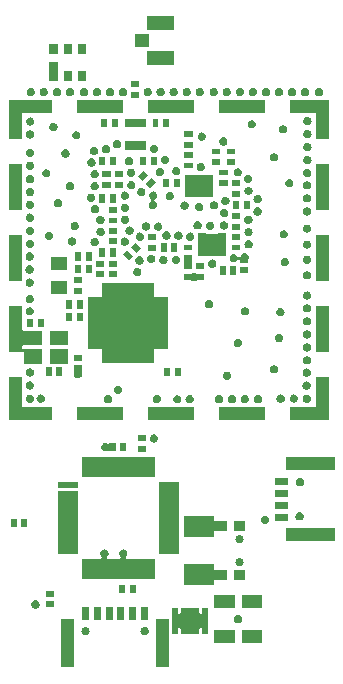
<source format=gbr>
G04 #@! TF.GenerationSoftware,KiCad,Pcbnew,(5.1.4)-1*
G04 #@! TF.CreationDate,2020-12-03T17:51:28+01:00*
G04 #@! TF.ProjectId,LoRa_Balloon,4c6f5261-5f42-4616-9c6c-6f6f6e2e6b69,2*
G04 #@! TF.SameCoordinates,Original*
G04 #@! TF.FileFunction,Soldermask,Top*
G04 #@! TF.FilePolarity,Negative*
%FSLAX46Y46*%
G04 Gerber Fmt 4.6, Leading zero omitted, Abs format (unit mm)*
G04 Created by KiCad (PCBNEW (5.1.4)-1) date 2020-12-03 17:51:28*
%MOMM*%
%LPD*%
G04 APERTURE LIST*
%ADD10C,0.100000*%
G04 APERTURE END LIST*
D10*
G36*
X201032700Y-158333580D02*
G01*
X199930700Y-158333580D01*
X199930700Y-154231580D01*
X201032700Y-154231580D01*
X201032700Y-158333580D01*
X201032700Y-158333580D01*
G37*
G36*
X193032700Y-158333580D02*
G01*
X191930700Y-158333580D01*
X191930700Y-154231580D01*
X193032700Y-154231580D01*
X193032700Y-158333580D01*
X193032700Y-158333580D01*
G37*
G36*
X206601160Y-156302660D02*
G01*
X204899160Y-156302660D01*
X204899160Y-155200660D01*
X206601160Y-155200660D01*
X206601160Y-156302660D01*
X206601160Y-156302660D01*
G37*
G36*
X208899860Y-156302660D02*
G01*
X207197860Y-156302660D01*
X207197860Y-155200660D01*
X208899860Y-155200660D01*
X208899860Y-156302660D01*
X208899860Y-156302660D01*
G37*
G36*
X199084083Y-154945389D02*
G01*
X199084086Y-154945390D01*
X199084085Y-154945390D01*
X199147958Y-154971846D01*
X199205448Y-155010260D01*
X199254340Y-155059152D01*
X199292754Y-155116642D01*
X199314324Y-155168718D01*
X199319211Y-155180517D01*
X199332700Y-155248330D01*
X199332700Y-155317470D01*
X199319211Y-155385283D01*
X199319210Y-155385285D01*
X199292754Y-155449158D01*
X199254340Y-155506648D01*
X199205448Y-155555540D01*
X199147958Y-155593954D01*
X199095882Y-155615524D01*
X199084083Y-155620411D01*
X199016270Y-155633900D01*
X198947130Y-155633900D01*
X198879317Y-155620411D01*
X198867518Y-155615524D01*
X198815442Y-155593954D01*
X198757952Y-155555540D01*
X198709060Y-155506648D01*
X198670646Y-155449158D01*
X198644190Y-155385285D01*
X198644189Y-155385283D01*
X198630700Y-155317470D01*
X198630700Y-155248330D01*
X198644189Y-155180517D01*
X198649076Y-155168718D01*
X198670646Y-155116642D01*
X198709060Y-155059152D01*
X198757952Y-155010260D01*
X198815442Y-154971846D01*
X198879315Y-154945390D01*
X198879314Y-154945390D01*
X198879317Y-154945389D01*
X198947130Y-154931900D01*
X199016270Y-154931900D01*
X199084083Y-154945389D01*
X199084083Y-154945389D01*
G37*
G36*
X194084083Y-154945389D02*
G01*
X194084086Y-154945390D01*
X194084085Y-154945390D01*
X194147958Y-154971846D01*
X194205448Y-155010260D01*
X194254340Y-155059152D01*
X194292754Y-155116642D01*
X194314324Y-155168718D01*
X194319211Y-155180517D01*
X194332700Y-155248330D01*
X194332700Y-155317470D01*
X194319211Y-155385283D01*
X194319210Y-155385285D01*
X194292754Y-155449158D01*
X194254340Y-155506648D01*
X194205448Y-155555540D01*
X194147958Y-155593954D01*
X194095882Y-155615524D01*
X194084083Y-155620411D01*
X194016270Y-155633900D01*
X193947130Y-155633900D01*
X193879317Y-155620411D01*
X193867518Y-155615524D01*
X193815442Y-155593954D01*
X193757952Y-155555540D01*
X193709060Y-155506648D01*
X193670646Y-155449158D01*
X193644190Y-155385285D01*
X193644189Y-155385283D01*
X193630700Y-155317470D01*
X193630700Y-155248330D01*
X193644189Y-155180517D01*
X193649076Y-155168718D01*
X193670646Y-155116642D01*
X193709060Y-155059152D01*
X193757952Y-155010260D01*
X193815442Y-154971846D01*
X193879315Y-154945390D01*
X193879314Y-154945390D01*
X193879317Y-154945389D01*
X193947130Y-154931900D01*
X194016270Y-154931900D01*
X194084083Y-154945389D01*
X194084083Y-154945389D01*
G37*
G36*
X201775080Y-153698381D02*
G01*
X201777482Y-153722767D01*
X201784595Y-153746216D01*
X201796146Y-153767827D01*
X201811691Y-153786769D01*
X201830633Y-153802314D01*
X201852244Y-153813865D01*
X201875693Y-153820978D01*
X201900079Y-153823380D01*
X201923081Y-153823380D01*
X201947467Y-153820978D01*
X201970916Y-153813865D01*
X201992527Y-153802314D01*
X202011469Y-153786769D01*
X202027014Y-153767827D01*
X202038565Y-153746216D01*
X202045678Y-153722767D01*
X202048080Y-153698381D01*
X202048080Y-153323380D01*
X203600080Y-153323380D01*
X203600080Y-153698381D01*
X203602482Y-153722767D01*
X203609595Y-153746216D01*
X203621146Y-153767827D01*
X203636691Y-153786769D01*
X203655633Y-153802314D01*
X203677244Y-153813865D01*
X203700693Y-153820978D01*
X203725079Y-153823380D01*
X203748081Y-153823380D01*
X203772467Y-153820978D01*
X203795916Y-153813865D01*
X203817527Y-153802314D01*
X203836469Y-153786769D01*
X203852014Y-153767827D01*
X203863565Y-153746216D01*
X203870678Y-153722767D01*
X203873080Y-153698381D01*
X203873080Y-153323380D01*
X204325080Y-153323380D01*
X204325080Y-155525380D01*
X203873080Y-155525380D01*
X203873080Y-155150379D01*
X203870678Y-155125993D01*
X203863565Y-155102544D01*
X203852014Y-155080933D01*
X203836469Y-155061991D01*
X203817527Y-155046446D01*
X203795916Y-155034895D01*
X203772467Y-155027782D01*
X203748081Y-155025380D01*
X203725079Y-155025380D01*
X203700693Y-155027782D01*
X203677244Y-155034895D01*
X203655633Y-155046446D01*
X203636691Y-155061991D01*
X203621146Y-155080933D01*
X203609595Y-155102544D01*
X203602482Y-155125993D01*
X203600080Y-155150379D01*
X203600080Y-155525380D01*
X202048080Y-155525380D01*
X202048080Y-155150379D01*
X202045678Y-155125993D01*
X202038565Y-155102544D01*
X202027014Y-155080933D01*
X202011469Y-155061991D01*
X201992527Y-155046446D01*
X201970916Y-155034895D01*
X201947467Y-155027782D01*
X201923081Y-155025380D01*
X201900079Y-155025380D01*
X201875693Y-155027782D01*
X201852244Y-155034895D01*
X201830633Y-155046446D01*
X201811691Y-155061991D01*
X201796146Y-155080933D01*
X201784595Y-155102544D01*
X201777482Y-155125993D01*
X201775080Y-155150379D01*
X201775080Y-155525380D01*
X201323080Y-155525380D01*
X201323080Y-153323380D01*
X201775080Y-153323380D01*
X201775080Y-153698381D01*
X201775080Y-153698381D01*
G37*
G36*
X206993003Y-153914149D02*
G01*
X206993006Y-153914150D01*
X206993005Y-153914150D01*
X207056878Y-153940606D01*
X207114368Y-153979020D01*
X207163260Y-154027912D01*
X207201674Y-154085402D01*
X207213241Y-154113328D01*
X207228131Y-154149277D01*
X207241620Y-154217090D01*
X207241620Y-154286230D01*
X207228131Y-154354043D01*
X207228130Y-154354045D01*
X207201674Y-154417918D01*
X207163260Y-154475408D01*
X207114368Y-154524300D01*
X207056878Y-154562714D01*
X207004802Y-154584284D01*
X206993003Y-154589171D01*
X206925190Y-154602660D01*
X206856050Y-154602660D01*
X206788237Y-154589171D01*
X206776438Y-154584284D01*
X206724362Y-154562714D01*
X206666872Y-154524300D01*
X206617980Y-154475408D01*
X206579566Y-154417918D01*
X206553110Y-154354045D01*
X206553109Y-154354043D01*
X206539620Y-154286230D01*
X206539620Y-154217090D01*
X206553109Y-154149277D01*
X206567999Y-154113328D01*
X206579566Y-154085402D01*
X206617980Y-154027912D01*
X206666872Y-153979020D01*
X206724362Y-153940606D01*
X206788235Y-153914150D01*
X206788234Y-153914150D01*
X206788237Y-153914149D01*
X206856050Y-153900660D01*
X206925190Y-153900660D01*
X206993003Y-153914149D01*
X206993003Y-153914149D01*
G37*
G36*
X195282700Y-154333580D02*
G01*
X194680700Y-154333580D01*
X194680700Y-153231580D01*
X195282700Y-153231580D01*
X195282700Y-154333580D01*
X195282700Y-154333580D01*
G37*
G36*
X199282700Y-154333580D02*
G01*
X198680700Y-154333580D01*
X198680700Y-153231580D01*
X199282700Y-153231580D01*
X199282700Y-154333580D01*
X199282700Y-154333580D01*
G37*
G36*
X194282700Y-154333580D02*
G01*
X193680700Y-154333580D01*
X193680700Y-153231580D01*
X194282700Y-153231580D01*
X194282700Y-154333580D01*
X194282700Y-154333580D01*
G37*
G36*
X196282700Y-154333580D02*
G01*
X195680700Y-154333580D01*
X195680700Y-153231580D01*
X196282700Y-153231580D01*
X196282700Y-154333580D01*
X196282700Y-154333580D01*
G37*
G36*
X197282700Y-154333580D02*
G01*
X196680700Y-154333580D01*
X196680700Y-153231580D01*
X197282700Y-153231580D01*
X197282700Y-154333580D01*
X197282700Y-154333580D01*
G37*
G36*
X198282700Y-154333580D02*
G01*
X197680700Y-154333580D01*
X197680700Y-153231580D01*
X198282700Y-153231580D01*
X198282700Y-154333580D01*
X198282700Y-154333580D01*
G37*
G36*
X189840383Y-152690709D02*
G01*
X189840386Y-152690710D01*
X189840385Y-152690710D01*
X189904258Y-152717166D01*
X189961748Y-152755580D01*
X190010640Y-152804472D01*
X190049054Y-152861962D01*
X190070624Y-152914038D01*
X190075511Y-152925837D01*
X190089000Y-152993650D01*
X190089000Y-153062790D01*
X190075511Y-153130603D01*
X190075510Y-153130605D01*
X190049054Y-153194478D01*
X190010640Y-153251968D01*
X189961748Y-153300860D01*
X189904258Y-153339274D01*
X189852182Y-153360844D01*
X189840383Y-153365731D01*
X189772570Y-153379220D01*
X189703430Y-153379220D01*
X189635617Y-153365731D01*
X189623818Y-153360844D01*
X189571742Y-153339274D01*
X189514252Y-153300860D01*
X189465360Y-153251968D01*
X189426946Y-153194478D01*
X189400490Y-153130605D01*
X189400489Y-153130603D01*
X189387000Y-153062790D01*
X189387000Y-152993650D01*
X189400489Y-152925837D01*
X189405376Y-152914038D01*
X189426946Y-152861962D01*
X189465360Y-152804472D01*
X189514252Y-152755580D01*
X189571742Y-152717166D01*
X189635615Y-152690710D01*
X189635614Y-152690710D01*
X189635617Y-152690709D01*
X189703430Y-152677220D01*
X189772570Y-152677220D01*
X189840383Y-152690709D01*
X189840383Y-152690709D01*
G37*
G36*
X208899860Y-153302660D02*
G01*
X207197860Y-153302660D01*
X207197860Y-152200660D01*
X208899860Y-152200660D01*
X208899860Y-153302660D01*
X208899860Y-153302660D01*
G37*
G36*
X206601160Y-153302660D02*
G01*
X204899160Y-153302660D01*
X204899160Y-152200660D01*
X206601160Y-152200660D01*
X206601160Y-153302660D01*
X206601160Y-153302660D01*
G37*
G36*
X191336140Y-153279220D02*
G01*
X190634140Y-153279220D01*
X190634140Y-152777220D01*
X191336140Y-152777220D01*
X191336140Y-153279220D01*
X191336140Y-153279220D01*
G37*
G36*
X191336140Y-152379220D02*
G01*
X190634140Y-152379220D01*
X190634140Y-151877220D01*
X191336140Y-151877220D01*
X191336140Y-152379220D01*
X191336140Y-152379220D01*
G37*
G36*
X198234260Y-152080440D02*
G01*
X197732260Y-152080440D01*
X197732260Y-151378440D01*
X198234260Y-151378440D01*
X198234260Y-152080440D01*
X198234260Y-152080440D01*
G37*
G36*
X197334260Y-152080440D02*
G01*
X196832260Y-152080440D01*
X196832260Y-151378440D01*
X197334260Y-151378440D01*
X197334260Y-152080440D01*
X197334260Y-152080440D01*
G37*
G36*
X204821840Y-149951841D02*
G01*
X204824242Y-149976227D01*
X204831355Y-149999676D01*
X204842906Y-150021287D01*
X204858451Y-150040229D01*
X204877393Y-150055774D01*
X204899004Y-150067325D01*
X204922453Y-150074438D01*
X204946839Y-150076840D01*
X205969320Y-150076840D01*
X205969320Y-150928840D01*
X204946839Y-150928840D01*
X204922453Y-150931242D01*
X204899004Y-150938355D01*
X204877393Y-150949906D01*
X204858451Y-150965451D01*
X204842906Y-150984393D01*
X204831355Y-151006004D01*
X204824242Y-151029453D01*
X204821840Y-151053839D01*
X204821840Y-151403840D01*
X202319840Y-151403840D01*
X202319840Y-149601840D01*
X204821840Y-149601840D01*
X204821840Y-149951841D01*
X204821840Y-149951841D01*
G37*
G36*
X207469320Y-150928840D02*
G01*
X206567320Y-150928840D01*
X206567320Y-150076840D01*
X207469320Y-150076840D01*
X207469320Y-150928840D01*
X207469320Y-150928840D01*
G37*
G36*
X195682383Y-148379489D02*
G01*
X195682386Y-148379490D01*
X195682385Y-148379490D01*
X195746258Y-148405946D01*
X195803748Y-148444360D01*
X195852640Y-148493252D01*
X195891054Y-148550742D01*
X195912624Y-148602818D01*
X195917511Y-148614617D01*
X195931000Y-148682430D01*
X195931000Y-148751570D01*
X195917511Y-148819383D01*
X195917510Y-148819385D01*
X195891054Y-148883258D01*
X195852640Y-148940748D01*
X195835435Y-148957953D01*
X195819890Y-148976895D01*
X195808339Y-148998506D01*
X195801226Y-149021955D01*
X195798824Y-149046341D01*
X195801226Y-149070727D01*
X195808339Y-149094176D01*
X195819890Y-149115787D01*
X195835435Y-149134729D01*
X195854377Y-149150274D01*
X195875988Y-149161825D01*
X195899437Y-149168938D01*
X195923823Y-149171340D01*
X196836377Y-149171340D01*
X196860763Y-149168938D01*
X196884212Y-149161825D01*
X196905823Y-149150274D01*
X196924765Y-149134729D01*
X196940310Y-149115787D01*
X196951861Y-149094176D01*
X196958974Y-149070727D01*
X196961376Y-149046341D01*
X196958974Y-149021955D01*
X196951861Y-148998506D01*
X196940310Y-148976895D01*
X196924765Y-148957953D01*
X196907560Y-148940748D01*
X196869146Y-148883258D01*
X196842690Y-148819385D01*
X196842689Y-148819383D01*
X196829200Y-148751570D01*
X196829200Y-148682430D01*
X196842689Y-148614617D01*
X196847576Y-148602818D01*
X196869146Y-148550742D01*
X196907560Y-148493252D01*
X196956452Y-148444360D01*
X197013942Y-148405946D01*
X197077815Y-148379490D01*
X197077814Y-148379490D01*
X197077817Y-148379489D01*
X197145630Y-148366000D01*
X197214770Y-148366000D01*
X197282583Y-148379489D01*
X197282586Y-148379490D01*
X197282585Y-148379490D01*
X197346458Y-148405946D01*
X197403948Y-148444360D01*
X197452840Y-148493252D01*
X197491254Y-148550742D01*
X197512824Y-148602818D01*
X197517711Y-148614617D01*
X197531200Y-148682430D01*
X197531200Y-148751570D01*
X197517711Y-148819383D01*
X197517710Y-148819385D01*
X197491254Y-148883258D01*
X197452840Y-148940748D01*
X197435635Y-148957953D01*
X197420090Y-148976895D01*
X197408539Y-148998506D01*
X197401426Y-149021955D01*
X197399024Y-149046341D01*
X197401426Y-149070727D01*
X197408539Y-149094176D01*
X197420090Y-149115787D01*
X197435635Y-149134729D01*
X197454577Y-149150274D01*
X197476188Y-149161825D01*
X197499637Y-149168938D01*
X197524023Y-149171340D01*
X199857420Y-149171340D01*
X199857420Y-150873340D01*
X193705420Y-150873340D01*
X193705420Y-149171340D01*
X195236177Y-149171340D01*
X195260563Y-149168938D01*
X195284012Y-149161825D01*
X195305623Y-149150274D01*
X195324565Y-149134729D01*
X195340110Y-149115787D01*
X195351661Y-149094176D01*
X195358774Y-149070727D01*
X195361176Y-149046341D01*
X195358774Y-149021955D01*
X195351661Y-148998506D01*
X195340110Y-148976895D01*
X195324565Y-148957953D01*
X195307360Y-148940748D01*
X195268946Y-148883258D01*
X195242490Y-148819385D01*
X195242489Y-148819383D01*
X195229000Y-148751570D01*
X195229000Y-148682430D01*
X195242489Y-148614617D01*
X195247376Y-148602818D01*
X195268946Y-148550742D01*
X195307360Y-148493252D01*
X195356252Y-148444360D01*
X195413742Y-148405946D01*
X195477615Y-148379490D01*
X195477614Y-148379490D01*
X195477617Y-148379489D01*
X195545430Y-148366000D01*
X195614570Y-148366000D01*
X195682383Y-148379489D01*
X195682383Y-148379489D01*
G37*
G36*
X207122383Y-149102489D02*
G01*
X207122386Y-149102490D01*
X207122385Y-149102490D01*
X207186258Y-149128946D01*
X207243748Y-149167360D01*
X207292640Y-149216252D01*
X207331054Y-149273742D01*
X207352624Y-149325818D01*
X207357511Y-149337617D01*
X207371000Y-149405430D01*
X207371000Y-149474570D01*
X207357511Y-149542383D01*
X207357510Y-149542385D01*
X207331054Y-149606258D01*
X207292640Y-149663748D01*
X207243748Y-149712640D01*
X207186258Y-149751054D01*
X207134182Y-149772624D01*
X207122383Y-149777511D01*
X207054570Y-149791000D01*
X206985430Y-149791000D01*
X206917617Y-149777511D01*
X206905818Y-149772624D01*
X206853742Y-149751054D01*
X206796252Y-149712640D01*
X206747360Y-149663748D01*
X206708946Y-149606258D01*
X206682490Y-149542385D01*
X206682489Y-149542383D01*
X206669000Y-149474570D01*
X206669000Y-149405430D01*
X206682489Y-149337617D01*
X206687376Y-149325818D01*
X206708946Y-149273742D01*
X206747360Y-149216252D01*
X206796252Y-149167360D01*
X206853742Y-149128946D01*
X206917615Y-149102490D01*
X206917614Y-149102490D01*
X206917617Y-149102489D01*
X206985430Y-149089000D01*
X207054570Y-149089000D01*
X207122383Y-149102489D01*
X207122383Y-149102489D01*
G37*
G36*
X193332420Y-148798340D02*
G01*
X191630420Y-148798340D01*
X191630420Y-143446340D01*
X193332420Y-143446340D01*
X193332420Y-148798340D01*
X193332420Y-148798340D01*
G37*
G36*
X201932420Y-148798340D02*
G01*
X200230420Y-148798340D01*
X200230420Y-142646340D01*
X201932420Y-142646340D01*
X201932420Y-148798340D01*
X201932420Y-148798340D01*
G37*
G36*
X207122383Y-147152489D02*
G01*
X207122386Y-147152490D01*
X207122385Y-147152490D01*
X207186258Y-147178946D01*
X207243748Y-147217360D01*
X207292640Y-147266252D01*
X207331054Y-147323742D01*
X207352624Y-147375818D01*
X207357511Y-147387617D01*
X207371000Y-147455430D01*
X207371000Y-147524570D01*
X207357511Y-147592383D01*
X207357510Y-147592385D01*
X207331054Y-147656258D01*
X207292640Y-147713748D01*
X207243748Y-147762640D01*
X207186258Y-147801054D01*
X207134182Y-147822624D01*
X207122383Y-147827511D01*
X207054570Y-147841000D01*
X206985430Y-147841000D01*
X206917617Y-147827511D01*
X206905818Y-147822624D01*
X206853742Y-147801054D01*
X206796252Y-147762640D01*
X206747360Y-147713748D01*
X206708946Y-147656258D01*
X206682490Y-147592385D01*
X206682489Y-147592383D01*
X206669000Y-147524570D01*
X206669000Y-147455430D01*
X206682489Y-147387617D01*
X206687376Y-147375818D01*
X206708946Y-147323742D01*
X206747360Y-147266252D01*
X206796252Y-147217360D01*
X206853742Y-147178946D01*
X206917615Y-147152490D01*
X206917614Y-147152490D01*
X206917617Y-147152489D01*
X206985430Y-147139000D01*
X207054570Y-147139000D01*
X207122383Y-147152489D01*
X207122383Y-147152489D01*
G37*
G36*
X215091000Y-147681000D02*
G01*
X210989000Y-147681000D01*
X210989000Y-146579000D01*
X215091000Y-146579000D01*
X215091000Y-147681000D01*
X215091000Y-147681000D01*
G37*
G36*
X204821840Y-145851841D02*
G01*
X204824242Y-145876227D01*
X204831355Y-145899676D01*
X204842906Y-145921287D01*
X204858451Y-145940229D01*
X204877393Y-145955774D01*
X204899004Y-145967325D01*
X204922453Y-145974438D01*
X204946839Y-145976840D01*
X205969320Y-145976840D01*
X205969320Y-146828840D01*
X204946839Y-146828840D01*
X204922453Y-146831242D01*
X204899004Y-146838355D01*
X204877393Y-146849906D01*
X204858451Y-146865451D01*
X204842906Y-146884393D01*
X204831355Y-146906004D01*
X204824242Y-146929453D01*
X204821840Y-146953839D01*
X204821840Y-147303840D01*
X202319840Y-147303840D01*
X202319840Y-145501840D01*
X204821840Y-145501840D01*
X204821840Y-145851841D01*
X204821840Y-145851841D01*
G37*
G36*
X207469320Y-146828840D02*
G01*
X206567320Y-146828840D01*
X206567320Y-145976840D01*
X207469320Y-145976840D01*
X207469320Y-146828840D01*
X207469320Y-146828840D01*
G37*
G36*
X189057240Y-146473340D02*
G01*
X188555240Y-146473340D01*
X188555240Y-145771340D01*
X189057240Y-145771340D01*
X189057240Y-146473340D01*
X189057240Y-146473340D01*
G37*
G36*
X188157240Y-146473340D02*
G01*
X187655240Y-146473340D01*
X187655240Y-145771340D01*
X188157240Y-145771340D01*
X188157240Y-146473340D01*
X188157240Y-146473340D01*
G37*
G36*
X209302383Y-145522489D02*
G01*
X209302386Y-145522490D01*
X209302385Y-145522490D01*
X209366258Y-145548946D01*
X209423748Y-145587360D01*
X209472640Y-145636252D01*
X209511054Y-145693742D01*
X209528664Y-145736258D01*
X209537511Y-145757617D01*
X209551000Y-145825430D01*
X209551000Y-145894570D01*
X209537511Y-145962383D01*
X209537510Y-145962385D01*
X209511054Y-146026258D01*
X209472640Y-146083748D01*
X209423748Y-146132640D01*
X209366258Y-146171054D01*
X209314182Y-146192624D01*
X209302383Y-146197511D01*
X209234570Y-146211000D01*
X209165430Y-146211000D01*
X209097617Y-146197511D01*
X209085818Y-146192624D01*
X209033742Y-146171054D01*
X208976252Y-146132640D01*
X208927360Y-146083748D01*
X208888946Y-146026258D01*
X208862490Y-145962385D01*
X208862489Y-145962383D01*
X208849000Y-145894570D01*
X208849000Y-145825430D01*
X208862489Y-145757617D01*
X208871336Y-145736258D01*
X208888946Y-145693742D01*
X208927360Y-145636252D01*
X208976252Y-145587360D01*
X209033742Y-145548946D01*
X209097615Y-145522490D01*
X209097614Y-145522490D01*
X209097617Y-145522489D01*
X209165430Y-145509000D01*
X209234570Y-145509000D01*
X209302383Y-145522489D01*
X209302383Y-145522489D01*
G37*
G36*
X211091000Y-145931000D02*
G01*
X209989000Y-145931000D01*
X209989000Y-145329000D01*
X211091000Y-145329000D01*
X211091000Y-145931000D01*
X211091000Y-145931000D01*
G37*
G36*
X212212383Y-145232489D02*
G01*
X212212386Y-145232490D01*
X212212385Y-145232490D01*
X212276258Y-145258946D01*
X212333748Y-145297360D01*
X212382640Y-145346252D01*
X212421054Y-145403742D01*
X212442624Y-145455818D01*
X212447511Y-145467617D01*
X212461000Y-145535430D01*
X212461000Y-145604570D01*
X212447511Y-145672383D01*
X212447510Y-145672385D01*
X212421054Y-145736258D01*
X212382640Y-145793748D01*
X212333748Y-145842640D01*
X212276258Y-145881054D01*
X212224182Y-145902624D01*
X212212383Y-145907511D01*
X212144570Y-145921000D01*
X212075430Y-145921000D01*
X212007617Y-145907511D01*
X211995818Y-145902624D01*
X211943742Y-145881054D01*
X211886252Y-145842640D01*
X211837360Y-145793748D01*
X211798946Y-145736258D01*
X211772490Y-145672385D01*
X211772489Y-145672383D01*
X211759000Y-145604570D01*
X211759000Y-145535430D01*
X211772489Y-145467617D01*
X211777376Y-145455818D01*
X211798946Y-145403742D01*
X211837360Y-145346252D01*
X211886252Y-145297360D01*
X211943742Y-145258946D01*
X212007615Y-145232490D01*
X212007614Y-145232490D01*
X212007617Y-145232489D01*
X212075430Y-145219000D01*
X212144570Y-145219000D01*
X212212383Y-145232489D01*
X212212383Y-145232489D01*
G37*
G36*
X211091000Y-144931000D02*
G01*
X209989000Y-144931000D01*
X209989000Y-144329000D01*
X211091000Y-144329000D01*
X211091000Y-144931000D01*
X211091000Y-144931000D01*
G37*
G36*
X211091000Y-143931000D02*
G01*
X209989000Y-143931000D01*
X209989000Y-143329000D01*
X211091000Y-143329000D01*
X211091000Y-143931000D01*
X211091000Y-143931000D01*
G37*
G36*
X193332420Y-143178940D02*
G01*
X191630420Y-143178940D01*
X191630420Y-142626940D01*
X193332420Y-142626940D01*
X193332420Y-143178940D01*
X193332420Y-143178940D01*
G37*
G36*
X212232383Y-142322489D02*
G01*
X212232386Y-142322490D01*
X212232385Y-142322490D01*
X212296258Y-142348946D01*
X212353748Y-142387360D01*
X212402640Y-142436252D01*
X212441054Y-142493742D01*
X212462624Y-142545818D01*
X212467511Y-142557617D01*
X212481000Y-142625430D01*
X212481000Y-142694570D01*
X212467511Y-142762383D01*
X212467510Y-142762385D01*
X212441054Y-142826258D01*
X212402640Y-142883748D01*
X212353748Y-142932640D01*
X212296258Y-142971054D01*
X212244182Y-142992624D01*
X212232383Y-142997511D01*
X212164570Y-143011000D01*
X212095430Y-143011000D01*
X212027617Y-142997511D01*
X212015818Y-142992624D01*
X211963742Y-142971054D01*
X211906252Y-142932640D01*
X211857360Y-142883748D01*
X211818946Y-142826258D01*
X211792490Y-142762385D01*
X211792489Y-142762383D01*
X211779000Y-142694570D01*
X211779000Y-142625430D01*
X211792489Y-142557617D01*
X211797376Y-142545818D01*
X211818946Y-142493742D01*
X211857360Y-142436252D01*
X211906252Y-142387360D01*
X211963742Y-142348946D01*
X212027615Y-142322490D01*
X212027614Y-142322490D01*
X212027617Y-142322489D01*
X212095430Y-142309000D01*
X212164570Y-142309000D01*
X212232383Y-142322489D01*
X212232383Y-142322489D01*
G37*
G36*
X211091000Y-142931000D02*
G01*
X209989000Y-142931000D01*
X209989000Y-142329000D01*
X211091000Y-142329000D01*
X211091000Y-142931000D01*
X211091000Y-142931000D01*
G37*
G36*
X199857420Y-142273340D02*
G01*
X193705420Y-142273340D01*
X193705420Y-140571340D01*
X199857420Y-140571340D01*
X199857420Y-142273340D01*
X199857420Y-142273340D01*
G37*
G36*
X215091000Y-141681000D02*
G01*
X210989000Y-141681000D01*
X210989000Y-140579000D01*
X215091000Y-140579000D01*
X215091000Y-141681000D01*
X215091000Y-141681000D01*
G37*
G36*
X199131400Y-140124140D02*
G01*
X198429400Y-140124140D01*
X198429400Y-139622140D01*
X199131400Y-139622140D01*
X199131400Y-140124140D01*
X199131400Y-140124140D01*
G37*
G36*
X195758583Y-139375189D02*
G01*
X195758586Y-139375190D01*
X195758585Y-139375190D01*
X195822458Y-139401646D01*
X195837295Y-139411560D01*
X195858906Y-139423111D01*
X195882355Y-139430224D01*
X195906741Y-139432626D01*
X195931127Y-139430224D01*
X195954576Y-139423111D01*
X195976186Y-139411560D01*
X195995128Y-139396015D01*
X196010674Y-139377073D01*
X196016176Y-139366780D01*
X196533740Y-139366780D01*
X196533740Y-140068780D01*
X196021606Y-140068780D01*
X196010674Y-140048327D01*
X195995129Y-140029385D01*
X195976187Y-140013840D01*
X195954576Y-140002289D01*
X195931127Y-139995176D01*
X195906741Y-139992774D01*
X195882355Y-139995176D01*
X195858906Y-140002289D01*
X195837295Y-140013840D01*
X195822458Y-140023754D01*
X195770382Y-140045324D01*
X195758583Y-140050211D01*
X195690770Y-140063700D01*
X195621630Y-140063700D01*
X195553817Y-140050211D01*
X195542018Y-140045324D01*
X195489942Y-140023754D01*
X195432452Y-139985340D01*
X195383560Y-139936448D01*
X195345146Y-139878958D01*
X195318690Y-139815085D01*
X195318689Y-139815083D01*
X195305200Y-139747270D01*
X195305200Y-139678130D01*
X195318689Y-139610317D01*
X195323576Y-139598518D01*
X195345146Y-139546442D01*
X195383560Y-139488952D01*
X195432452Y-139440060D01*
X195489942Y-139401646D01*
X195553815Y-139375190D01*
X195553814Y-139375190D01*
X195553817Y-139375189D01*
X195621630Y-139361700D01*
X195690770Y-139361700D01*
X195758583Y-139375189D01*
X195758583Y-139375189D01*
G37*
G36*
X197433740Y-140068780D02*
G01*
X196931740Y-140068780D01*
X196931740Y-139366780D01*
X197433740Y-139366780D01*
X197433740Y-140068780D01*
X197433740Y-140068780D01*
G37*
G36*
X199860683Y-138638589D02*
G01*
X199860686Y-138638590D01*
X199860685Y-138638590D01*
X199924558Y-138665046D01*
X199982048Y-138703460D01*
X200030940Y-138752352D01*
X200069354Y-138809842D01*
X200090924Y-138861918D01*
X200095811Y-138873717D01*
X200109300Y-138941530D01*
X200109300Y-139010670D01*
X200095811Y-139078483D01*
X200095810Y-139078485D01*
X200069354Y-139142358D01*
X200030940Y-139199848D01*
X199982048Y-139248740D01*
X199924558Y-139287154D01*
X199872482Y-139308724D01*
X199860683Y-139313611D01*
X199792870Y-139327100D01*
X199723730Y-139327100D01*
X199655917Y-139313611D01*
X199644118Y-139308724D01*
X199592042Y-139287154D01*
X199534552Y-139248740D01*
X199485660Y-139199848D01*
X199447246Y-139142358D01*
X199420790Y-139078485D01*
X199420789Y-139078483D01*
X199407300Y-139010670D01*
X199407300Y-138941530D01*
X199420789Y-138873717D01*
X199425676Y-138861918D01*
X199447246Y-138809842D01*
X199485660Y-138752352D01*
X199534552Y-138703460D01*
X199592042Y-138665046D01*
X199655915Y-138638590D01*
X199655914Y-138638590D01*
X199655917Y-138638589D01*
X199723730Y-138625100D01*
X199792870Y-138625100D01*
X199860683Y-138638589D01*
X199860683Y-138638589D01*
G37*
G36*
X199131400Y-139224140D02*
G01*
X198429400Y-139224140D01*
X198429400Y-138722140D01*
X199131400Y-138722140D01*
X199131400Y-139224140D01*
X199131400Y-139224140D01*
G37*
G36*
X214597200Y-137414200D02*
G01*
X211255200Y-137414200D01*
X211255200Y-136312200D01*
X213370201Y-136312200D01*
X213394587Y-136309798D01*
X213418036Y-136302685D01*
X213439647Y-136291134D01*
X213458589Y-136275589D01*
X213474134Y-136256647D01*
X213485685Y-136235036D01*
X213492798Y-136211587D01*
X213495200Y-136187201D01*
X213495200Y-133742200D01*
X214597200Y-133742200D01*
X214597200Y-137414200D01*
X214597200Y-137414200D01*
G37*
G36*
X188587200Y-136187201D02*
G01*
X188589602Y-136211587D01*
X188596715Y-136235036D01*
X188608266Y-136256647D01*
X188623811Y-136275589D01*
X188642753Y-136291134D01*
X188664364Y-136302685D01*
X188687813Y-136309798D01*
X188712199Y-136312200D01*
X191157200Y-136312200D01*
X191157200Y-137414200D01*
X187485200Y-137414200D01*
X187485200Y-133742200D01*
X188587200Y-133742200D01*
X188587200Y-136187201D01*
X188587200Y-136187201D01*
G37*
G36*
X197157200Y-137414200D02*
G01*
X193255200Y-137414200D01*
X193255200Y-136312200D01*
X197157200Y-136312200D01*
X197157200Y-137414200D01*
X197157200Y-137414200D01*
G37*
G36*
X203157200Y-137414200D02*
G01*
X199255200Y-137414200D01*
X199255200Y-136312200D01*
X203157200Y-136312200D01*
X203157200Y-137414200D01*
X203157200Y-137414200D01*
G37*
G36*
X209157200Y-137414200D02*
G01*
X205255200Y-137414200D01*
X205255200Y-136312200D01*
X209157200Y-136312200D01*
X209157200Y-137414200D01*
X209157200Y-137414200D01*
G37*
G36*
X201849503Y-135313729D02*
G01*
X201849506Y-135313730D01*
X201849505Y-135313730D01*
X201913378Y-135340186D01*
X201970868Y-135378600D01*
X202019760Y-135427492D01*
X202058174Y-135484982D01*
X202071283Y-135516631D01*
X202084631Y-135548857D01*
X202098120Y-135616670D01*
X202098120Y-135685810D01*
X202084631Y-135753623D01*
X202084630Y-135753625D01*
X202058174Y-135817498D01*
X202019760Y-135874988D01*
X201970868Y-135923880D01*
X201913378Y-135962294D01*
X201880164Y-135976051D01*
X201849503Y-135988751D01*
X201781690Y-136002240D01*
X201712550Y-136002240D01*
X201644737Y-135988751D01*
X201614076Y-135976051D01*
X201580862Y-135962294D01*
X201523372Y-135923880D01*
X201474480Y-135874988D01*
X201436066Y-135817498D01*
X201409610Y-135753625D01*
X201409609Y-135753623D01*
X201396120Y-135685810D01*
X201396120Y-135616670D01*
X201409609Y-135548857D01*
X201422957Y-135516631D01*
X201436066Y-135484982D01*
X201474480Y-135427492D01*
X201523372Y-135378600D01*
X201580862Y-135340186D01*
X201644735Y-135313730D01*
X201644734Y-135313730D01*
X201644737Y-135313729D01*
X201712550Y-135300240D01*
X201781690Y-135300240D01*
X201849503Y-135313729D01*
X201849503Y-135313729D01*
G37*
G36*
X202895983Y-135311189D02*
G01*
X202907782Y-135316076D01*
X202959858Y-135337646D01*
X203017348Y-135376060D01*
X203066240Y-135424952D01*
X203104654Y-135482442D01*
X203118815Y-135516631D01*
X203131111Y-135546317D01*
X203144600Y-135614130D01*
X203144600Y-135683270D01*
X203131111Y-135751083D01*
X203131110Y-135751085D01*
X203104654Y-135814958D01*
X203066240Y-135872448D01*
X203017348Y-135921340D01*
X202959858Y-135959754D01*
X202907782Y-135981324D01*
X202895983Y-135986211D01*
X202828170Y-135999700D01*
X202759030Y-135999700D01*
X202691217Y-135986211D01*
X202679418Y-135981324D01*
X202627342Y-135959754D01*
X202569852Y-135921340D01*
X202520960Y-135872448D01*
X202482546Y-135814958D01*
X202456090Y-135751085D01*
X202456089Y-135751083D01*
X202442600Y-135683270D01*
X202442600Y-135614130D01*
X202456089Y-135546317D01*
X202468385Y-135516631D01*
X202482546Y-135482442D01*
X202520960Y-135424952D01*
X202569852Y-135376060D01*
X202627342Y-135337646D01*
X202679418Y-135316076D01*
X202691217Y-135311189D01*
X202759030Y-135297700D01*
X202828170Y-135297700D01*
X202895983Y-135311189D01*
X202895983Y-135311189D01*
G37*
G36*
X205375023Y-135303569D02*
G01*
X205375026Y-135303570D01*
X205375025Y-135303570D01*
X205438898Y-135330026D01*
X205496388Y-135368440D01*
X205545280Y-135417332D01*
X205583694Y-135474822D01*
X205605264Y-135526898D01*
X205610151Y-135538697D01*
X205623640Y-135606510D01*
X205623640Y-135675650D01*
X205610151Y-135743463D01*
X205610150Y-135743465D01*
X205583694Y-135807338D01*
X205545280Y-135864828D01*
X205496388Y-135913720D01*
X205438898Y-135952134D01*
X205387290Y-135973510D01*
X205375023Y-135978591D01*
X205307210Y-135992080D01*
X205238070Y-135992080D01*
X205170257Y-135978591D01*
X205157990Y-135973510D01*
X205106382Y-135952134D01*
X205048892Y-135913720D01*
X205000000Y-135864828D01*
X204961586Y-135807338D01*
X204935130Y-135743465D01*
X204935129Y-135743463D01*
X204921640Y-135675650D01*
X204921640Y-135606510D01*
X204935129Y-135538697D01*
X204940016Y-135526898D01*
X204961586Y-135474822D01*
X205000000Y-135417332D01*
X205048892Y-135368440D01*
X205106382Y-135330026D01*
X205170255Y-135303570D01*
X205170254Y-135303570D01*
X205170257Y-135303569D01*
X205238070Y-135290080D01*
X205307210Y-135290080D01*
X205375023Y-135303569D01*
X205375023Y-135303569D01*
G37*
G36*
X207564503Y-135303569D02*
G01*
X207564506Y-135303570D01*
X207564505Y-135303570D01*
X207628378Y-135330026D01*
X207685868Y-135368440D01*
X207734760Y-135417332D01*
X207773174Y-135474822D01*
X207794744Y-135526898D01*
X207799631Y-135538697D01*
X207813120Y-135606510D01*
X207813120Y-135675650D01*
X207799631Y-135743463D01*
X207799630Y-135743465D01*
X207773174Y-135807338D01*
X207734760Y-135864828D01*
X207685868Y-135913720D01*
X207628378Y-135952134D01*
X207576770Y-135973510D01*
X207564503Y-135978591D01*
X207496690Y-135992080D01*
X207427550Y-135992080D01*
X207359737Y-135978591D01*
X207347470Y-135973510D01*
X207295862Y-135952134D01*
X207238372Y-135913720D01*
X207189480Y-135864828D01*
X207151066Y-135807338D01*
X207124610Y-135743465D01*
X207124609Y-135743463D01*
X207111120Y-135675650D01*
X207111120Y-135606510D01*
X207124609Y-135538697D01*
X207129496Y-135526898D01*
X207151066Y-135474822D01*
X207189480Y-135417332D01*
X207238372Y-135368440D01*
X207295862Y-135330026D01*
X207359735Y-135303570D01*
X207359734Y-135303570D01*
X207359737Y-135303569D01*
X207427550Y-135290080D01*
X207496690Y-135290080D01*
X207564503Y-135303569D01*
X207564503Y-135303569D01*
G37*
G36*
X200119763Y-135301029D02*
G01*
X200131562Y-135305916D01*
X200183638Y-135327486D01*
X200241128Y-135365900D01*
X200290020Y-135414792D01*
X200328434Y-135472282D01*
X200341213Y-135503135D01*
X200354891Y-135536157D01*
X200368380Y-135603970D01*
X200368380Y-135673110D01*
X200354891Y-135740923D01*
X200354890Y-135740925D01*
X200328434Y-135804798D01*
X200290020Y-135862288D01*
X200241128Y-135911180D01*
X200183638Y-135949594D01*
X200152976Y-135962294D01*
X200119763Y-135976051D01*
X200051950Y-135989540D01*
X199982810Y-135989540D01*
X199914997Y-135976051D01*
X199881784Y-135962294D01*
X199851122Y-135949594D01*
X199793632Y-135911180D01*
X199744740Y-135862288D01*
X199706326Y-135804798D01*
X199679870Y-135740925D01*
X199679869Y-135740923D01*
X199666380Y-135673110D01*
X199666380Y-135603970D01*
X199679869Y-135536157D01*
X199693547Y-135503135D01*
X199706326Y-135472282D01*
X199744740Y-135414792D01*
X199793632Y-135365900D01*
X199851122Y-135327486D01*
X199903198Y-135305916D01*
X199914997Y-135301029D01*
X199982810Y-135287540D01*
X200051950Y-135287540D01*
X200119763Y-135301029D01*
X200119763Y-135301029D01*
G37*
G36*
X195982103Y-135301029D02*
G01*
X195993902Y-135305916D01*
X196045978Y-135327486D01*
X196103468Y-135365900D01*
X196152360Y-135414792D01*
X196190774Y-135472282D01*
X196203553Y-135503135D01*
X196217231Y-135536157D01*
X196230720Y-135603970D01*
X196230720Y-135673110D01*
X196217231Y-135740923D01*
X196217230Y-135740925D01*
X196190774Y-135804798D01*
X196152360Y-135862288D01*
X196103468Y-135911180D01*
X196045978Y-135949594D01*
X196015316Y-135962294D01*
X195982103Y-135976051D01*
X195914290Y-135989540D01*
X195845150Y-135989540D01*
X195777337Y-135976051D01*
X195744124Y-135962294D01*
X195713462Y-135949594D01*
X195655972Y-135911180D01*
X195607080Y-135862288D01*
X195568666Y-135804798D01*
X195542210Y-135740925D01*
X195542209Y-135740923D01*
X195528720Y-135673110D01*
X195528720Y-135603970D01*
X195542209Y-135536157D01*
X195555887Y-135503135D01*
X195568666Y-135472282D01*
X195607080Y-135414792D01*
X195655972Y-135365900D01*
X195713462Y-135327486D01*
X195765538Y-135305916D01*
X195777337Y-135301029D01*
X195845150Y-135287540D01*
X195914290Y-135287540D01*
X195982103Y-135301029D01*
X195982103Y-135301029D01*
G37*
G36*
X208679563Y-135298489D02*
G01*
X208691362Y-135303376D01*
X208743438Y-135324946D01*
X208800928Y-135363360D01*
X208849820Y-135412252D01*
X208888234Y-135469742D01*
X208898909Y-135495515D01*
X208914691Y-135533617D01*
X208928180Y-135601430D01*
X208928180Y-135670570D01*
X208914691Y-135738383D01*
X208914690Y-135738385D01*
X208888234Y-135802258D01*
X208849820Y-135859748D01*
X208800928Y-135908640D01*
X208743438Y-135947054D01*
X208691362Y-135968624D01*
X208679563Y-135973511D01*
X208611750Y-135987000D01*
X208542610Y-135987000D01*
X208474797Y-135973511D01*
X208462998Y-135968624D01*
X208410922Y-135947054D01*
X208353432Y-135908640D01*
X208304540Y-135859748D01*
X208266126Y-135802258D01*
X208239670Y-135738385D01*
X208239669Y-135738383D01*
X208226180Y-135670570D01*
X208226180Y-135601430D01*
X208239669Y-135533617D01*
X208255451Y-135495515D01*
X208266126Y-135469742D01*
X208304540Y-135412252D01*
X208353432Y-135363360D01*
X208410922Y-135324946D01*
X208462998Y-135303376D01*
X208474797Y-135298489D01*
X208542610Y-135285000D01*
X208611750Y-135285000D01*
X208679563Y-135298489D01*
X208679563Y-135298489D01*
G37*
G36*
X206490083Y-135298489D02*
G01*
X206501882Y-135303376D01*
X206553958Y-135324946D01*
X206611448Y-135363360D01*
X206660340Y-135412252D01*
X206698754Y-135469742D01*
X206709429Y-135495515D01*
X206725211Y-135533617D01*
X206738700Y-135601430D01*
X206738700Y-135670570D01*
X206725211Y-135738383D01*
X206725210Y-135738385D01*
X206698754Y-135802258D01*
X206660340Y-135859748D01*
X206611448Y-135908640D01*
X206553958Y-135947054D01*
X206501882Y-135968624D01*
X206490083Y-135973511D01*
X206422270Y-135987000D01*
X206353130Y-135987000D01*
X206285317Y-135973511D01*
X206273518Y-135968624D01*
X206221442Y-135947054D01*
X206163952Y-135908640D01*
X206115060Y-135859748D01*
X206076646Y-135802258D01*
X206050190Y-135738385D01*
X206050189Y-135738383D01*
X206036700Y-135670570D01*
X206036700Y-135601430D01*
X206050189Y-135533617D01*
X206065971Y-135495515D01*
X206076646Y-135469742D01*
X206115060Y-135412252D01*
X206163952Y-135363360D01*
X206221442Y-135324946D01*
X206273518Y-135303376D01*
X206285317Y-135298489D01*
X206353130Y-135285000D01*
X206422270Y-135285000D01*
X206490083Y-135298489D01*
X206490083Y-135298489D01*
G37*
G36*
X212809603Y-135270549D02*
G01*
X212809606Y-135270550D01*
X212809605Y-135270550D01*
X212873478Y-135297006D01*
X212930968Y-135335420D01*
X212979860Y-135384312D01*
X213018274Y-135441802D01*
X213031951Y-135474822D01*
X213044731Y-135505677D01*
X213058220Y-135573490D01*
X213058220Y-135642630D01*
X213044731Y-135710443D01*
X213044730Y-135710445D01*
X213018274Y-135774318D01*
X212979860Y-135831808D01*
X212930968Y-135880700D01*
X212873478Y-135919114D01*
X212834134Y-135935410D01*
X212809603Y-135945571D01*
X212741790Y-135959060D01*
X212672650Y-135959060D01*
X212604837Y-135945571D01*
X212580306Y-135935410D01*
X212540962Y-135919114D01*
X212483472Y-135880700D01*
X212434580Y-135831808D01*
X212396166Y-135774318D01*
X212369710Y-135710445D01*
X212369709Y-135710443D01*
X212356220Y-135642630D01*
X212356220Y-135573490D01*
X212369709Y-135505677D01*
X212382489Y-135474822D01*
X212396166Y-135441802D01*
X212434580Y-135384312D01*
X212483472Y-135335420D01*
X212540962Y-135297006D01*
X212604835Y-135270550D01*
X212604834Y-135270550D01*
X212604837Y-135270549D01*
X212672650Y-135257060D01*
X212741790Y-135257060D01*
X212809603Y-135270549D01*
X212809603Y-135270549D01*
G37*
G36*
X189370483Y-135268009D02*
G01*
X189382282Y-135272896D01*
X189434358Y-135294466D01*
X189491848Y-135332880D01*
X189540740Y-135381772D01*
X189579154Y-135439262D01*
X189605611Y-135503135D01*
X189608295Y-135516631D01*
X189615408Y-135540080D01*
X189626959Y-135561691D01*
X189642504Y-135580633D01*
X189661446Y-135596178D01*
X189672554Y-135602115D01*
X189662962Y-135607242D01*
X189644020Y-135622787D01*
X189628475Y-135641729D01*
X189616924Y-135663340D01*
X189609811Y-135686787D01*
X189605611Y-135707903D01*
X189605610Y-135707905D01*
X189579154Y-135771778D01*
X189540740Y-135829268D01*
X189491848Y-135878160D01*
X189434358Y-135916574D01*
X189382282Y-135938144D01*
X189370483Y-135943031D01*
X189302670Y-135956520D01*
X189233530Y-135956520D01*
X189165717Y-135943031D01*
X189153918Y-135938144D01*
X189101842Y-135916574D01*
X189044352Y-135878160D01*
X188995460Y-135829268D01*
X188957046Y-135771778D01*
X188930590Y-135707905D01*
X188930589Y-135707903D01*
X188917100Y-135640090D01*
X188917100Y-135570950D01*
X188930589Y-135503137D01*
X188942317Y-135474822D01*
X188957046Y-135439262D01*
X188995460Y-135381772D01*
X189044352Y-135332880D01*
X189101842Y-135294466D01*
X189153918Y-135272896D01*
X189165717Y-135268009D01*
X189233530Y-135254520D01*
X189302670Y-135254520D01*
X189370483Y-135268009D01*
X189370483Y-135268009D01*
G37*
G36*
X190297583Y-135260389D02*
G01*
X190297586Y-135260390D01*
X190297585Y-135260390D01*
X190361458Y-135286846D01*
X190418948Y-135325260D01*
X190467840Y-135374152D01*
X190506254Y-135431642D01*
X190522035Y-135469742D01*
X190532711Y-135495517D01*
X190546200Y-135563330D01*
X190546200Y-135632470D01*
X190532711Y-135700283D01*
X190532710Y-135700285D01*
X190506254Y-135764158D01*
X190467840Y-135821648D01*
X190418948Y-135870540D01*
X190361458Y-135908954D01*
X190309850Y-135930330D01*
X190297583Y-135935411D01*
X190229770Y-135948900D01*
X190160630Y-135948900D01*
X190092817Y-135935411D01*
X190080550Y-135930330D01*
X190028942Y-135908954D01*
X189971452Y-135870540D01*
X189922560Y-135821648D01*
X189884146Y-135764158D01*
X189857689Y-135700285D01*
X189855005Y-135686789D01*
X189847892Y-135663340D01*
X189836341Y-135641729D01*
X189820796Y-135622787D01*
X189801854Y-135607242D01*
X189790746Y-135601305D01*
X189800338Y-135596178D01*
X189819280Y-135580633D01*
X189834825Y-135561691D01*
X189846376Y-135540080D01*
X189853489Y-135516632D01*
X189855668Y-135505677D01*
X189857689Y-135495517D01*
X189868365Y-135469742D01*
X189884146Y-135431642D01*
X189922560Y-135374152D01*
X189971452Y-135325260D01*
X190028942Y-135286846D01*
X190092815Y-135260390D01*
X190092814Y-135260390D01*
X190092817Y-135260389D01*
X190160630Y-135246900D01*
X190229770Y-135246900D01*
X190297583Y-135260389D01*
X190297583Y-135260389D01*
G37*
G36*
X210604883Y-135260389D02*
G01*
X210604886Y-135260390D01*
X210604885Y-135260390D01*
X210668758Y-135286846D01*
X210726248Y-135325260D01*
X210775140Y-135374152D01*
X210813554Y-135431642D01*
X210829335Y-135469742D01*
X210840011Y-135495517D01*
X210853500Y-135563330D01*
X210853500Y-135632470D01*
X210840011Y-135700283D01*
X210840010Y-135700285D01*
X210813554Y-135764158D01*
X210775140Y-135821648D01*
X210726248Y-135870540D01*
X210668758Y-135908954D01*
X210617150Y-135930330D01*
X210604883Y-135935411D01*
X210537070Y-135948900D01*
X210467930Y-135948900D01*
X210400117Y-135935411D01*
X210387850Y-135930330D01*
X210336242Y-135908954D01*
X210278752Y-135870540D01*
X210229860Y-135821648D01*
X210191446Y-135764158D01*
X210164990Y-135700285D01*
X210164989Y-135700283D01*
X210151500Y-135632470D01*
X210151500Y-135563330D01*
X210164989Y-135495517D01*
X210175665Y-135469742D01*
X210191446Y-135431642D01*
X210229860Y-135374152D01*
X210278752Y-135325260D01*
X210336242Y-135286846D01*
X210400115Y-135260390D01*
X210400114Y-135260390D01*
X210400117Y-135260389D01*
X210467930Y-135246900D01*
X210537070Y-135246900D01*
X210604883Y-135260389D01*
X210604883Y-135260389D01*
G37*
G36*
X211719943Y-135255309D02*
G01*
X211719946Y-135255310D01*
X211719945Y-135255310D01*
X211783818Y-135281766D01*
X211841308Y-135320180D01*
X211890200Y-135369072D01*
X211928614Y-135426562D01*
X211933874Y-135439262D01*
X211955071Y-135490437D01*
X211968560Y-135558250D01*
X211968560Y-135627390D01*
X211955071Y-135695203D01*
X211955070Y-135695205D01*
X211928614Y-135759078D01*
X211890200Y-135816568D01*
X211841308Y-135865460D01*
X211783818Y-135903874D01*
X211735520Y-135923879D01*
X211719943Y-135930331D01*
X211652130Y-135943820D01*
X211582990Y-135943820D01*
X211515177Y-135930331D01*
X211499600Y-135923879D01*
X211451302Y-135903874D01*
X211393812Y-135865460D01*
X211344920Y-135816568D01*
X211306506Y-135759078D01*
X211280050Y-135695205D01*
X211280049Y-135695203D01*
X211266560Y-135627390D01*
X211266560Y-135558250D01*
X211280049Y-135490437D01*
X211301246Y-135439262D01*
X211306506Y-135426562D01*
X211344920Y-135369072D01*
X211393812Y-135320180D01*
X211451302Y-135281766D01*
X211515175Y-135255310D01*
X211515174Y-135255310D01*
X211515177Y-135255309D01*
X211582990Y-135241820D01*
X211652130Y-135241820D01*
X211719943Y-135255309D01*
X211719943Y-135255309D01*
G37*
G36*
X196850783Y-134511089D02*
G01*
X196850786Y-134511090D01*
X196850785Y-134511090D01*
X196914658Y-134537546D01*
X196972148Y-134575960D01*
X197021040Y-134624852D01*
X197059454Y-134682342D01*
X197069497Y-134706589D01*
X197085911Y-134746217D01*
X197099400Y-134814030D01*
X197099400Y-134883170D01*
X197085911Y-134950983D01*
X197085910Y-134950985D01*
X197059454Y-135014858D01*
X197021040Y-135072348D01*
X196972148Y-135121240D01*
X196914658Y-135159654D01*
X196862582Y-135181224D01*
X196850783Y-135186111D01*
X196782970Y-135199600D01*
X196713830Y-135199600D01*
X196646017Y-135186111D01*
X196634218Y-135181224D01*
X196582142Y-135159654D01*
X196524652Y-135121240D01*
X196475760Y-135072348D01*
X196437346Y-135014858D01*
X196410890Y-134950985D01*
X196410889Y-134950983D01*
X196397400Y-134883170D01*
X196397400Y-134814030D01*
X196410889Y-134746217D01*
X196427303Y-134706589D01*
X196437346Y-134682342D01*
X196475760Y-134624852D01*
X196524652Y-134575960D01*
X196582142Y-134537546D01*
X196646015Y-134511090D01*
X196646014Y-134511090D01*
X196646017Y-134511089D01*
X196713830Y-134497600D01*
X196782970Y-134497600D01*
X196850783Y-134511089D01*
X196850783Y-134511089D01*
G37*
G36*
X212804523Y-134155489D02*
G01*
X212804526Y-134155490D01*
X212804525Y-134155490D01*
X212868398Y-134181946D01*
X212925888Y-134220360D01*
X212974780Y-134269252D01*
X213013194Y-134326742D01*
X213034764Y-134378818D01*
X213039651Y-134390617D01*
X213053140Y-134458430D01*
X213053140Y-134527570D01*
X213039651Y-134595383D01*
X213039650Y-134595385D01*
X213013194Y-134659258D01*
X212974780Y-134716748D01*
X212925888Y-134765640D01*
X212868398Y-134804054D01*
X212829054Y-134820350D01*
X212804523Y-134830511D01*
X212736710Y-134844000D01*
X212667570Y-134844000D01*
X212599757Y-134830511D01*
X212575226Y-134820350D01*
X212535882Y-134804054D01*
X212478392Y-134765640D01*
X212429500Y-134716748D01*
X212391086Y-134659258D01*
X212364630Y-134595385D01*
X212364629Y-134595383D01*
X212351140Y-134527570D01*
X212351140Y-134458430D01*
X212364629Y-134390617D01*
X212369516Y-134378818D01*
X212391086Y-134326742D01*
X212429500Y-134269252D01*
X212478392Y-134220360D01*
X212535882Y-134181946D01*
X212599755Y-134155490D01*
X212599754Y-134155490D01*
X212599757Y-134155489D01*
X212667570Y-134142000D01*
X212736710Y-134142000D01*
X212804523Y-134155489D01*
X212804523Y-134155489D01*
G37*
G36*
X189365403Y-134145329D02*
G01*
X189365406Y-134145330D01*
X189365405Y-134145330D01*
X189429278Y-134171786D01*
X189486768Y-134210200D01*
X189535660Y-134259092D01*
X189574074Y-134316582D01*
X189578282Y-134326742D01*
X189600531Y-134380457D01*
X189614020Y-134448270D01*
X189614020Y-134517410D01*
X189600531Y-134585223D01*
X189600530Y-134585225D01*
X189574074Y-134649098D01*
X189535660Y-134706588D01*
X189486768Y-134755480D01*
X189429278Y-134793894D01*
X189380663Y-134814030D01*
X189365403Y-134820351D01*
X189297590Y-134833840D01*
X189228450Y-134833840D01*
X189160637Y-134820351D01*
X189145377Y-134814030D01*
X189096762Y-134793894D01*
X189039272Y-134755480D01*
X188990380Y-134706588D01*
X188951966Y-134649098D01*
X188925510Y-134585225D01*
X188925509Y-134585223D01*
X188912020Y-134517410D01*
X188912020Y-134448270D01*
X188925509Y-134380457D01*
X188947758Y-134326742D01*
X188951966Y-134316582D01*
X188990380Y-134259092D01*
X189039272Y-134210200D01*
X189096762Y-134171786D01*
X189160635Y-134145330D01*
X189160634Y-134145330D01*
X189160637Y-134145329D01*
X189228450Y-134131840D01*
X189297590Y-134131840D01*
X189365403Y-134145329D01*
X189365403Y-134145329D01*
G37*
G36*
X206060823Y-133324909D02*
G01*
X206060826Y-133324910D01*
X206060825Y-133324910D01*
X206124698Y-133351366D01*
X206182188Y-133389780D01*
X206231080Y-133438672D01*
X206269494Y-133496162D01*
X206291064Y-133548238D01*
X206295951Y-133560037D01*
X206309440Y-133627850D01*
X206309440Y-133696990D01*
X206295951Y-133764803D01*
X206295950Y-133764805D01*
X206269494Y-133828678D01*
X206231080Y-133886168D01*
X206182188Y-133935060D01*
X206124698Y-133973474D01*
X206072622Y-133995044D01*
X206060823Y-133999931D01*
X205993010Y-134013420D01*
X205923870Y-134013420D01*
X205856057Y-133999931D01*
X205844258Y-133995044D01*
X205792182Y-133973474D01*
X205734692Y-133935060D01*
X205685800Y-133886168D01*
X205647386Y-133828678D01*
X205620930Y-133764805D01*
X205620929Y-133764803D01*
X205607440Y-133696990D01*
X205607440Y-133627850D01*
X205620929Y-133560037D01*
X205625816Y-133548238D01*
X205647386Y-133496162D01*
X205685800Y-133438672D01*
X205734692Y-133389780D01*
X205792182Y-133351366D01*
X205856055Y-133324910D01*
X205856054Y-133324910D01*
X205856057Y-133324909D01*
X205923870Y-133311420D01*
X205993010Y-133311420D01*
X206060823Y-133324909D01*
X206060823Y-133324909D01*
G37*
G36*
X193683100Y-133354334D02*
G01*
X193676777Y-133366164D01*
X193669664Y-133389613D01*
X193667262Y-133413999D01*
X193669664Y-133438381D01*
X193683100Y-133505930D01*
X193683100Y-133575070D01*
X193669611Y-133642883D01*
X193669610Y-133642885D01*
X193643154Y-133706758D01*
X193604740Y-133764248D01*
X193555848Y-133813140D01*
X193498358Y-133851554D01*
X193446282Y-133873124D01*
X193434483Y-133878011D01*
X193366670Y-133891500D01*
X193297530Y-133891500D01*
X193229717Y-133878011D01*
X193217918Y-133873124D01*
X193165842Y-133851554D01*
X193108352Y-133813140D01*
X193059460Y-133764248D01*
X193021046Y-133706758D01*
X192994590Y-133642885D01*
X192994589Y-133642883D01*
X192981100Y-133575070D01*
X192981100Y-133505930D01*
X192994536Y-133438381D01*
X192996938Y-133414000D01*
X192994536Y-133389614D01*
X192987423Y-133366165D01*
X192981100Y-133354334D01*
X192981100Y-132787000D01*
X193683100Y-132787000D01*
X193683100Y-133354334D01*
X193683100Y-133354334D01*
G37*
G36*
X212809603Y-133058209D02*
G01*
X212809606Y-133058210D01*
X212809605Y-133058210D01*
X212873478Y-133084666D01*
X212930968Y-133123080D01*
X212979860Y-133171972D01*
X213018274Y-133229462D01*
X213034179Y-133267861D01*
X213044731Y-133293337D01*
X213058220Y-133361150D01*
X213058220Y-133430290D01*
X213044731Y-133498103D01*
X213044730Y-133498105D01*
X213018274Y-133561978D01*
X212979860Y-133619468D01*
X212930968Y-133668360D01*
X212873478Y-133706774D01*
X212834134Y-133723070D01*
X212809603Y-133733231D01*
X212741790Y-133746720D01*
X212672650Y-133746720D01*
X212604837Y-133733231D01*
X212580306Y-133723070D01*
X212540962Y-133706774D01*
X212483472Y-133668360D01*
X212434580Y-133619468D01*
X212396166Y-133561978D01*
X212369710Y-133498105D01*
X212369709Y-133498103D01*
X212356220Y-133430290D01*
X212356220Y-133361150D01*
X212369709Y-133293337D01*
X212380261Y-133267861D01*
X212396166Y-133229462D01*
X212434580Y-133171972D01*
X212483472Y-133123080D01*
X212540962Y-133084666D01*
X212604835Y-133058210D01*
X212604834Y-133058210D01*
X212604837Y-133058209D01*
X212672650Y-133044720D01*
X212741790Y-133044720D01*
X212809603Y-133058209D01*
X212809603Y-133058209D01*
G37*
G36*
X189370483Y-133048049D02*
G01*
X189370486Y-133048050D01*
X189370485Y-133048050D01*
X189434358Y-133074506D01*
X189491848Y-133112920D01*
X189540740Y-133161812D01*
X189579154Y-133219302D01*
X189583362Y-133229462D01*
X189605611Y-133283177D01*
X189619100Y-133350990D01*
X189619100Y-133420130D01*
X189605611Y-133487943D01*
X189605610Y-133487945D01*
X189579154Y-133551818D01*
X189540740Y-133609308D01*
X189491848Y-133658200D01*
X189434358Y-133696614D01*
X189382282Y-133718184D01*
X189370483Y-133723071D01*
X189302670Y-133736560D01*
X189233530Y-133736560D01*
X189165717Y-133723071D01*
X189153918Y-133718184D01*
X189101842Y-133696614D01*
X189044352Y-133658200D01*
X188995460Y-133609308D01*
X188957046Y-133551818D01*
X188930590Y-133487945D01*
X188930589Y-133487943D01*
X188917100Y-133420130D01*
X188917100Y-133350990D01*
X188930589Y-133283177D01*
X188952838Y-133229462D01*
X188957046Y-133219302D01*
X188995460Y-133161812D01*
X189044352Y-133112920D01*
X189101842Y-133074506D01*
X189165715Y-133048050D01*
X189165714Y-133048050D01*
X189165717Y-133048049D01*
X189233530Y-133034560D01*
X189302670Y-133034560D01*
X189370483Y-133048049D01*
X189370483Y-133048049D01*
G37*
G36*
X201139180Y-133706080D02*
G01*
X200637180Y-133706080D01*
X200637180Y-133004080D01*
X201139180Y-133004080D01*
X201139180Y-133706080D01*
X201139180Y-133706080D01*
G37*
G36*
X202039180Y-133706080D02*
G01*
X201537180Y-133706080D01*
X201537180Y-133004080D01*
X202039180Y-133004080D01*
X202039180Y-133706080D01*
X202039180Y-133706080D01*
G37*
G36*
X192003220Y-133655280D02*
G01*
X191501220Y-133655280D01*
X191501220Y-132953280D01*
X192003220Y-132953280D01*
X192003220Y-133655280D01*
X192003220Y-133655280D01*
G37*
G36*
X191103220Y-133655280D02*
G01*
X190601220Y-133655280D01*
X190601220Y-132953280D01*
X191103220Y-132953280D01*
X191103220Y-133655280D01*
X191103220Y-133655280D01*
G37*
G36*
X210038463Y-132781349D02*
G01*
X210038466Y-132781350D01*
X210038465Y-132781350D01*
X210102338Y-132807806D01*
X210159828Y-132846220D01*
X210208720Y-132895112D01*
X210247134Y-132952602D01*
X210268456Y-133004080D01*
X210273591Y-133016477D01*
X210287080Y-133084290D01*
X210287080Y-133153430D01*
X210273591Y-133221243D01*
X210273590Y-133221245D01*
X210247134Y-133285118D01*
X210208720Y-133342608D01*
X210159828Y-133391500D01*
X210102338Y-133429914D01*
X210050262Y-133451484D01*
X210038463Y-133456371D01*
X209970650Y-133469860D01*
X209901510Y-133469860D01*
X209833697Y-133456371D01*
X209821898Y-133451484D01*
X209769822Y-133429914D01*
X209712332Y-133391500D01*
X209663440Y-133342608D01*
X209625026Y-133285118D01*
X209598570Y-133221245D01*
X209598569Y-133221243D01*
X209585080Y-133153430D01*
X209585080Y-133084290D01*
X209598569Y-133016477D01*
X209603704Y-133004080D01*
X209625026Y-132952602D01*
X209663440Y-132895112D01*
X209712332Y-132846220D01*
X209769822Y-132807806D01*
X209833695Y-132781350D01*
X209833694Y-132781350D01*
X209833697Y-132781349D01*
X209901510Y-132767860D01*
X209970650Y-132767860D01*
X210038463Y-132781349D01*
X210038463Y-132781349D01*
G37*
G36*
X212827383Y-132016809D02*
G01*
X212827386Y-132016810D01*
X212827385Y-132016810D01*
X212891258Y-132043266D01*
X212948748Y-132081680D01*
X212997640Y-132130572D01*
X213036054Y-132188062D01*
X213057624Y-132240138D01*
X213062511Y-132251937D01*
X213076000Y-132319750D01*
X213076000Y-132388890D01*
X213062511Y-132456703D01*
X213062510Y-132456705D01*
X213036054Y-132520578D01*
X212997640Y-132578068D01*
X212948748Y-132626960D01*
X212891258Y-132665374D01*
X212839182Y-132686944D01*
X212827383Y-132691831D01*
X212759570Y-132705320D01*
X212690430Y-132705320D01*
X212622617Y-132691831D01*
X212610818Y-132686944D01*
X212558742Y-132665374D01*
X212501252Y-132626960D01*
X212452360Y-132578068D01*
X212413946Y-132520578D01*
X212387490Y-132456705D01*
X212387489Y-132456703D01*
X212374000Y-132388890D01*
X212374000Y-132319750D01*
X212387489Y-132251937D01*
X212392376Y-132240138D01*
X212413946Y-132188062D01*
X212452360Y-132130572D01*
X212501252Y-132081680D01*
X212558742Y-132043266D01*
X212622615Y-132016810D01*
X212622614Y-132016810D01*
X212622617Y-132016809D01*
X212690430Y-132003320D01*
X212759570Y-132003320D01*
X212827383Y-132016809D01*
X212827383Y-132016809D01*
G37*
G36*
X192500860Y-132693200D02*
G01*
X190998860Y-132693200D01*
X190998860Y-131441200D01*
X192500860Y-131441200D01*
X192500860Y-132693200D01*
X192500860Y-132693200D01*
G37*
G36*
X188587200Y-129716201D02*
G01*
X188589602Y-129740587D01*
X188596715Y-129764036D01*
X188608266Y-129785647D01*
X188623811Y-129804589D01*
X188642753Y-129820134D01*
X188664364Y-129831685D01*
X188687813Y-129838798D01*
X188712199Y-129841200D01*
X190300860Y-129841200D01*
X190300860Y-131093200D01*
X188712199Y-131093200D01*
X188687813Y-131095602D01*
X188664364Y-131102715D01*
X188642753Y-131114266D01*
X188623811Y-131129811D01*
X188608266Y-131148753D01*
X188596715Y-131170364D01*
X188589602Y-131193813D01*
X188587200Y-131218199D01*
X188587200Y-131316201D01*
X188589602Y-131340587D01*
X188596715Y-131364036D01*
X188608266Y-131385647D01*
X188623811Y-131404589D01*
X188642753Y-131420134D01*
X188664364Y-131431685D01*
X188687813Y-131438798D01*
X188712199Y-131441200D01*
X190300860Y-131441200D01*
X190300860Y-132693200D01*
X188798860Y-132693200D01*
X188798860Y-131769199D01*
X188796458Y-131744813D01*
X188789345Y-131721364D01*
X188777794Y-131699753D01*
X188762249Y-131680811D01*
X188743307Y-131665266D01*
X188721696Y-131653715D01*
X188698247Y-131646602D01*
X188673861Y-131644200D01*
X187485200Y-131644200D01*
X187485200Y-127742200D01*
X188587200Y-127742200D01*
X188587200Y-129716201D01*
X188587200Y-129716201D01*
G37*
G36*
X199772120Y-126873521D02*
G01*
X199774522Y-126897907D01*
X199781635Y-126921356D01*
X199793186Y-126942967D01*
X199808731Y-126961909D01*
X199827673Y-126977454D01*
X199849284Y-126989005D01*
X199872733Y-126996118D01*
X199897119Y-126998520D01*
X200987120Y-126998520D01*
X200987120Y-131370520D01*
X199897119Y-131370520D01*
X199872733Y-131372922D01*
X199849284Y-131380035D01*
X199827673Y-131391586D01*
X199808731Y-131407131D01*
X199793186Y-131426073D01*
X199781635Y-131447684D01*
X199774522Y-131471133D01*
X199772120Y-131495519D01*
X199772120Y-132585520D01*
X195400120Y-132585520D01*
X195400120Y-131495519D01*
X195397718Y-131471133D01*
X195390605Y-131447684D01*
X195379054Y-131426073D01*
X195363509Y-131407131D01*
X195344567Y-131391586D01*
X195322956Y-131380035D01*
X195299507Y-131372922D01*
X195275121Y-131370520D01*
X194185120Y-131370520D01*
X194185120Y-126998520D01*
X195275121Y-126998520D01*
X195299507Y-126996118D01*
X195322956Y-126989005D01*
X195344567Y-126977454D01*
X195363509Y-126961909D01*
X195379054Y-126942967D01*
X195390605Y-126921356D01*
X195397718Y-126897907D01*
X195400120Y-126873521D01*
X195400120Y-125783520D01*
X199772120Y-125783520D01*
X199772120Y-126873521D01*
X199772120Y-126873521D01*
G37*
G36*
X193683100Y-132389000D02*
G01*
X192981100Y-132389000D01*
X192981100Y-131887000D01*
X193683100Y-131887000D01*
X193683100Y-132389000D01*
X193683100Y-132389000D01*
G37*
G36*
X214597200Y-131644200D02*
G01*
X213495200Y-131644200D01*
X213495200Y-127742200D01*
X214597200Y-127742200D01*
X214597200Y-131644200D01*
X214597200Y-131644200D01*
G37*
G36*
X212840083Y-130929689D02*
G01*
X212840086Y-130929690D01*
X212840085Y-130929690D01*
X212903958Y-130956146D01*
X212961448Y-130994560D01*
X213010340Y-131043452D01*
X213048754Y-131100942D01*
X213054900Y-131115781D01*
X213075211Y-131164817D01*
X213088700Y-131232630D01*
X213088700Y-131301770D01*
X213075211Y-131369583D01*
X213075210Y-131369585D01*
X213048754Y-131433458D01*
X213010340Y-131490948D01*
X212961448Y-131539840D01*
X212903958Y-131578254D01*
X212851882Y-131599824D01*
X212840083Y-131604711D01*
X212772270Y-131618200D01*
X212703130Y-131618200D01*
X212635317Y-131604711D01*
X212623518Y-131599824D01*
X212571442Y-131578254D01*
X212513952Y-131539840D01*
X212465060Y-131490948D01*
X212426646Y-131433458D01*
X212400190Y-131369585D01*
X212400189Y-131369583D01*
X212386700Y-131301770D01*
X212386700Y-131232630D01*
X212400189Y-131164817D01*
X212420500Y-131115781D01*
X212426646Y-131100942D01*
X212465060Y-131043452D01*
X212513952Y-130994560D01*
X212571442Y-130956146D01*
X212635315Y-130929690D01*
X212635314Y-130929690D01*
X212635317Y-130929689D01*
X212703130Y-130916200D01*
X212772270Y-130916200D01*
X212840083Y-130929689D01*
X212840083Y-130929689D01*
G37*
G36*
X206977763Y-130548689D02*
G01*
X206977766Y-130548690D01*
X206977765Y-130548690D01*
X207041638Y-130575146D01*
X207099128Y-130613560D01*
X207148020Y-130662452D01*
X207186434Y-130719942D01*
X207196274Y-130743700D01*
X207212891Y-130783817D01*
X207226380Y-130851630D01*
X207226380Y-130920770D01*
X207212891Y-130988583D01*
X207212890Y-130988585D01*
X207186434Y-131052458D01*
X207148020Y-131109948D01*
X207099128Y-131158840D01*
X207041638Y-131197254D01*
X206991070Y-131218199D01*
X206977763Y-131223711D01*
X206909950Y-131237200D01*
X206840810Y-131237200D01*
X206772997Y-131223711D01*
X206759690Y-131218199D01*
X206709122Y-131197254D01*
X206651632Y-131158840D01*
X206602740Y-131109948D01*
X206564326Y-131052458D01*
X206537870Y-130988585D01*
X206537869Y-130988583D01*
X206524380Y-130920770D01*
X206524380Y-130851630D01*
X206537869Y-130783817D01*
X206554486Y-130743700D01*
X206564326Y-130719942D01*
X206602740Y-130662452D01*
X206651632Y-130613560D01*
X206709122Y-130575146D01*
X206772995Y-130548690D01*
X206772994Y-130548690D01*
X206772997Y-130548689D01*
X206840810Y-130535200D01*
X206909950Y-130535200D01*
X206977763Y-130548689D01*
X206977763Y-130548689D01*
G37*
G36*
X192500860Y-131093200D02*
G01*
X190998860Y-131093200D01*
X190998860Y-129841200D01*
X192500860Y-129841200D01*
X192500860Y-131093200D01*
X192500860Y-131093200D01*
G37*
G36*
X210467723Y-130119429D02*
G01*
X210467726Y-130119430D01*
X210467725Y-130119430D01*
X210531598Y-130145886D01*
X210589088Y-130184300D01*
X210637980Y-130233192D01*
X210676394Y-130290682D01*
X210697964Y-130342758D01*
X210702851Y-130354557D01*
X210716340Y-130422370D01*
X210716340Y-130491510D01*
X210702851Y-130559323D01*
X210702850Y-130559325D01*
X210676394Y-130623198D01*
X210637980Y-130680688D01*
X210589088Y-130729580D01*
X210531598Y-130767994D01*
X210493401Y-130783815D01*
X210467723Y-130794451D01*
X210399910Y-130807940D01*
X210330770Y-130807940D01*
X210262957Y-130794451D01*
X210237279Y-130783815D01*
X210199082Y-130767994D01*
X210141592Y-130729580D01*
X210092700Y-130680688D01*
X210054286Y-130623198D01*
X210027830Y-130559325D01*
X210027829Y-130559323D01*
X210014340Y-130491510D01*
X210014340Y-130422370D01*
X210027829Y-130354557D01*
X210032716Y-130342758D01*
X210054286Y-130290682D01*
X210092700Y-130233192D01*
X210141592Y-130184300D01*
X210199082Y-130145886D01*
X210262955Y-130119430D01*
X210262954Y-130119430D01*
X210262957Y-130119429D01*
X210330770Y-130105940D01*
X210399910Y-130105940D01*
X210467723Y-130119429D01*
X210467723Y-130119429D01*
G37*
G36*
X212845163Y-129832409D02*
G01*
X212845166Y-129832410D01*
X212845165Y-129832410D01*
X212909038Y-129858866D01*
X212966528Y-129897280D01*
X213015420Y-129946172D01*
X213053834Y-130003662D01*
X213074386Y-130053281D01*
X213080291Y-130067537D01*
X213093780Y-130135350D01*
X213093780Y-130204490D01*
X213080291Y-130272303D01*
X213080290Y-130272305D01*
X213053834Y-130336178D01*
X213015420Y-130393668D01*
X212966528Y-130442560D01*
X212909038Y-130480974D01*
X212856962Y-130502544D01*
X212845163Y-130507431D01*
X212777350Y-130520920D01*
X212708210Y-130520920D01*
X212640397Y-130507431D01*
X212628598Y-130502544D01*
X212576522Y-130480974D01*
X212519032Y-130442560D01*
X212470140Y-130393668D01*
X212431726Y-130336178D01*
X212405270Y-130272305D01*
X212405269Y-130272303D01*
X212391780Y-130204490D01*
X212391780Y-130135350D01*
X212405269Y-130067537D01*
X212411174Y-130053281D01*
X212431726Y-130003662D01*
X212470140Y-129946172D01*
X212519032Y-129897280D01*
X212576522Y-129858866D01*
X212640395Y-129832410D01*
X212640394Y-129832410D01*
X212640397Y-129832409D01*
X212708210Y-129818920D01*
X212777350Y-129818920D01*
X212845163Y-129832409D01*
X212845163Y-129832409D01*
G37*
G36*
X190446200Y-129570960D02*
G01*
X189944200Y-129570960D01*
X189944200Y-128868960D01*
X190446200Y-128868960D01*
X190446200Y-129570960D01*
X190446200Y-129570960D01*
G37*
G36*
X189546200Y-129570960D02*
G01*
X189044200Y-129570960D01*
X189044200Y-128868960D01*
X189546200Y-128868960D01*
X189546200Y-129570960D01*
X189546200Y-129570960D01*
G37*
G36*
X212840083Y-128717349D02*
G01*
X212840086Y-128717350D01*
X212840085Y-128717350D01*
X212903958Y-128743806D01*
X212961448Y-128782220D01*
X213010340Y-128831112D01*
X213048754Y-128888602D01*
X213064206Y-128925909D01*
X213075211Y-128952477D01*
X213088700Y-129020290D01*
X213088700Y-129089430D01*
X213075211Y-129157243D01*
X213075210Y-129157245D01*
X213048754Y-129221118D01*
X213010340Y-129278608D01*
X212961448Y-129327500D01*
X212903958Y-129365914D01*
X212874153Y-129378259D01*
X212840083Y-129392371D01*
X212772270Y-129405860D01*
X212703130Y-129405860D01*
X212635317Y-129392371D01*
X212601247Y-129378259D01*
X212571442Y-129365914D01*
X212513952Y-129327500D01*
X212465060Y-129278608D01*
X212426646Y-129221118D01*
X212400190Y-129157245D01*
X212400189Y-129157243D01*
X212386700Y-129089430D01*
X212386700Y-129020290D01*
X212400189Y-128952477D01*
X212411194Y-128925909D01*
X212426646Y-128888602D01*
X212465060Y-128831112D01*
X212513952Y-128782220D01*
X212571442Y-128743806D01*
X212635315Y-128717350D01*
X212635314Y-128717350D01*
X212635317Y-128717349D01*
X212703130Y-128703860D01*
X212772270Y-128703860D01*
X212840083Y-128717349D01*
X212840083Y-128717349D01*
G37*
G36*
X193732960Y-129042640D02*
G01*
X193230960Y-129042640D01*
X193230960Y-128340640D01*
X193732960Y-128340640D01*
X193732960Y-129042640D01*
X193732960Y-129042640D01*
G37*
G36*
X192832960Y-129042640D02*
G01*
X192330960Y-129042640D01*
X192330960Y-128340640D01*
X192832960Y-128340640D01*
X192832960Y-129042640D01*
X192832960Y-129042640D01*
G37*
G36*
X210582023Y-127945189D02*
G01*
X210582026Y-127945190D01*
X210582025Y-127945190D01*
X210645898Y-127971646D01*
X210703388Y-128010060D01*
X210752280Y-128058952D01*
X210790694Y-128116442D01*
X210810521Y-128164310D01*
X210817151Y-128180317D01*
X210830640Y-128248130D01*
X210830640Y-128317270D01*
X210817151Y-128385083D01*
X210817150Y-128385085D01*
X210790694Y-128448958D01*
X210752280Y-128506448D01*
X210703388Y-128555340D01*
X210645898Y-128593754D01*
X210593822Y-128615324D01*
X210582023Y-128620211D01*
X210514210Y-128633700D01*
X210445070Y-128633700D01*
X210377257Y-128620211D01*
X210365458Y-128615324D01*
X210313382Y-128593754D01*
X210255892Y-128555340D01*
X210207000Y-128506448D01*
X210168586Y-128448958D01*
X210142130Y-128385085D01*
X210142129Y-128385083D01*
X210128640Y-128317270D01*
X210128640Y-128248130D01*
X210142129Y-128180317D01*
X210148759Y-128164310D01*
X210168586Y-128116442D01*
X210207000Y-128058952D01*
X210255892Y-128010060D01*
X210313382Y-127971646D01*
X210377255Y-127945190D01*
X210377254Y-127945190D01*
X210377257Y-127945189D01*
X210445070Y-127931700D01*
X210514210Y-127931700D01*
X210582023Y-127945189D01*
X210582023Y-127945189D01*
G37*
G36*
X189360323Y-127866449D02*
G01*
X189360326Y-127866450D01*
X189360325Y-127866450D01*
X189424198Y-127892906D01*
X189481688Y-127931320D01*
X189530580Y-127980212D01*
X189568994Y-128037702D01*
X189578214Y-128059963D01*
X189595451Y-128101577D01*
X189608940Y-128169390D01*
X189608940Y-128238530D01*
X189595451Y-128306343D01*
X189595450Y-128306345D01*
X189568994Y-128370218D01*
X189530580Y-128427708D01*
X189481688Y-128476600D01*
X189424198Y-128515014D01*
X189372590Y-128536390D01*
X189360323Y-128541471D01*
X189292510Y-128554960D01*
X189223370Y-128554960D01*
X189155557Y-128541471D01*
X189143290Y-128536390D01*
X189091682Y-128515014D01*
X189034192Y-128476600D01*
X188985300Y-128427708D01*
X188946886Y-128370218D01*
X188920430Y-128306345D01*
X188920429Y-128306343D01*
X188906940Y-128238530D01*
X188906940Y-128169390D01*
X188920429Y-128101577D01*
X188937666Y-128059963D01*
X188946886Y-128037702D01*
X188985300Y-127980212D01*
X189034192Y-127931320D01*
X189091682Y-127892906D01*
X189155555Y-127866450D01*
X189155554Y-127866450D01*
X189155557Y-127866449D01*
X189223370Y-127852960D01*
X189292510Y-127852960D01*
X189360323Y-127866449D01*
X189360323Y-127866449D01*
G37*
G36*
X207577203Y-127861369D02*
G01*
X207577206Y-127861370D01*
X207577205Y-127861370D01*
X207641078Y-127887826D01*
X207698568Y-127926240D01*
X207747460Y-127975132D01*
X207785874Y-128032622D01*
X207797199Y-128059965D01*
X207812331Y-128096497D01*
X207825820Y-128164310D01*
X207825820Y-128233450D01*
X207812331Y-128301263D01*
X207812330Y-128301265D01*
X207785874Y-128365138D01*
X207747460Y-128422628D01*
X207698568Y-128471520D01*
X207641078Y-128509934D01*
X207589002Y-128531504D01*
X207577203Y-128536391D01*
X207509390Y-128549880D01*
X207440250Y-128549880D01*
X207372437Y-128536391D01*
X207360638Y-128531504D01*
X207308562Y-128509934D01*
X207251072Y-128471520D01*
X207202180Y-128422628D01*
X207163766Y-128365138D01*
X207137310Y-128301265D01*
X207137309Y-128301263D01*
X207123820Y-128233450D01*
X207123820Y-128164310D01*
X207137309Y-128096497D01*
X207152441Y-128059965D01*
X207163766Y-128032622D01*
X207202180Y-127975132D01*
X207251072Y-127926240D01*
X207308562Y-127887826D01*
X207372435Y-127861370D01*
X207372434Y-127861370D01*
X207372437Y-127861369D01*
X207440250Y-127847880D01*
X207509390Y-127847880D01*
X207577203Y-127861369D01*
X207577203Y-127861369D01*
G37*
G36*
X212845163Y-127620069D02*
G01*
X212845166Y-127620070D01*
X212845165Y-127620070D01*
X212909038Y-127646526D01*
X212966528Y-127684940D01*
X213015420Y-127733832D01*
X213053834Y-127791322D01*
X213065981Y-127820649D01*
X213080291Y-127855197D01*
X213093780Y-127923010D01*
X213093780Y-127992150D01*
X213080291Y-128059963D01*
X213080290Y-128059965D01*
X213053834Y-128123838D01*
X213015420Y-128181328D01*
X212966528Y-128230220D01*
X212909038Y-128268634D01*
X212856962Y-128290204D01*
X212845163Y-128295091D01*
X212777350Y-128308580D01*
X212708210Y-128308580D01*
X212640397Y-128295091D01*
X212628598Y-128290204D01*
X212576522Y-128268634D01*
X212519032Y-128230220D01*
X212470140Y-128181328D01*
X212431726Y-128123838D01*
X212405270Y-128059965D01*
X212405269Y-128059963D01*
X212391780Y-127992150D01*
X212391780Y-127923010D01*
X212405269Y-127855197D01*
X212419579Y-127820649D01*
X212431726Y-127791322D01*
X212470140Y-127733832D01*
X212519032Y-127684940D01*
X212576522Y-127646526D01*
X212640395Y-127620070D01*
X212640394Y-127620070D01*
X212640397Y-127620069D01*
X212708210Y-127606580D01*
X212777350Y-127606580D01*
X212845163Y-127620069D01*
X212845163Y-127620069D01*
G37*
G36*
X192828300Y-127986000D02*
G01*
X192326300Y-127986000D01*
X192326300Y-127284000D01*
X192828300Y-127284000D01*
X192828300Y-127986000D01*
X192828300Y-127986000D01*
G37*
G36*
X193728300Y-127986000D02*
G01*
X193226300Y-127986000D01*
X193226300Y-127284000D01*
X193728300Y-127284000D01*
X193728300Y-127986000D01*
X193728300Y-127986000D01*
G37*
G36*
X204544443Y-127259389D02*
G01*
X204544446Y-127259390D01*
X204544445Y-127259390D01*
X204608318Y-127285846D01*
X204665808Y-127324260D01*
X204714700Y-127373152D01*
X204753114Y-127430642D01*
X204761314Y-127450440D01*
X204779571Y-127494517D01*
X204793060Y-127562330D01*
X204793060Y-127631470D01*
X204779571Y-127699283D01*
X204779570Y-127699285D01*
X204753114Y-127763158D01*
X204714700Y-127820648D01*
X204665808Y-127869540D01*
X204608318Y-127907954D01*
X204559242Y-127928281D01*
X204544443Y-127934411D01*
X204476630Y-127947900D01*
X204407490Y-127947900D01*
X204339677Y-127934411D01*
X204324878Y-127928281D01*
X204275802Y-127907954D01*
X204218312Y-127869540D01*
X204169420Y-127820648D01*
X204131006Y-127763158D01*
X204104550Y-127699285D01*
X204104549Y-127699283D01*
X204091060Y-127631470D01*
X204091060Y-127562330D01*
X204104549Y-127494517D01*
X204122806Y-127450440D01*
X204131006Y-127430642D01*
X204169420Y-127373152D01*
X204218312Y-127324260D01*
X204275802Y-127285846D01*
X204339675Y-127259390D01*
X204339674Y-127259390D01*
X204339677Y-127259389D01*
X204407490Y-127245900D01*
X204476630Y-127245900D01*
X204544443Y-127259389D01*
X204544443Y-127259389D01*
G37*
G36*
X189367943Y-126840289D02*
G01*
X189367946Y-126840290D01*
X189367945Y-126840290D01*
X189431818Y-126866746D01*
X189489308Y-126905160D01*
X189538200Y-126954052D01*
X189576614Y-127011542D01*
X189589146Y-127041798D01*
X189603071Y-127075417D01*
X189616560Y-127143230D01*
X189616560Y-127212370D01*
X189603071Y-127280183D01*
X189603070Y-127280185D01*
X189576614Y-127344058D01*
X189538200Y-127401548D01*
X189489308Y-127450440D01*
X189431818Y-127488854D01*
X189379742Y-127510424D01*
X189367943Y-127515311D01*
X189300130Y-127528800D01*
X189230990Y-127528800D01*
X189163177Y-127515311D01*
X189151378Y-127510424D01*
X189099302Y-127488854D01*
X189041812Y-127450440D01*
X188992920Y-127401548D01*
X188954506Y-127344058D01*
X188928050Y-127280185D01*
X188928049Y-127280183D01*
X188914560Y-127212370D01*
X188914560Y-127143230D01*
X188928049Y-127075417D01*
X188941974Y-127041798D01*
X188954506Y-127011542D01*
X188992920Y-126954052D01*
X189041812Y-126905160D01*
X189099302Y-126866746D01*
X189163175Y-126840290D01*
X189163174Y-126840290D01*
X189163177Y-126840289D01*
X189230990Y-126826800D01*
X189300130Y-126826800D01*
X189367943Y-126840289D01*
X189367943Y-126840289D01*
G37*
G36*
X212847703Y-126538029D02*
G01*
X212847706Y-126538030D01*
X212847705Y-126538030D01*
X212911578Y-126564486D01*
X212969068Y-126602900D01*
X213017960Y-126651792D01*
X213056374Y-126709282D01*
X213077944Y-126761358D01*
X213082831Y-126773157D01*
X213096320Y-126840970D01*
X213096320Y-126910110D01*
X213082831Y-126977923D01*
X213082830Y-126977925D01*
X213056374Y-127041798D01*
X213017960Y-127099288D01*
X212969068Y-127148180D01*
X212911578Y-127186594D01*
X212859502Y-127208164D01*
X212847703Y-127213051D01*
X212779890Y-127226540D01*
X212710750Y-127226540D01*
X212642937Y-127213051D01*
X212631138Y-127208164D01*
X212579062Y-127186594D01*
X212521572Y-127148180D01*
X212472680Y-127099288D01*
X212434266Y-127041798D01*
X212407810Y-126977925D01*
X212407809Y-126977923D01*
X212394320Y-126910110D01*
X212394320Y-126840970D01*
X212407809Y-126773157D01*
X212412696Y-126761358D01*
X212434266Y-126709282D01*
X212472680Y-126651792D01*
X212521572Y-126602900D01*
X212579062Y-126564486D01*
X212642935Y-126538030D01*
X212642934Y-126538030D01*
X212642937Y-126538029D01*
X212710750Y-126524540D01*
X212779890Y-126524540D01*
X212847703Y-126538029D01*
X212847703Y-126538029D01*
G37*
G36*
X193711040Y-126738760D02*
G01*
X193009040Y-126738760D01*
X193009040Y-126236760D01*
X193711040Y-126236760D01*
X193711040Y-126738760D01*
X193711040Y-126738760D01*
G37*
G36*
X192390120Y-126738200D02*
G01*
X191038120Y-126738200D01*
X191038120Y-125636200D01*
X192390120Y-125636200D01*
X192390120Y-126738200D01*
X192390120Y-126738200D01*
G37*
G36*
X189357783Y-125435669D02*
G01*
X189357786Y-125435670D01*
X189357785Y-125435670D01*
X189421658Y-125462126D01*
X189479148Y-125500540D01*
X189528040Y-125549432D01*
X189566454Y-125606922D01*
X189588024Y-125658998D01*
X189592911Y-125670797D01*
X189606400Y-125738610D01*
X189606400Y-125807750D01*
X189592911Y-125875563D01*
X189592910Y-125875565D01*
X189566454Y-125939438D01*
X189528040Y-125996928D01*
X189479148Y-126045820D01*
X189421658Y-126084234D01*
X189369582Y-126105804D01*
X189357783Y-126110691D01*
X189289970Y-126124180D01*
X189220830Y-126124180D01*
X189153017Y-126110691D01*
X189141218Y-126105804D01*
X189089142Y-126084234D01*
X189031652Y-126045820D01*
X188982760Y-125996928D01*
X188944346Y-125939438D01*
X188917890Y-125875565D01*
X188917889Y-125875563D01*
X188904400Y-125807750D01*
X188904400Y-125738610D01*
X188917889Y-125670797D01*
X188922776Y-125658998D01*
X188944346Y-125606922D01*
X188982760Y-125549432D01*
X189031652Y-125500540D01*
X189089142Y-125462126D01*
X189153015Y-125435670D01*
X189153014Y-125435670D01*
X189153017Y-125435669D01*
X189220830Y-125422180D01*
X189289970Y-125422180D01*
X189357783Y-125435669D01*
X189357783Y-125435669D01*
G37*
G36*
X193711040Y-125838760D02*
G01*
X193009040Y-125838760D01*
X193009040Y-125336760D01*
X193711040Y-125336760D01*
X193711040Y-125838760D01*
X193711040Y-125838760D01*
G37*
G36*
X203276983Y-124973809D02*
G01*
X203276986Y-124973810D01*
X203276985Y-124973810D01*
X203340858Y-125000266D01*
X203399207Y-125039254D01*
X203420818Y-125050805D01*
X203444267Y-125057918D01*
X203468653Y-125060320D01*
X204015820Y-125060320D01*
X204015820Y-125562320D01*
X203468653Y-125562320D01*
X203444267Y-125564722D01*
X203420818Y-125571835D01*
X203399207Y-125583386D01*
X203340858Y-125622374D01*
X203288782Y-125643944D01*
X203276983Y-125648831D01*
X203209170Y-125662320D01*
X203140030Y-125662320D01*
X203072217Y-125648831D01*
X203060418Y-125643944D01*
X203008342Y-125622374D01*
X202949993Y-125583386D01*
X202928382Y-125571835D01*
X202904933Y-125564722D01*
X202880547Y-125562320D01*
X202302900Y-125562320D01*
X202302900Y-125060320D01*
X202880547Y-125060320D01*
X202904933Y-125057918D01*
X202928382Y-125050805D01*
X202949993Y-125039254D01*
X203008342Y-125000266D01*
X203072215Y-124973810D01*
X203072214Y-124973810D01*
X203072217Y-124973809D01*
X203140030Y-124960320D01*
X203209170Y-124960320D01*
X203276983Y-124973809D01*
X203276983Y-124973809D01*
G37*
G36*
X188587200Y-125644200D02*
G01*
X187485200Y-125644200D01*
X187485200Y-121742200D01*
X188587200Y-121742200D01*
X188587200Y-125644200D01*
X188587200Y-125644200D01*
G37*
G36*
X214597200Y-125644200D02*
G01*
X213495200Y-125644200D01*
X213495200Y-121742200D01*
X214597200Y-121742200D01*
X214597200Y-125644200D01*
X214597200Y-125644200D01*
G37*
G36*
X212840083Y-124823529D02*
G01*
X212842140Y-124824381D01*
X212903958Y-124849986D01*
X212961448Y-124888400D01*
X213010340Y-124937292D01*
X213048754Y-124994782D01*
X213066937Y-125038681D01*
X213075211Y-125058657D01*
X213088700Y-125126470D01*
X213088700Y-125195610D01*
X213075211Y-125263423D01*
X213075210Y-125263425D01*
X213048754Y-125327298D01*
X213010340Y-125384788D01*
X212961448Y-125433680D01*
X212903958Y-125472094D01*
X212851882Y-125493664D01*
X212840083Y-125498551D01*
X212772270Y-125512040D01*
X212703130Y-125512040D01*
X212635317Y-125498551D01*
X212623518Y-125493664D01*
X212571442Y-125472094D01*
X212513952Y-125433680D01*
X212465060Y-125384788D01*
X212426646Y-125327298D01*
X212400190Y-125263425D01*
X212400189Y-125263423D01*
X212386700Y-125195610D01*
X212386700Y-125126470D01*
X212400189Y-125058657D01*
X212408463Y-125038681D01*
X212426646Y-124994782D01*
X212465060Y-124937292D01*
X212513952Y-124888400D01*
X212571442Y-124849986D01*
X212633260Y-124824381D01*
X212635317Y-124823529D01*
X212703130Y-124810040D01*
X212772270Y-124810040D01*
X212840083Y-124823529D01*
X212840083Y-124823529D01*
G37*
G36*
X196637120Y-125336680D02*
G01*
X195935120Y-125336680D01*
X195935120Y-124834680D01*
X196637120Y-124834680D01*
X196637120Y-125336680D01*
X196637120Y-125336680D01*
G37*
G36*
X195585560Y-125333720D02*
G01*
X194883560Y-125333720D01*
X194883560Y-124831720D01*
X195585560Y-124831720D01*
X195585560Y-125333720D01*
X195585560Y-125333720D01*
G37*
G36*
X198471303Y-124554289D02*
G01*
X198471306Y-124554290D01*
X198471305Y-124554290D01*
X198535178Y-124580746D01*
X198592668Y-124619160D01*
X198641560Y-124668052D01*
X198679974Y-124725542D01*
X198701544Y-124777618D01*
X198706431Y-124789417D01*
X198719920Y-124857230D01*
X198719920Y-124926370D01*
X198706431Y-124994183D01*
X198701544Y-125005982D01*
X198679974Y-125058058D01*
X198641560Y-125115548D01*
X198592668Y-125164440D01*
X198535178Y-125202854D01*
X198483102Y-125224424D01*
X198471303Y-125229311D01*
X198403490Y-125242800D01*
X198334350Y-125242800D01*
X198266537Y-125229311D01*
X198254738Y-125224424D01*
X198202662Y-125202854D01*
X198145172Y-125164440D01*
X198096280Y-125115548D01*
X198057866Y-125058058D01*
X198036296Y-125005982D01*
X198031409Y-124994183D01*
X198017920Y-124926370D01*
X198017920Y-124857230D01*
X198031409Y-124789417D01*
X198036296Y-124777618D01*
X198057866Y-124725542D01*
X198096280Y-124668052D01*
X198145172Y-124619160D01*
X198202662Y-124580746D01*
X198266535Y-124554290D01*
X198266534Y-124554290D01*
X198266537Y-124554289D01*
X198334350Y-124540800D01*
X198403490Y-124540800D01*
X198471303Y-124554289D01*
X198471303Y-124554289D01*
G37*
G36*
X205855960Y-125095480D02*
G01*
X205353960Y-125095480D01*
X205353960Y-124393480D01*
X205855960Y-124393480D01*
X205855960Y-125095480D01*
X205855960Y-125095480D01*
G37*
G36*
X206755960Y-125095480D02*
G01*
X206253960Y-125095480D01*
X206253960Y-124393480D01*
X206755960Y-124393480D01*
X206755960Y-125095480D01*
X206755960Y-125095480D01*
G37*
G36*
X189352703Y-124320609D02*
G01*
X189352706Y-124320610D01*
X189352705Y-124320610D01*
X189416578Y-124347066D01*
X189474068Y-124385480D01*
X189522960Y-124434372D01*
X189561374Y-124491862D01*
X189572573Y-124518900D01*
X189587831Y-124555737D01*
X189601320Y-124623550D01*
X189601320Y-124692690D01*
X189587831Y-124760503D01*
X189587830Y-124760505D01*
X189561374Y-124824378D01*
X189522960Y-124881868D01*
X189474068Y-124930760D01*
X189416578Y-124969174D01*
X189369195Y-124988800D01*
X189352703Y-124995631D01*
X189284890Y-125009120D01*
X189215750Y-125009120D01*
X189147937Y-124995631D01*
X189131445Y-124988800D01*
X189084062Y-124969174D01*
X189026572Y-124930760D01*
X188977680Y-124881868D01*
X188939266Y-124824378D01*
X188912810Y-124760505D01*
X188912809Y-124760503D01*
X188899320Y-124692690D01*
X188899320Y-124623550D01*
X188912809Y-124555737D01*
X188928067Y-124518900D01*
X188939266Y-124491862D01*
X188977680Y-124434372D01*
X189026572Y-124385480D01*
X189084062Y-124347066D01*
X189147935Y-124320610D01*
X189147934Y-124320610D01*
X189147937Y-124320609D01*
X189215750Y-124307120D01*
X189284890Y-124307120D01*
X189352703Y-124320609D01*
X189352703Y-124320609D01*
G37*
G36*
X207767400Y-124995900D02*
G01*
X207065400Y-124995900D01*
X207065400Y-124493900D01*
X207767400Y-124493900D01*
X207767400Y-124995900D01*
X207767400Y-124995900D01*
G37*
G36*
X194515280Y-124988800D02*
G01*
X194013280Y-124988800D01*
X194013280Y-124286800D01*
X194515280Y-124286800D01*
X194515280Y-124988800D01*
X194515280Y-124988800D01*
G37*
G36*
X193615280Y-124988800D02*
G01*
X193113280Y-124988800D01*
X193113280Y-124286800D01*
X193615280Y-124286800D01*
X193615280Y-124988800D01*
X193615280Y-124988800D01*
G37*
G36*
X192390120Y-124738200D02*
G01*
X191038120Y-124738200D01*
X191038120Y-123636200D01*
X192390120Y-123636200D01*
X192390120Y-124738200D01*
X192390120Y-124738200D01*
G37*
G36*
X204015820Y-124662320D02*
G01*
X203313820Y-124662320D01*
X203313820Y-124160320D01*
X204015820Y-124160320D01*
X204015820Y-124662320D01*
X204015820Y-124662320D01*
G37*
G36*
X203004900Y-124662320D02*
G01*
X202302900Y-124662320D01*
X202302900Y-123457580D01*
X203004900Y-123457580D01*
X203004900Y-124662320D01*
X203004900Y-124662320D01*
G37*
G36*
X204818763Y-123830389D02*
G01*
X204818766Y-123830390D01*
X204818765Y-123830390D01*
X204882638Y-123856846D01*
X204940128Y-123895260D01*
X204989020Y-123944152D01*
X205027434Y-124001642D01*
X205043122Y-124039518D01*
X205053891Y-124065517D01*
X205067380Y-124133330D01*
X205067380Y-124202470D01*
X205053891Y-124270283D01*
X205053890Y-124270285D01*
X205027434Y-124334158D01*
X204989020Y-124391648D01*
X204940128Y-124440540D01*
X204882638Y-124478954D01*
X204830562Y-124500524D01*
X204818763Y-124505411D01*
X204750950Y-124518900D01*
X204681810Y-124518900D01*
X204613997Y-124505411D01*
X204602198Y-124500524D01*
X204550122Y-124478954D01*
X204492632Y-124440540D01*
X204443740Y-124391648D01*
X204405326Y-124334158D01*
X204378870Y-124270285D01*
X204378869Y-124270283D01*
X204365380Y-124202470D01*
X204365380Y-124133330D01*
X204378869Y-124065517D01*
X204389638Y-124039518D01*
X204405326Y-124001642D01*
X204443740Y-123944152D01*
X204492632Y-123895260D01*
X204550122Y-123856846D01*
X204613995Y-123830390D01*
X204613994Y-123830390D01*
X204613997Y-123830389D01*
X204681810Y-123816900D01*
X204750950Y-123816900D01*
X204818763Y-123830389D01*
X204818763Y-123830389D01*
G37*
G36*
X196637120Y-124436680D02*
G01*
X195935120Y-124436680D01*
X195935120Y-123934680D01*
X196637120Y-123934680D01*
X196637120Y-124436680D01*
X196637120Y-124436680D01*
G37*
G36*
X195585560Y-124433720D02*
G01*
X194883560Y-124433720D01*
X194883560Y-123931720D01*
X195585560Y-123931720D01*
X195585560Y-124433720D01*
X195585560Y-124433720D01*
G37*
G36*
X210952863Y-123708469D02*
G01*
X210952866Y-123708470D01*
X210952865Y-123708470D01*
X211016738Y-123734926D01*
X211074228Y-123773340D01*
X211123120Y-123822232D01*
X211161534Y-123879722D01*
X211180814Y-123926269D01*
X211187991Y-123943597D01*
X211201480Y-124011410D01*
X211201480Y-124080550D01*
X211187991Y-124148363D01*
X211187990Y-124148365D01*
X211161534Y-124212238D01*
X211123120Y-124269728D01*
X211074228Y-124318620D01*
X211016738Y-124357034D01*
X210964662Y-124378604D01*
X210952863Y-124383491D01*
X210885050Y-124396980D01*
X210815910Y-124396980D01*
X210748097Y-124383491D01*
X210736298Y-124378604D01*
X210684222Y-124357034D01*
X210626732Y-124318620D01*
X210577840Y-124269728D01*
X210539426Y-124212238D01*
X210512970Y-124148365D01*
X210512969Y-124148363D01*
X210499480Y-124080550D01*
X210499480Y-124011410D01*
X210512969Y-123943597D01*
X210520146Y-123926269D01*
X210539426Y-123879722D01*
X210577840Y-123822232D01*
X210626732Y-123773340D01*
X210684222Y-123734926D01*
X210748095Y-123708470D01*
X210748094Y-123708470D01*
X210748097Y-123708469D01*
X210815910Y-123694980D01*
X210885050Y-123694980D01*
X210952863Y-123708469D01*
X210952863Y-123708469D01*
G37*
G36*
X198649103Y-123568769D02*
G01*
X198649106Y-123568770D01*
X198649105Y-123568770D01*
X198712978Y-123595226D01*
X198770468Y-123633640D01*
X198819360Y-123682532D01*
X198857774Y-123740022D01*
X198879344Y-123792098D01*
X198884231Y-123803897D01*
X198897720Y-123871710D01*
X198897720Y-123940850D01*
X198884231Y-124008663D01*
X198884230Y-124008665D01*
X198857774Y-124072538D01*
X198819360Y-124130028D01*
X198770468Y-124178920D01*
X198712978Y-124217334D01*
X198660902Y-124238904D01*
X198649103Y-124243791D01*
X198581290Y-124257280D01*
X198512150Y-124257280D01*
X198444337Y-124243791D01*
X198432538Y-124238904D01*
X198380462Y-124217334D01*
X198322972Y-124178920D01*
X198274080Y-124130028D01*
X198235666Y-124072538D01*
X198209210Y-124008665D01*
X198209209Y-124008663D01*
X198195720Y-123940850D01*
X198195720Y-123871710D01*
X198209209Y-123803897D01*
X198214096Y-123792098D01*
X198235666Y-123740022D01*
X198274080Y-123682532D01*
X198322972Y-123633640D01*
X198380462Y-123595226D01*
X198444335Y-123568770D01*
X198444334Y-123568770D01*
X198444337Y-123568769D01*
X198512150Y-123555280D01*
X198581290Y-123555280D01*
X198649103Y-123568769D01*
X198649103Y-123568769D01*
G37*
G36*
X200676023Y-123535749D02*
G01*
X200676026Y-123535750D01*
X200676025Y-123535750D01*
X200739898Y-123562206D01*
X200797388Y-123600620D01*
X200846280Y-123649512D01*
X200884694Y-123707002D01*
X200906264Y-123759078D01*
X200911151Y-123770877D01*
X200924640Y-123838690D01*
X200924640Y-123907830D01*
X200911151Y-123975643D01*
X200911150Y-123975645D01*
X200884694Y-124039518D01*
X200846280Y-124097008D01*
X200797388Y-124145900D01*
X200739898Y-124184314D01*
X200687822Y-124205884D01*
X200676023Y-124210771D01*
X200608210Y-124224260D01*
X200539070Y-124224260D01*
X200471257Y-124210771D01*
X200459458Y-124205884D01*
X200407382Y-124184314D01*
X200349892Y-124145900D01*
X200301000Y-124097008D01*
X200262586Y-124039518D01*
X200236130Y-123975645D01*
X200236129Y-123975643D01*
X200222640Y-123907830D01*
X200222640Y-123838690D01*
X200236129Y-123770877D01*
X200241016Y-123759078D01*
X200262586Y-123707002D01*
X200301000Y-123649512D01*
X200349892Y-123600620D01*
X200407382Y-123562206D01*
X200471255Y-123535750D01*
X200471254Y-123535750D01*
X200471257Y-123535749D01*
X200539070Y-123522260D01*
X200608210Y-123522260D01*
X200676023Y-123535749D01*
X200676023Y-123535749D01*
G37*
G36*
X201725043Y-123505269D02*
G01*
X201725046Y-123505270D01*
X201725045Y-123505270D01*
X201788918Y-123531726D01*
X201846408Y-123570140D01*
X201895300Y-123619032D01*
X201933714Y-123676522D01*
X201953541Y-123724390D01*
X201960171Y-123740397D01*
X201973660Y-123808210D01*
X201973660Y-123877350D01*
X201960171Y-123945163D01*
X201960170Y-123945165D01*
X201933714Y-124009038D01*
X201895300Y-124066528D01*
X201846408Y-124115420D01*
X201788918Y-124153834D01*
X201737310Y-124175210D01*
X201725043Y-124180291D01*
X201657230Y-124193780D01*
X201588090Y-124193780D01*
X201520277Y-124180291D01*
X201508010Y-124175210D01*
X201456402Y-124153834D01*
X201398912Y-124115420D01*
X201350020Y-124066528D01*
X201311606Y-124009038D01*
X201285150Y-123945165D01*
X201285149Y-123945163D01*
X201271660Y-123877350D01*
X201271660Y-123808210D01*
X201285149Y-123740397D01*
X201291779Y-123724390D01*
X201311606Y-123676522D01*
X201350020Y-123619032D01*
X201398912Y-123570140D01*
X201456402Y-123531726D01*
X201520275Y-123505270D01*
X201520274Y-123505270D01*
X201520277Y-123505269D01*
X201588090Y-123491780D01*
X201657230Y-123491780D01*
X201725043Y-123505269D01*
X201725043Y-123505269D01*
G37*
G36*
X212832463Y-123500189D02*
G01*
X212832466Y-123500190D01*
X212832465Y-123500190D01*
X212896338Y-123526646D01*
X212953828Y-123565060D01*
X213002720Y-123613952D01*
X213041134Y-123671442D01*
X213055863Y-123707002D01*
X213067591Y-123735317D01*
X213081080Y-123803130D01*
X213081080Y-123872270D01*
X213067591Y-123940083D01*
X213065487Y-123945163D01*
X213041134Y-124003958D01*
X213002720Y-124061448D01*
X212953828Y-124110340D01*
X212896338Y-124148754D01*
X212844262Y-124170324D01*
X212832463Y-124175211D01*
X212764650Y-124188700D01*
X212695510Y-124188700D01*
X212627697Y-124175211D01*
X212615898Y-124170324D01*
X212563822Y-124148754D01*
X212506332Y-124110340D01*
X212457440Y-124061448D01*
X212419026Y-124003958D01*
X212394673Y-123945163D01*
X212392569Y-123940083D01*
X212379080Y-123872270D01*
X212379080Y-123803130D01*
X212392569Y-123735317D01*
X212404297Y-123707002D01*
X212419026Y-123671442D01*
X212457440Y-123613952D01*
X212506332Y-123565060D01*
X212563822Y-123526646D01*
X212627695Y-123500190D01*
X212627694Y-123500190D01*
X212627697Y-123500189D01*
X212695510Y-123486700D01*
X212764650Y-123486700D01*
X212832463Y-123500189D01*
X212832463Y-123500189D01*
G37*
G36*
X199657483Y-123421449D02*
G01*
X199657486Y-123421450D01*
X199657485Y-123421450D01*
X199721358Y-123447906D01*
X199778848Y-123486320D01*
X199827740Y-123535212D01*
X199866154Y-123592702D01*
X199883110Y-123633640D01*
X199892611Y-123656577D01*
X199906100Y-123724390D01*
X199906100Y-123793530D01*
X199892611Y-123861343D01*
X199892610Y-123861345D01*
X199866154Y-123925218D01*
X199827740Y-123982708D01*
X199778848Y-124031600D01*
X199721358Y-124070014D01*
X199669282Y-124091584D01*
X199657483Y-124096471D01*
X199589670Y-124109960D01*
X199520530Y-124109960D01*
X199452717Y-124096471D01*
X199440918Y-124091584D01*
X199388842Y-124070014D01*
X199331352Y-124031600D01*
X199282460Y-123982708D01*
X199244046Y-123925218D01*
X199217590Y-123861345D01*
X199217589Y-123861343D01*
X199204100Y-123793530D01*
X199204100Y-123724390D01*
X199217589Y-123656577D01*
X199227090Y-123633640D01*
X199244046Y-123592702D01*
X199282460Y-123535212D01*
X199331352Y-123486320D01*
X199388842Y-123447906D01*
X199452715Y-123421450D01*
X199452714Y-123421450D01*
X199452717Y-123421449D01*
X199520530Y-123407960D01*
X199589670Y-123407960D01*
X199657483Y-123421449D01*
X199657483Y-123421449D01*
G37*
G36*
X207561963Y-123304609D02*
G01*
X207561966Y-123304610D01*
X207561965Y-123304610D01*
X207625838Y-123331066D01*
X207683328Y-123369480D01*
X207732220Y-123418372D01*
X207770634Y-123475862D01*
X207784774Y-123510000D01*
X207797091Y-123539737D01*
X207810580Y-123607550D01*
X207810580Y-123676690D01*
X207797091Y-123744503D01*
X207797090Y-123744505D01*
X207776915Y-123793214D01*
X207769802Y-123816663D01*
X207767400Y-123841048D01*
X207767400Y-124095900D01*
X207065400Y-124095900D01*
X207065400Y-123950655D01*
X207062998Y-123926269D01*
X207055885Y-123902820D01*
X207044334Y-123881209D01*
X207028789Y-123862267D01*
X207009847Y-123846722D01*
X206988236Y-123835171D01*
X206964787Y-123828058D01*
X206940401Y-123825656D01*
X206916015Y-123828058D01*
X206892566Y-123835171D01*
X206870955Y-123846722D01*
X206852013Y-123862267D01*
X206836469Y-123881209D01*
X206797503Y-123939525D01*
X206748608Y-123988420D01*
X206691118Y-124026834D01*
X206639042Y-124048404D01*
X206627243Y-124053291D01*
X206559430Y-124066780D01*
X206490290Y-124066780D01*
X206422477Y-124053291D01*
X206410678Y-124048404D01*
X206358602Y-124026834D01*
X206301112Y-123988420D01*
X206252220Y-123939528D01*
X206213806Y-123882038D01*
X206190453Y-123825656D01*
X206187349Y-123818163D01*
X206173860Y-123750350D01*
X206173860Y-123681210D01*
X206187349Y-123613397D01*
X206199366Y-123584385D01*
X206213806Y-123549522D01*
X206252220Y-123492032D01*
X206301112Y-123443140D01*
X206358602Y-123404726D01*
X206422475Y-123378270D01*
X206422474Y-123378270D01*
X206422477Y-123378269D01*
X206490290Y-123364780D01*
X206559430Y-123364780D01*
X206627243Y-123378269D01*
X206627246Y-123378270D01*
X206627245Y-123378270D01*
X206691118Y-123404726D01*
X206748608Y-123443140D01*
X206797503Y-123492035D01*
X206836469Y-123550351D01*
X206852014Y-123569293D01*
X206870956Y-123584838D01*
X206892567Y-123596389D01*
X206916016Y-123603502D01*
X206940402Y-123605904D01*
X206964788Y-123603502D01*
X206988237Y-123596389D01*
X206992893Y-123593900D01*
X207016112Y-123593900D01*
X207040498Y-123591498D01*
X207063947Y-123584385D01*
X207085558Y-123572834D01*
X207104500Y-123557289D01*
X207120045Y-123538347D01*
X207131596Y-123516736D01*
X207148527Y-123475861D01*
X207186940Y-123418372D01*
X207235832Y-123369480D01*
X207293322Y-123331066D01*
X207357195Y-123304610D01*
X207357194Y-123304610D01*
X207357197Y-123304609D01*
X207425010Y-123291120D01*
X207494150Y-123291120D01*
X207561963Y-123304609D01*
X207561963Y-123304609D01*
G37*
G36*
X189357783Y-123223329D02*
G01*
X189357786Y-123223330D01*
X189357785Y-123223330D01*
X189421658Y-123249786D01*
X189479148Y-123288200D01*
X189528040Y-123337092D01*
X189566454Y-123394582D01*
X189586567Y-123443140D01*
X189592911Y-123458457D01*
X189606400Y-123526270D01*
X189606400Y-123595410D01*
X189592911Y-123663223D01*
X189592910Y-123663225D01*
X189566454Y-123727098D01*
X189528040Y-123784588D01*
X189479148Y-123833480D01*
X189421658Y-123871894D01*
X189369582Y-123893464D01*
X189357783Y-123898351D01*
X189289970Y-123911840D01*
X189220830Y-123911840D01*
X189153017Y-123898351D01*
X189141218Y-123893464D01*
X189089142Y-123871894D01*
X189031652Y-123833480D01*
X188982760Y-123784588D01*
X188944346Y-123727098D01*
X188917890Y-123663225D01*
X188917889Y-123663223D01*
X188904400Y-123595410D01*
X188904400Y-123526270D01*
X188917889Y-123458457D01*
X188924233Y-123443140D01*
X188944346Y-123394582D01*
X188982760Y-123337092D01*
X189031652Y-123288200D01*
X189089142Y-123249786D01*
X189153015Y-123223330D01*
X189153014Y-123223330D01*
X189153017Y-123223329D01*
X189220830Y-123209840D01*
X189289970Y-123209840D01*
X189357783Y-123223329D01*
X189357783Y-123223329D01*
G37*
G36*
X193615280Y-123911840D02*
G01*
X193113280Y-123911840D01*
X193113280Y-123209840D01*
X193615280Y-123209840D01*
X193615280Y-123911840D01*
X193615280Y-123911840D01*
G37*
G36*
X194515280Y-123911840D02*
G01*
X194013280Y-123911840D01*
X194013280Y-123209840D01*
X194515280Y-123209840D01*
X194515280Y-123911840D01*
X194515280Y-123911840D01*
G37*
G36*
X198009738Y-123517949D02*
G01*
X197654771Y-123872916D01*
X197158382Y-123376527D01*
X197513349Y-123021560D01*
X198009738Y-123517949D01*
X198009738Y-123517949D01*
G37*
G36*
X195637120Y-123586720D02*
G01*
X195135120Y-123586720D01*
X195135120Y-122884720D01*
X195637120Y-122884720D01*
X195637120Y-123586720D01*
X195637120Y-123586720D01*
G37*
G36*
X196537120Y-123586720D02*
G01*
X196035120Y-123586720D01*
X196035120Y-122884720D01*
X196537120Y-122884720D01*
X196537120Y-123586720D01*
X196537120Y-123586720D01*
G37*
G36*
X204181004Y-121618485D02*
G01*
X204204453Y-121625598D01*
X204228839Y-121628000D01*
X205176841Y-121628000D01*
X205201227Y-121625598D01*
X205224676Y-121618485D01*
X205244293Y-121608000D01*
X205903840Y-121608000D01*
X205903840Y-123510000D01*
X205244293Y-123510000D01*
X205224676Y-123499515D01*
X205201227Y-123492402D01*
X205176841Y-123490000D01*
X204228839Y-123490000D01*
X204204453Y-123492402D01*
X204181004Y-123499515D01*
X204161387Y-123510000D01*
X203501840Y-123510000D01*
X203501840Y-121608000D01*
X204161387Y-121608000D01*
X204181004Y-121618485D01*
X204181004Y-121618485D01*
G37*
G36*
X198646134Y-122881553D02*
G01*
X198291167Y-123236520D01*
X197794778Y-122740131D01*
X198149745Y-122385164D01*
X198646134Y-122881553D01*
X198646134Y-122881553D01*
G37*
G36*
X201751740Y-123160000D02*
G01*
X201249740Y-123160000D01*
X201249740Y-122458000D01*
X201751740Y-122458000D01*
X201751740Y-123160000D01*
X201751740Y-123160000D01*
G37*
G36*
X200851740Y-123160000D02*
G01*
X200349740Y-123160000D01*
X200349740Y-122458000D01*
X200851740Y-122458000D01*
X200851740Y-123160000D01*
X200851740Y-123160000D01*
G37*
G36*
X199939120Y-123062540D02*
G01*
X199237120Y-123062540D01*
X199237120Y-122560540D01*
X199939120Y-122560540D01*
X199939120Y-123062540D01*
X199939120Y-123062540D01*
G37*
G36*
X207101920Y-123060840D02*
G01*
X206399920Y-123060840D01*
X206399920Y-122558840D01*
X207101920Y-122558840D01*
X207101920Y-123060840D01*
X207101920Y-123060840D01*
G37*
G36*
X203004900Y-123059580D02*
G01*
X202302900Y-123059580D01*
X202302900Y-122557580D01*
X203004900Y-122557580D01*
X203004900Y-123059580D01*
X203004900Y-123059580D01*
G37*
G36*
X212840083Y-122217489D02*
G01*
X212840086Y-122217490D01*
X212840085Y-122217490D01*
X212903958Y-122243946D01*
X212961448Y-122282360D01*
X213010340Y-122331252D01*
X213048754Y-122388742D01*
X213066794Y-122432297D01*
X213075211Y-122452617D01*
X213088700Y-122520430D01*
X213088700Y-122589570D01*
X213075211Y-122657383D01*
X213075210Y-122657385D01*
X213048754Y-122721258D01*
X213010340Y-122778748D01*
X212961448Y-122827640D01*
X212903958Y-122866054D01*
X212858892Y-122884720D01*
X212840083Y-122892511D01*
X212772270Y-122906000D01*
X212703130Y-122906000D01*
X212635317Y-122892511D01*
X212616508Y-122884720D01*
X212571442Y-122866054D01*
X212513952Y-122827640D01*
X212465060Y-122778748D01*
X212426646Y-122721258D01*
X212400190Y-122657385D01*
X212400189Y-122657383D01*
X212386700Y-122589570D01*
X212386700Y-122520430D01*
X212400189Y-122452617D01*
X212408606Y-122432297D01*
X212426646Y-122388742D01*
X212465060Y-122331252D01*
X212513952Y-122282360D01*
X212571442Y-122243946D01*
X212635315Y-122217490D01*
X212635314Y-122217490D01*
X212635317Y-122217489D01*
X212703130Y-122204000D01*
X212772270Y-122204000D01*
X212840083Y-122217489D01*
X212840083Y-122217489D01*
G37*
G36*
X207892163Y-122197169D02*
G01*
X207892166Y-122197170D01*
X207892165Y-122197170D01*
X207956038Y-122223626D01*
X208013528Y-122262040D01*
X208062420Y-122310932D01*
X208100834Y-122368422D01*
X208112159Y-122395765D01*
X208127291Y-122432297D01*
X208140780Y-122500110D01*
X208140780Y-122569250D01*
X208127291Y-122637063D01*
X208127290Y-122637065D01*
X208100834Y-122700938D01*
X208062420Y-122758428D01*
X208013528Y-122807320D01*
X207956038Y-122845734D01*
X207906984Y-122866052D01*
X207892163Y-122872191D01*
X207824350Y-122885680D01*
X207755210Y-122885680D01*
X207687397Y-122872191D01*
X207672576Y-122866052D01*
X207623522Y-122845734D01*
X207566032Y-122807320D01*
X207517140Y-122758428D01*
X207478726Y-122700938D01*
X207452270Y-122637065D01*
X207452269Y-122637063D01*
X207438780Y-122569250D01*
X207438780Y-122500110D01*
X207452269Y-122432297D01*
X207467401Y-122395765D01*
X207478726Y-122368422D01*
X207517140Y-122310932D01*
X207566032Y-122262040D01*
X207623522Y-122223626D01*
X207687395Y-122197170D01*
X207687394Y-122197170D01*
X207687397Y-122197169D01*
X207755210Y-122183680D01*
X207824350Y-122183680D01*
X207892163Y-122197169D01*
X207892163Y-122197169D01*
G37*
G36*
X189362863Y-122153989D02*
G01*
X189362866Y-122153990D01*
X189362865Y-122153990D01*
X189426738Y-122180446D01*
X189484228Y-122218860D01*
X189533120Y-122267752D01*
X189571534Y-122325242D01*
X189578785Y-122342749D01*
X189597991Y-122389117D01*
X189611480Y-122456930D01*
X189611480Y-122526070D01*
X189597991Y-122593883D01*
X189597990Y-122593885D01*
X189571534Y-122657758D01*
X189533120Y-122715248D01*
X189484228Y-122764140D01*
X189426738Y-122802554D01*
X189374662Y-122824124D01*
X189362863Y-122829011D01*
X189295050Y-122842500D01*
X189225910Y-122842500D01*
X189158097Y-122829011D01*
X189146298Y-122824124D01*
X189094222Y-122802554D01*
X189036732Y-122764140D01*
X188987840Y-122715248D01*
X188949426Y-122657758D01*
X188922970Y-122593885D01*
X188922969Y-122593883D01*
X188909480Y-122526070D01*
X188909480Y-122456930D01*
X188922969Y-122389117D01*
X188942175Y-122342749D01*
X188949426Y-122325242D01*
X188987840Y-122267752D01*
X189036732Y-122218860D01*
X189094222Y-122180446D01*
X189158095Y-122153990D01*
X189158094Y-122153990D01*
X189158097Y-122153989D01*
X189225910Y-122140500D01*
X189295050Y-122140500D01*
X189362863Y-122153989D01*
X189362863Y-122153989D01*
G37*
G36*
X194854343Y-122011749D02*
G01*
X194854346Y-122011750D01*
X194854345Y-122011750D01*
X194918218Y-122038206D01*
X194975708Y-122076620D01*
X195024600Y-122125512D01*
X195063014Y-122183002D01*
X195079840Y-122223626D01*
X195089471Y-122246877D01*
X195102960Y-122314690D01*
X195102960Y-122383830D01*
X195089471Y-122451643D01*
X195087455Y-122456511D01*
X195063014Y-122515518D01*
X195024600Y-122573008D01*
X194975708Y-122621900D01*
X194918218Y-122660314D01*
X194866142Y-122681884D01*
X194854343Y-122686771D01*
X194786530Y-122700260D01*
X194717390Y-122700260D01*
X194649577Y-122686771D01*
X194637778Y-122681884D01*
X194585702Y-122660314D01*
X194528212Y-122621900D01*
X194479320Y-122573008D01*
X194440906Y-122515518D01*
X194416465Y-122456511D01*
X194414449Y-122451643D01*
X194400960Y-122383830D01*
X194400960Y-122314690D01*
X194414449Y-122246877D01*
X194424080Y-122223626D01*
X194440906Y-122183002D01*
X194479320Y-122125512D01*
X194528212Y-122076620D01*
X194585702Y-122038206D01*
X194649575Y-122011750D01*
X194649574Y-122011750D01*
X194649577Y-122011749D01*
X194717390Y-121998260D01*
X194786530Y-121998260D01*
X194854343Y-122011749D01*
X194854343Y-122011749D01*
G37*
G36*
X197401963Y-121968569D02*
G01*
X197401966Y-121968570D01*
X197401965Y-121968570D01*
X197465838Y-121995026D01*
X197523328Y-122033440D01*
X197572220Y-122082332D01*
X197610634Y-122139822D01*
X197621833Y-122166860D01*
X197637091Y-122203697D01*
X197650580Y-122271510D01*
X197650580Y-122340650D01*
X197637091Y-122408463D01*
X197637090Y-122408465D01*
X197610634Y-122472338D01*
X197572220Y-122529828D01*
X197523328Y-122578720D01*
X197465838Y-122617134D01*
X197432624Y-122630891D01*
X197401963Y-122643591D01*
X197334150Y-122657080D01*
X197265010Y-122657080D01*
X197197197Y-122643591D01*
X197166536Y-122630891D01*
X197133322Y-122617134D01*
X197075832Y-122578720D01*
X197026940Y-122529828D01*
X196988526Y-122472338D01*
X196962070Y-122408465D01*
X196962069Y-122408463D01*
X196948580Y-122340650D01*
X196948580Y-122271510D01*
X196962069Y-122203697D01*
X196977327Y-122166860D01*
X196988526Y-122139822D01*
X197026940Y-122082332D01*
X197075832Y-122033440D01*
X197133322Y-121995026D01*
X197197195Y-121968570D01*
X197197194Y-121968570D01*
X197197197Y-121968569D01*
X197265010Y-121955080D01*
X197334150Y-121955080D01*
X197401963Y-121968569D01*
X197401963Y-121968569D01*
G37*
G36*
X192939183Y-121955869D02*
G01*
X192939186Y-121955870D01*
X192939185Y-121955870D01*
X193003058Y-121982326D01*
X193060548Y-122020740D01*
X193109440Y-122069632D01*
X193147854Y-122127122D01*
X193161820Y-122160840D01*
X193174311Y-122190997D01*
X193187800Y-122258810D01*
X193187800Y-122327950D01*
X193174311Y-122395763D01*
X193174310Y-122395765D01*
X193147854Y-122459638D01*
X193109440Y-122517128D01*
X193060548Y-122566020D01*
X193003058Y-122604434D01*
X192950982Y-122626004D01*
X192939183Y-122630891D01*
X192871370Y-122644380D01*
X192802230Y-122644380D01*
X192734417Y-122630891D01*
X192722618Y-122626004D01*
X192670542Y-122604434D01*
X192613052Y-122566020D01*
X192564160Y-122517128D01*
X192525746Y-122459638D01*
X192499290Y-122395765D01*
X192499289Y-122395763D01*
X192485800Y-122327950D01*
X192485800Y-122258810D01*
X192499289Y-122190997D01*
X192511780Y-122160840D01*
X192525746Y-122127122D01*
X192564160Y-122069632D01*
X192613052Y-122020740D01*
X192670542Y-121982326D01*
X192734415Y-121955870D01*
X192734414Y-121955870D01*
X192734417Y-121955869D01*
X192802230Y-121942380D01*
X192871370Y-121942380D01*
X192939183Y-121955869D01*
X192939183Y-121955869D01*
G37*
G36*
X196637120Y-122531680D02*
G01*
X195935120Y-122531680D01*
X195935120Y-122029680D01*
X196637120Y-122029680D01*
X196637120Y-122531680D01*
X196637120Y-122531680D01*
G37*
G36*
X202944243Y-121546929D02*
G01*
X202944246Y-121546930D01*
X202944245Y-121546930D01*
X203008118Y-121573386D01*
X203065608Y-121611800D01*
X203114500Y-121660692D01*
X203152914Y-121718182D01*
X203162862Y-121742200D01*
X203179371Y-121782057D01*
X203192860Y-121849870D01*
X203192860Y-121919010D01*
X203179371Y-121986823D01*
X203179370Y-121986825D01*
X203152914Y-122050698D01*
X203114500Y-122108188D01*
X203065608Y-122157080D01*
X203008118Y-122195494D01*
X202956042Y-122217064D01*
X202944243Y-122221951D01*
X202876430Y-122235440D01*
X202807290Y-122235440D01*
X202739477Y-122221951D01*
X202727678Y-122217064D01*
X202675602Y-122195494D01*
X202618112Y-122157080D01*
X202569220Y-122108188D01*
X202530806Y-122050698D01*
X202504350Y-121986825D01*
X202504349Y-121986823D01*
X202490860Y-121919010D01*
X202490860Y-121849870D01*
X202504349Y-121782057D01*
X202520858Y-121742200D01*
X202530806Y-121718182D01*
X202569220Y-121660692D01*
X202618112Y-121611800D01*
X202675602Y-121573386D01*
X202739475Y-121546930D01*
X202739474Y-121546930D01*
X202739477Y-121546929D01*
X202807290Y-121533440D01*
X202876430Y-121533440D01*
X202944243Y-121546929D01*
X202944243Y-121546929D01*
G37*
G36*
X198679583Y-121546929D02*
G01*
X198679586Y-121546930D01*
X198679585Y-121546930D01*
X198743458Y-121573386D01*
X198800948Y-121611800D01*
X198849840Y-121660692D01*
X198888254Y-121718182D01*
X198898202Y-121742200D01*
X198914711Y-121782057D01*
X198928200Y-121849870D01*
X198928200Y-121919010D01*
X198914711Y-121986823D01*
X198914710Y-121986825D01*
X198888254Y-122050698D01*
X198849840Y-122108188D01*
X198800948Y-122157080D01*
X198743458Y-122195494D01*
X198691382Y-122217064D01*
X198679583Y-122221951D01*
X198611770Y-122235440D01*
X198542630Y-122235440D01*
X198474817Y-122221951D01*
X198463018Y-122217064D01*
X198410942Y-122195494D01*
X198353452Y-122157080D01*
X198304560Y-122108188D01*
X198266146Y-122050698D01*
X198239690Y-121986825D01*
X198239689Y-121986823D01*
X198226200Y-121919010D01*
X198226200Y-121849870D01*
X198239689Y-121782057D01*
X198256198Y-121742200D01*
X198266146Y-121718182D01*
X198304560Y-121660692D01*
X198353452Y-121611800D01*
X198410942Y-121573386D01*
X198474815Y-121546930D01*
X198474814Y-121546930D01*
X198474817Y-121546929D01*
X198542630Y-121533440D01*
X198611770Y-121533440D01*
X198679583Y-121546929D01*
X198679583Y-121546929D01*
G37*
G36*
X190973223Y-121478349D02*
G01*
X190973226Y-121478350D01*
X190973225Y-121478350D01*
X191037098Y-121504806D01*
X191094588Y-121543220D01*
X191143480Y-121592112D01*
X191181894Y-121649602D01*
X191203464Y-121701678D01*
X191208351Y-121713477D01*
X191221840Y-121781290D01*
X191221840Y-121850430D01*
X191208351Y-121918243D01*
X191208350Y-121918245D01*
X191181894Y-121982118D01*
X191143480Y-122039608D01*
X191094588Y-122088500D01*
X191037098Y-122126914D01*
X191004297Y-122140500D01*
X190973223Y-122153371D01*
X190905410Y-122166860D01*
X190836270Y-122166860D01*
X190768457Y-122153371D01*
X190737383Y-122140500D01*
X190704582Y-122126914D01*
X190647092Y-122088500D01*
X190598200Y-122039608D01*
X190559786Y-121982118D01*
X190533330Y-121918245D01*
X190533329Y-121918243D01*
X190519840Y-121850430D01*
X190519840Y-121781290D01*
X190533329Y-121713477D01*
X190538216Y-121701678D01*
X190559786Y-121649602D01*
X190598200Y-121592112D01*
X190647092Y-121543220D01*
X190704582Y-121504806D01*
X190768455Y-121478350D01*
X190768454Y-121478350D01*
X190768457Y-121478349D01*
X190836270Y-121464860D01*
X190905410Y-121464860D01*
X190973223Y-121478349D01*
X190973223Y-121478349D01*
G37*
G36*
X199939120Y-122162540D02*
G01*
X199237120Y-122162540D01*
X199237120Y-121660540D01*
X199939120Y-121660540D01*
X199939120Y-122162540D01*
X199939120Y-122162540D01*
G37*
G36*
X207101920Y-122160840D02*
G01*
X206399920Y-122160840D01*
X206399920Y-121658840D01*
X207101920Y-121658840D01*
X207101920Y-122160840D01*
X207101920Y-122160840D01*
G37*
G36*
X201946023Y-121458029D02*
G01*
X201946026Y-121458030D01*
X201946025Y-121458030D01*
X202009898Y-121484486D01*
X202067388Y-121522900D01*
X202116280Y-121571792D01*
X202154694Y-121629282D01*
X202174838Y-121677915D01*
X202181151Y-121693157D01*
X202194640Y-121760970D01*
X202194640Y-121830110D01*
X202181151Y-121897923D01*
X202181150Y-121897925D01*
X202154694Y-121961798D01*
X202116280Y-122019288D01*
X202067388Y-122068180D01*
X202009898Y-122106594D01*
X201964226Y-122125511D01*
X201946023Y-122133051D01*
X201878210Y-122146540D01*
X201809070Y-122146540D01*
X201741257Y-122133051D01*
X201723054Y-122125511D01*
X201677382Y-122106594D01*
X201619892Y-122068180D01*
X201571000Y-122019288D01*
X201532586Y-121961798D01*
X201506130Y-121897925D01*
X201506129Y-121897923D01*
X201492640Y-121830110D01*
X201492640Y-121760970D01*
X201506129Y-121693157D01*
X201512442Y-121677915D01*
X201532586Y-121629282D01*
X201571000Y-121571792D01*
X201619892Y-121522900D01*
X201677382Y-121484486D01*
X201741255Y-121458030D01*
X201741254Y-121458030D01*
X201741257Y-121458029D01*
X201809070Y-121444540D01*
X201878210Y-121444540D01*
X201946023Y-121458029D01*
X201946023Y-121458029D01*
G37*
G36*
X200935103Y-121442789D02*
G01*
X200935106Y-121442790D01*
X200935105Y-121442790D01*
X200998978Y-121469246D01*
X201056468Y-121507660D01*
X201105360Y-121556552D01*
X201143774Y-121614042D01*
X201160514Y-121654458D01*
X201170231Y-121677917D01*
X201183720Y-121745730D01*
X201183720Y-121814870D01*
X201170231Y-121882683D01*
X201170230Y-121882685D01*
X201143774Y-121946558D01*
X201105360Y-122004048D01*
X201056468Y-122052940D01*
X200998978Y-122091354D01*
X200958789Y-122108000D01*
X200935103Y-122117811D01*
X200867290Y-122131300D01*
X200798150Y-122131300D01*
X200730337Y-122117811D01*
X200706651Y-122108000D01*
X200666462Y-122091354D01*
X200608972Y-122052940D01*
X200560080Y-122004048D01*
X200521666Y-121946558D01*
X200495210Y-121882685D01*
X200495209Y-121882683D01*
X200481720Y-121814870D01*
X200481720Y-121745730D01*
X200495209Y-121677917D01*
X200504926Y-121654458D01*
X200521666Y-121614042D01*
X200560080Y-121556552D01*
X200608972Y-121507660D01*
X200666462Y-121469246D01*
X200730335Y-121442790D01*
X200730334Y-121442790D01*
X200730337Y-121442789D01*
X200798150Y-121429300D01*
X200867290Y-121429300D01*
X200935103Y-121442789D01*
X200935103Y-121442789D01*
G37*
G36*
X210874123Y-121343729D02*
G01*
X210882343Y-121347134D01*
X210937998Y-121370186D01*
X210995488Y-121408600D01*
X211044380Y-121457492D01*
X211082794Y-121514982D01*
X211104364Y-121567058D01*
X211109251Y-121578857D01*
X211122740Y-121646670D01*
X211122740Y-121715810D01*
X211109251Y-121783623D01*
X211109250Y-121783625D01*
X211082794Y-121847498D01*
X211044380Y-121904988D01*
X210995488Y-121953880D01*
X210937998Y-121992294D01*
X210891025Y-122011750D01*
X210874123Y-122018751D01*
X210806310Y-122032240D01*
X210737170Y-122032240D01*
X210669357Y-122018751D01*
X210652455Y-122011750D01*
X210605482Y-121992294D01*
X210547992Y-121953880D01*
X210499100Y-121904988D01*
X210460686Y-121847498D01*
X210434230Y-121783625D01*
X210434229Y-121783623D01*
X210420740Y-121715810D01*
X210420740Y-121646670D01*
X210434229Y-121578857D01*
X210439116Y-121567058D01*
X210460686Y-121514982D01*
X210499100Y-121457492D01*
X210547992Y-121408600D01*
X210605482Y-121370186D01*
X210661137Y-121347134D01*
X210669357Y-121343729D01*
X210737170Y-121330240D01*
X210806310Y-121330240D01*
X210874123Y-121343729D01*
X210874123Y-121343729D01*
G37*
G36*
X207884543Y-121150689D02*
G01*
X207890482Y-121153149D01*
X207948418Y-121177146D01*
X208005908Y-121215560D01*
X208054800Y-121264452D01*
X208093214Y-121321942D01*
X208113197Y-121370188D01*
X208119671Y-121385817D01*
X208133160Y-121453630D01*
X208133160Y-121522770D01*
X208119671Y-121590583D01*
X208119670Y-121590585D01*
X208093214Y-121654458D01*
X208054800Y-121711948D01*
X208005908Y-121760840D01*
X207948418Y-121799254D01*
X207910716Y-121814870D01*
X207884543Y-121825711D01*
X207816730Y-121839200D01*
X207747590Y-121839200D01*
X207679777Y-121825711D01*
X207653604Y-121814870D01*
X207615902Y-121799254D01*
X207558412Y-121760840D01*
X207509520Y-121711948D01*
X207471106Y-121654458D01*
X207444650Y-121590585D01*
X207444649Y-121590583D01*
X207431160Y-121522770D01*
X207431160Y-121453630D01*
X207444649Y-121385817D01*
X207451123Y-121370188D01*
X207471106Y-121321942D01*
X207509520Y-121264452D01*
X207558412Y-121215560D01*
X207615902Y-121177146D01*
X207673838Y-121153149D01*
X207679777Y-121150689D01*
X207747590Y-121137200D01*
X207816730Y-121137200D01*
X207884543Y-121150689D01*
X207884543Y-121150689D01*
G37*
G36*
X195357263Y-121132909D02*
G01*
X195357266Y-121132910D01*
X195357265Y-121132910D01*
X195421138Y-121159366D01*
X195478628Y-121197780D01*
X195527520Y-121246672D01*
X195565934Y-121304162D01*
X195583732Y-121347132D01*
X195592391Y-121368037D01*
X195605880Y-121435850D01*
X195605880Y-121504990D01*
X195592391Y-121572803D01*
X195592149Y-121573388D01*
X195565934Y-121636678D01*
X195527520Y-121694168D01*
X195478628Y-121743060D01*
X195421138Y-121781474D01*
X195369062Y-121803044D01*
X195357263Y-121807931D01*
X195289450Y-121821420D01*
X195220310Y-121821420D01*
X195152497Y-121807931D01*
X195140698Y-121803044D01*
X195088622Y-121781474D01*
X195031132Y-121743060D01*
X194982240Y-121694168D01*
X194943826Y-121636678D01*
X194917611Y-121573388D01*
X194917369Y-121572803D01*
X194903880Y-121504990D01*
X194903880Y-121435850D01*
X194917369Y-121368037D01*
X194926028Y-121347132D01*
X194943826Y-121304162D01*
X194982240Y-121246672D01*
X195031132Y-121197780D01*
X195088622Y-121159366D01*
X195152495Y-121132910D01*
X195152494Y-121132910D01*
X195152497Y-121132909D01*
X195220310Y-121119420D01*
X195289450Y-121119420D01*
X195357263Y-121132909D01*
X195357263Y-121132909D01*
G37*
G36*
X189367943Y-121056709D02*
G01*
X189367946Y-121056710D01*
X189367945Y-121056710D01*
X189431818Y-121083166D01*
X189489308Y-121121580D01*
X189538200Y-121170472D01*
X189576614Y-121227962D01*
X189594412Y-121270932D01*
X189603071Y-121291837D01*
X189616560Y-121359650D01*
X189616560Y-121428790D01*
X189603071Y-121496603D01*
X189603070Y-121496605D01*
X189576614Y-121560478D01*
X189538200Y-121617968D01*
X189489308Y-121666860D01*
X189431818Y-121705274D01*
X189379742Y-121726844D01*
X189367943Y-121731731D01*
X189300130Y-121745220D01*
X189230990Y-121745220D01*
X189163177Y-121731731D01*
X189151378Y-121726844D01*
X189099302Y-121705274D01*
X189041812Y-121666860D01*
X188992920Y-121617968D01*
X188954506Y-121560478D01*
X188928050Y-121496605D01*
X188928049Y-121496603D01*
X188914560Y-121428790D01*
X188914560Y-121359650D01*
X188928049Y-121291837D01*
X188936708Y-121270932D01*
X188954506Y-121227962D01*
X188992920Y-121170472D01*
X189041812Y-121121580D01*
X189099302Y-121083166D01*
X189163175Y-121056710D01*
X189163174Y-121056710D01*
X189163177Y-121056709D01*
X189230990Y-121043220D01*
X189300130Y-121043220D01*
X189367943Y-121056709D01*
X189367943Y-121056709D01*
G37*
G36*
X197810903Y-121041469D02*
G01*
X197810906Y-121041470D01*
X197810905Y-121041470D01*
X197874778Y-121067926D01*
X197932268Y-121106340D01*
X197981160Y-121155232D01*
X198019574Y-121212722D01*
X198039085Y-121259828D01*
X198046031Y-121276597D01*
X198059520Y-121344410D01*
X198059520Y-121413550D01*
X198046031Y-121481363D01*
X198041144Y-121493162D01*
X198019574Y-121545238D01*
X197981160Y-121602728D01*
X197932268Y-121651620D01*
X197874778Y-121690034D01*
X197822702Y-121711604D01*
X197810903Y-121716491D01*
X197743090Y-121729980D01*
X197673950Y-121729980D01*
X197606137Y-121716491D01*
X197594338Y-121711604D01*
X197542262Y-121690034D01*
X197484772Y-121651620D01*
X197435880Y-121602728D01*
X197397466Y-121545238D01*
X197375896Y-121493162D01*
X197371009Y-121481363D01*
X197357520Y-121413550D01*
X197357520Y-121344410D01*
X197371009Y-121276597D01*
X197377955Y-121259828D01*
X197397466Y-121212722D01*
X197435880Y-121155232D01*
X197484772Y-121106340D01*
X197542262Y-121067926D01*
X197606135Y-121041470D01*
X197606134Y-121041470D01*
X197606137Y-121041469D01*
X197673950Y-121027980D01*
X197743090Y-121027980D01*
X197810903Y-121041469D01*
X197810903Y-121041469D01*
G37*
G36*
X196637120Y-121631680D02*
G01*
X195935120Y-121631680D01*
X195935120Y-121129680D01*
X196637120Y-121129680D01*
X196637120Y-121631680D01*
X196637120Y-121631680D01*
G37*
G36*
X212840083Y-120866209D02*
G01*
X212851882Y-120871096D01*
X212903958Y-120892666D01*
X212961448Y-120931080D01*
X213010340Y-120979972D01*
X213048754Y-121037462D01*
X213056188Y-121055410D01*
X213075211Y-121101337D01*
X213088700Y-121169150D01*
X213088700Y-121238290D01*
X213075211Y-121306103D01*
X213075210Y-121306105D01*
X213048754Y-121369978D01*
X213010340Y-121427468D01*
X212961448Y-121476360D01*
X212903958Y-121514774D01*
X212858892Y-121533440D01*
X212840083Y-121541231D01*
X212772270Y-121554720D01*
X212703130Y-121554720D01*
X212635317Y-121541231D01*
X212616508Y-121533440D01*
X212571442Y-121514774D01*
X212513952Y-121476360D01*
X212465060Y-121427468D01*
X212426646Y-121369978D01*
X212400190Y-121306105D01*
X212400189Y-121306103D01*
X212386700Y-121238290D01*
X212386700Y-121169150D01*
X212400189Y-121101337D01*
X212419212Y-121055410D01*
X212426646Y-121037462D01*
X212465060Y-120979972D01*
X212513952Y-120931080D01*
X212571442Y-120892666D01*
X212623518Y-120871096D01*
X212635317Y-120866209D01*
X212703130Y-120852720D01*
X212772270Y-120852720D01*
X212840083Y-120866209D01*
X212840083Y-120866209D01*
G37*
G36*
X200236603Y-120698569D02*
G01*
X200236606Y-120698570D01*
X200236605Y-120698570D01*
X200300478Y-120725026D01*
X200357968Y-120763440D01*
X200406860Y-120812332D01*
X200445274Y-120869822D01*
X200455632Y-120894830D01*
X200471731Y-120933697D01*
X200485220Y-121001510D01*
X200485220Y-121070650D01*
X200471731Y-121138463D01*
X200471730Y-121138465D01*
X200445274Y-121202338D01*
X200406860Y-121259828D01*
X200357968Y-121308720D01*
X200300478Y-121347134D01*
X200270260Y-121359650D01*
X200236603Y-121373591D01*
X200168790Y-121387080D01*
X200099650Y-121387080D01*
X200031837Y-121373591D01*
X199998180Y-121359650D01*
X199967962Y-121347134D01*
X199910472Y-121308720D01*
X199861580Y-121259828D01*
X199823166Y-121202338D01*
X199796710Y-121138465D01*
X199796709Y-121138463D01*
X199783220Y-121070650D01*
X199783220Y-121001510D01*
X199796709Y-120933697D01*
X199812808Y-120894830D01*
X199823166Y-120869822D01*
X199861580Y-120812332D01*
X199910472Y-120763440D01*
X199967962Y-120725026D01*
X200031835Y-120698570D01*
X200031834Y-120698570D01*
X200031837Y-120698569D01*
X200099650Y-120685080D01*
X200168790Y-120685080D01*
X200236603Y-120698569D01*
X200236603Y-120698569D01*
G37*
G36*
X199212983Y-120683329D02*
G01*
X199212986Y-120683330D01*
X199212985Y-120683330D01*
X199276858Y-120709786D01*
X199334348Y-120748200D01*
X199383240Y-120797092D01*
X199421654Y-120854582D01*
X199441481Y-120902450D01*
X199448111Y-120918457D01*
X199461600Y-120986270D01*
X199461600Y-121055410D01*
X199448111Y-121123223D01*
X199446902Y-121126141D01*
X199421654Y-121187098D01*
X199383240Y-121244588D01*
X199334348Y-121293480D01*
X199276858Y-121331894D01*
X199224782Y-121353464D01*
X199212983Y-121358351D01*
X199145170Y-121371840D01*
X199076030Y-121371840D01*
X199008217Y-121358351D01*
X198996418Y-121353464D01*
X198944342Y-121331894D01*
X198886852Y-121293480D01*
X198837960Y-121244588D01*
X198799546Y-121187098D01*
X198774298Y-121126141D01*
X198773089Y-121123223D01*
X198759600Y-121055410D01*
X198759600Y-120986270D01*
X198773089Y-120918457D01*
X198779719Y-120902450D01*
X198799546Y-120854582D01*
X198837960Y-120797092D01*
X198886852Y-120748200D01*
X198944342Y-120709786D01*
X199008215Y-120683330D01*
X199008214Y-120683330D01*
X199008217Y-120683329D01*
X199076030Y-120669840D01*
X199145170Y-120669840D01*
X199212983Y-120683329D01*
X199212983Y-120683329D01*
G37*
G36*
X193167783Y-120655389D02*
G01*
X193167786Y-120655390D01*
X193167785Y-120655390D01*
X193231658Y-120681846D01*
X193289148Y-120720260D01*
X193338040Y-120769152D01*
X193376454Y-120826642D01*
X193392843Y-120866210D01*
X193402911Y-120890517D01*
X193416400Y-120958330D01*
X193416400Y-121027470D01*
X193402911Y-121095283D01*
X193402910Y-121095285D01*
X193376454Y-121159158D01*
X193338040Y-121216648D01*
X193289148Y-121265540D01*
X193231658Y-121303954D01*
X193188229Y-121321942D01*
X193167783Y-121330411D01*
X193099970Y-121343900D01*
X193030830Y-121343900D01*
X192963017Y-121330411D01*
X192942571Y-121321942D01*
X192899142Y-121303954D01*
X192841652Y-121265540D01*
X192792760Y-121216648D01*
X192754346Y-121159158D01*
X192727890Y-121095285D01*
X192727889Y-121095283D01*
X192714400Y-121027470D01*
X192714400Y-120958330D01*
X192727889Y-120890517D01*
X192737957Y-120866210D01*
X192754346Y-120826642D01*
X192792760Y-120769152D01*
X192841652Y-120720260D01*
X192899142Y-120681846D01*
X192963015Y-120655390D01*
X192963014Y-120655390D01*
X192963017Y-120655389D01*
X193030830Y-120641900D01*
X193099970Y-120641900D01*
X193167783Y-120655389D01*
X193167783Y-120655389D01*
G37*
G36*
X207101920Y-121318400D02*
G01*
X206399920Y-121318400D01*
X206399920Y-120816400D01*
X207101920Y-120816400D01*
X207101920Y-121318400D01*
X207101920Y-121318400D01*
G37*
G36*
X204643503Y-120622369D02*
G01*
X204643506Y-120622370D01*
X204643505Y-120622370D01*
X204707378Y-120648826D01*
X204764868Y-120687240D01*
X204813760Y-120736132D01*
X204852174Y-120793622D01*
X204865851Y-120826642D01*
X204878631Y-120857497D01*
X204892120Y-120925310D01*
X204892120Y-120994450D01*
X204878631Y-121062263D01*
X204878630Y-121062265D01*
X204852174Y-121126138D01*
X204813760Y-121183628D01*
X204764868Y-121232520D01*
X204707378Y-121270934D01*
X204666127Y-121288020D01*
X204643503Y-121297391D01*
X204575690Y-121310880D01*
X204506550Y-121310880D01*
X204438737Y-121297391D01*
X204416113Y-121288020D01*
X204374862Y-121270934D01*
X204317372Y-121232520D01*
X204268480Y-121183628D01*
X204230066Y-121126138D01*
X204203610Y-121062265D01*
X204203609Y-121062263D01*
X204190120Y-120994450D01*
X204190120Y-120925310D01*
X204203609Y-120857497D01*
X204216389Y-120826642D01*
X204230066Y-120793622D01*
X204268480Y-120736132D01*
X204317372Y-120687240D01*
X204374862Y-120648826D01*
X204438735Y-120622370D01*
X204438734Y-120622370D01*
X204438737Y-120622369D01*
X204506550Y-120608880D01*
X204575690Y-120608880D01*
X204643503Y-120622369D01*
X204643503Y-120622369D01*
G37*
G36*
X205796663Y-120599509D02*
G01*
X205796666Y-120599510D01*
X205796665Y-120599510D01*
X205860538Y-120625966D01*
X205918028Y-120664380D01*
X205966920Y-120713272D01*
X206005334Y-120770762D01*
X206026904Y-120822838D01*
X206031791Y-120834637D01*
X206045280Y-120902450D01*
X206045280Y-120971590D01*
X206031791Y-121039403D01*
X206031790Y-121039405D01*
X206005334Y-121103278D01*
X205966920Y-121160768D01*
X205918028Y-121209660D01*
X205860538Y-121248074D01*
X205808462Y-121269644D01*
X205796663Y-121274531D01*
X205728850Y-121288020D01*
X205659710Y-121288020D01*
X205591897Y-121274531D01*
X205580098Y-121269644D01*
X205528022Y-121248074D01*
X205470532Y-121209660D01*
X205421640Y-121160768D01*
X205383226Y-121103278D01*
X205356770Y-121039405D01*
X205356769Y-121039403D01*
X205343280Y-120971590D01*
X205343280Y-120902450D01*
X205356769Y-120834637D01*
X205361656Y-120822838D01*
X205383226Y-120770762D01*
X205421640Y-120713272D01*
X205470532Y-120664380D01*
X205528022Y-120625966D01*
X205591895Y-120599510D01*
X205591894Y-120599510D01*
X205591897Y-120599509D01*
X205659710Y-120586020D01*
X205728850Y-120586020D01*
X205796663Y-120599509D01*
X205796663Y-120599509D01*
G37*
G36*
X203576703Y-120591889D02*
G01*
X203576706Y-120591890D01*
X203576705Y-120591890D01*
X203640578Y-120618346D01*
X203698068Y-120656760D01*
X203746960Y-120705652D01*
X203785374Y-120763142D01*
X203802885Y-120805420D01*
X203811831Y-120827017D01*
X203825320Y-120894830D01*
X203825320Y-120963970D01*
X203811831Y-121031783D01*
X203811830Y-121031785D01*
X203785374Y-121095658D01*
X203746960Y-121153148D01*
X203698068Y-121202040D01*
X203640578Y-121240454D01*
X203593803Y-121259828D01*
X203576703Y-121266911D01*
X203508890Y-121280400D01*
X203439750Y-121280400D01*
X203371937Y-121266911D01*
X203354837Y-121259828D01*
X203308062Y-121240454D01*
X203250572Y-121202040D01*
X203201680Y-121153148D01*
X203163266Y-121095658D01*
X203136810Y-121031785D01*
X203136809Y-121031783D01*
X203123320Y-120963970D01*
X203123320Y-120894830D01*
X203136809Y-120827017D01*
X203145755Y-120805420D01*
X203163266Y-120763142D01*
X203201680Y-120705652D01*
X203250572Y-120656760D01*
X203308062Y-120618346D01*
X203371935Y-120591890D01*
X203371934Y-120591890D01*
X203371937Y-120591889D01*
X203439750Y-120578400D01*
X203508890Y-120578400D01*
X203576703Y-120591889D01*
X203576703Y-120591889D01*
G37*
G36*
X195342023Y-120129609D02*
G01*
X195342026Y-120129610D01*
X195342025Y-120129610D01*
X195405898Y-120156066D01*
X195463388Y-120194480D01*
X195512280Y-120243372D01*
X195550694Y-120300862D01*
X195569786Y-120346957D01*
X195577151Y-120364737D01*
X195590640Y-120432550D01*
X195590640Y-120501690D01*
X195577151Y-120569503D01*
X195577150Y-120569505D01*
X195550694Y-120633378D01*
X195512280Y-120690868D01*
X195463388Y-120739760D01*
X195405898Y-120778174D01*
X195360226Y-120797091D01*
X195342023Y-120804631D01*
X195274210Y-120818120D01*
X195205070Y-120818120D01*
X195137257Y-120804631D01*
X195119054Y-120797091D01*
X195073382Y-120778174D01*
X195015892Y-120739760D01*
X194967000Y-120690868D01*
X194928586Y-120633378D01*
X194902130Y-120569505D01*
X194902129Y-120569503D01*
X194888640Y-120501690D01*
X194888640Y-120432550D01*
X194902129Y-120364737D01*
X194909494Y-120346957D01*
X194928586Y-120300862D01*
X194967000Y-120243372D01*
X195015892Y-120194480D01*
X195073382Y-120156066D01*
X195137255Y-120129610D01*
X195137254Y-120129610D01*
X195137257Y-120129609D01*
X195205070Y-120116120D01*
X195274210Y-120116120D01*
X195342023Y-120129609D01*
X195342023Y-120129609D01*
G37*
G36*
X197419743Y-120116909D02*
G01*
X197419746Y-120116910D01*
X197419745Y-120116910D01*
X197483618Y-120143366D01*
X197541108Y-120181780D01*
X197590000Y-120230672D01*
X197628414Y-120288162D01*
X197633674Y-120300862D01*
X197654871Y-120352037D01*
X197668360Y-120419850D01*
X197668360Y-120488990D01*
X197654871Y-120556803D01*
X197654870Y-120556805D01*
X197628414Y-120620678D01*
X197590000Y-120678168D01*
X197541108Y-120727060D01*
X197483618Y-120765474D01*
X197452956Y-120778174D01*
X197419743Y-120791931D01*
X197351930Y-120805420D01*
X197282790Y-120805420D01*
X197214977Y-120791931D01*
X197181764Y-120778174D01*
X197151102Y-120765474D01*
X197093612Y-120727060D01*
X197044720Y-120678168D01*
X197006306Y-120620678D01*
X196979850Y-120556805D01*
X196979849Y-120556803D01*
X196966360Y-120488990D01*
X196966360Y-120419850D01*
X196979849Y-120352037D01*
X197001046Y-120300862D01*
X197006306Y-120288162D01*
X197044720Y-120230672D01*
X197093612Y-120181780D01*
X197151102Y-120143366D01*
X197214975Y-120116910D01*
X197214974Y-120116910D01*
X197214977Y-120116909D01*
X197282790Y-120103420D01*
X197351930Y-120103420D01*
X197419743Y-120116909D01*
X197419743Y-120116909D01*
G37*
G36*
X207876923Y-120111829D02*
G01*
X207876926Y-120111830D01*
X207876925Y-120111830D01*
X207940798Y-120138286D01*
X207998288Y-120176700D01*
X208047180Y-120225592D01*
X208085594Y-120283082D01*
X208092957Y-120300859D01*
X208112051Y-120346957D01*
X208125540Y-120414770D01*
X208125540Y-120483910D01*
X208112051Y-120551723D01*
X208112019Y-120551800D01*
X208085594Y-120615598D01*
X208047180Y-120673088D01*
X207998288Y-120721980D01*
X207940798Y-120760394D01*
X207888722Y-120781964D01*
X207876923Y-120786851D01*
X207809110Y-120800340D01*
X207739970Y-120800340D01*
X207672157Y-120786851D01*
X207660358Y-120781964D01*
X207608282Y-120760394D01*
X207550792Y-120721980D01*
X207501900Y-120673088D01*
X207463486Y-120615598D01*
X207437061Y-120551800D01*
X207437029Y-120551723D01*
X207423540Y-120483910D01*
X207423540Y-120414770D01*
X207437029Y-120346957D01*
X207456123Y-120300859D01*
X207463486Y-120283082D01*
X207501900Y-120225592D01*
X207550792Y-120176700D01*
X207608282Y-120138286D01*
X207672155Y-120111830D01*
X207672154Y-120111830D01*
X207672157Y-120111829D01*
X207739970Y-120098340D01*
X207809110Y-120098340D01*
X207876923Y-120111829D01*
X207876923Y-120111829D01*
G37*
G36*
X196637120Y-120771880D02*
G01*
X195935120Y-120771880D01*
X195935120Y-120269880D01*
X196637120Y-120269880D01*
X196637120Y-120771880D01*
X196637120Y-120771880D01*
G37*
G36*
X189362863Y-119941649D02*
G01*
X189362866Y-119941650D01*
X189362865Y-119941650D01*
X189426738Y-119968106D01*
X189484228Y-120006520D01*
X189533120Y-120055412D01*
X189571534Y-120112902D01*
X189584152Y-120143366D01*
X189597991Y-120176777D01*
X189611480Y-120244590D01*
X189611480Y-120313730D01*
X189597991Y-120381543D01*
X189597990Y-120381545D01*
X189571534Y-120445418D01*
X189533120Y-120502908D01*
X189484228Y-120551800D01*
X189426738Y-120590214D01*
X189381672Y-120608880D01*
X189362863Y-120616671D01*
X189295050Y-120630160D01*
X189225910Y-120630160D01*
X189158097Y-120616671D01*
X189139288Y-120608880D01*
X189094222Y-120590214D01*
X189036732Y-120551800D01*
X188987840Y-120502908D01*
X188949426Y-120445418D01*
X188922970Y-120381545D01*
X188922969Y-120381543D01*
X188909480Y-120313730D01*
X188909480Y-120244590D01*
X188922969Y-120176777D01*
X188936808Y-120143366D01*
X188949426Y-120112902D01*
X188987840Y-120055412D01*
X189036732Y-120006520D01*
X189094222Y-119968106D01*
X189158095Y-119941650D01*
X189158094Y-119941650D01*
X189158097Y-119941649D01*
X189225910Y-119928160D01*
X189295050Y-119928160D01*
X189362863Y-119941649D01*
X189362863Y-119941649D01*
G37*
G36*
X207101920Y-120418400D02*
G01*
X206399920Y-120418400D01*
X206399920Y-119916400D01*
X207101920Y-119916400D01*
X207101920Y-120418400D01*
X207101920Y-120418400D01*
G37*
G36*
X205832223Y-119555569D02*
G01*
X205832226Y-119555570D01*
X205832225Y-119555570D01*
X205896098Y-119582026D01*
X205953588Y-119620440D01*
X206002480Y-119669332D01*
X206040894Y-119726822D01*
X206050276Y-119749474D01*
X206067351Y-119790697D01*
X206080840Y-119858510D01*
X206080840Y-119927650D01*
X206067351Y-119995463D01*
X206067350Y-119995465D01*
X206040894Y-120059338D01*
X206002480Y-120116828D01*
X205953588Y-120165720D01*
X205896098Y-120204134D01*
X205844294Y-120225591D01*
X205832223Y-120230591D01*
X205764410Y-120244080D01*
X205695270Y-120244080D01*
X205627457Y-120230591D01*
X205615386Y-120225591D01*
X205563582Y-120204134D01*
X205506092Y-120165720D01*
X205457200Y-120116828D01*
X205418786Y-120059338D01*
X205392330Y-119995465D01*
X205392329Y-119995463D01*
X205378840Y-119927650D01*
X205378840Y-119858510D01*
X205392329Y-119790697D01*
X205409404Y-119749474D01*
X205418786Y-119726822D01*
X205457200Y-119669332D01*
X205506092Y-119620440D01*
X205563582Y-119582026D01*
X205627455Y-119555570D01*
X205627454Y-119555570D01*
X205627457Y-119555569D01*
X205695270Y-119542080D01*
X205764410Y-119542080D01*
X205832223Y-119555569D01*
X205832223Y-119555569D01*
G37*
G36*
X208651623Y-119418409D02*
G01*
X208653680Y-119419261D01*
X208715498Y-119444866D01*
X208772988Y-119483280D01*
X208821880Y-119532172D01*
X208860294Y-119589662D01*
X208881864Y-119641738D01*
X208886751Y-119653537D01*
X208900240Y-119721350D01*
X208900240Y-119790490D01*
X208886751Y-119858303D01*
X208886750Y-119858305D01*
X208860294Y-119922178D01*
X208821880Y-119979668D01*
X208772988Y-120028560D01*
X208715498Y-120066974D01*
X208663422Y-120088544D01*
X208651623Y-120093431D01*
X208583810Y-120106920D01*
X208514670Y-120106920D01*
X208446857Y-120093431D01*
X208435058Y-120088544D01*
X208382982Y-120066974D01*
X208325492Y-120028560D01*
X208276600Y-119979668D01*
X208238186Y-119922178D01*
X208211730Y-119858305D01*
X208211729Y-119858303D01*
X208198240Y-119790490D01*
X208198240Y-119721350D01*
X208211729Y-119653537D01*
X208216616Y-119641738D01*
X208238186Y-119589662D01*
X208276600Y-119532172D01*
X208325492Y-119483280D01*
X208382982Y-119444866D01*
X208444800Y-119419261D01*
X208446857Y-119418409D01*
X208514670Y-119404920D01*
X208583810Y-119404920D01*
X208651623Y-119418409D01*
X208651623Y-119418409D01*
G37*
G36*
X212840083Y-119410789D02*
G01*
X212840086Y-119410790D01*
X212840085Y-119410790D01*
X212903958Y-119437246D01*
X212961448Y-119475660D01*
X213010340Y-119524552D01*
X213048754Y-119582042D01*
X213058131Y-119604681D01*
X213075211Y-119645917D01*
X213088700Y-119713730D01*
X213088700Y-119782870D01*
X213075211Y-119850683D01*
X213075210Y-119850685D01*
X213048754Y-119914558D01*
X213010340Y-119972048D01*
X212961448Y-120020940D01*
X212903958Y-120059354D01*
X212851882Y-120080924D01*
X212840083Y-120085811D01*
X212772270Y-120099300D01*
X212703130Y-120099300D01*
X212635317Y-120085811D01*
X212623518Y-120080924D01*
X212571442Y-120059354D01*
X212513952Y-120020940D01*
X212465060Y-119972048D01*
X212426646Y-119914558D01*
X212400190Y-119850685D01*
X212400189Y-119850683D01*
X212386700Y-119782870D01*
X212386700Y-119713730D01*
X212400189Y-119645917D01*
X212417269Y-119604681D01*
X212426646Y-119582042D01*
X212465060Y-119524552D01*
X212513952Y-119475660D01*
X212571442Y-119437246D01*
X212635315Y-119410790D01*
X212635314Y-119410790D01*
X212635317Y-119410789D01*
X212703130Y-119397300D01*
X212772270Y-119397300D01*
X212840083Y-119410789D01*
X212840083Y-119410789D01*
G37*
G36*
X194877203Y-119207589D02*
G01*
X194877206Y-119207590D01*
X194877205Y-119207590D01*
X194945047Y-119235690D01*
X194951653Y-119241111D01*
X194998565Y-119272457D01*
X195047460Y-119321352D01*
X195085874Y-119378842D01*
X195102263Y-119418410D01*
X195112331Y-119442717D01*
X195125820Y-119510530D01*
X195125820Y-119579670D01*
X195112331Y-119647483D01*
X195112330Y-119647485D01*
X195085874Y-119711358D01*
X195047460Y-119768848D01*
X194998568Y-119817740D01*
X194941078Y-119856154D01*
X194889002Y-119877724D01*
X194877203Y-119882611D01*
X194809390Y-119896100D01*
X194740250Y-119896100D01*
X194672437Y-119882611D01*
X194660638Y-119877724D01*
X194608562Y-119856154D01*
X194551072Y-119817740D01*
X194502180Y-119768848D01*
X194463766Y-119711358D01*
X194437310Y-119647485D01*
X194437309Y-119647483D01*
X194423820Y-119579670D01*
X194423820Y-119510530D01*
X194437309Y-119442717D01*
X194447377Y-119418410D01*
X194463766Y-119378842D01*
X194502180Y-119321352D01*
X194551072Y-119272460D01*
X194608562Y-119234046D01*
X194672435Y-119207590D01*
X194672434Y-119207590D01*
X194672437Y-119207589D01*
X194740250Y-119194100D01*
X194809390Y-119194100D01*
X194877203Y-119207589D01*
X194877203Y-119207589D01*
G37*
G36*
X196637120Y-119871880D02*
G01*
X195935120Y-119871880D01*
X195935120Y-119369880D01*
X196637120Y-119369880D01*
X196637120Y-119871880D01*
X196637120Y-119871880D01*
G37*
G36*
X197412123Y-119100909D02*
G01*
X197412126Y-119100910D01*
X197412125Y-119100910D01*
X197475998Y-119127366D01*
X197533488Y-119165780D01*
X197582380Y-119214672D01*
X197620794Y-119272162D01*
X197638431Y-119314743D01*
X197647251Y-119336037D01*
X197660740Y-119403850D01*
X197660740Y-119472990D01*
X197647251Y-119540803D01*
X197647250Y-119540805D01*
X197620794Y-119604678D01*
X197582380Y-119662168D01*
X197533488Y-119711060D01*
X197475998Y-119749474D01*
X197429223Y-119768848D01*
X197412123Y-119775931D01*
X197344310Y-119789420D01*
X197275170Y-119789420D01*
X197207357Y-119775931D01*
X197190257Y-119768848D01*
X197143482Y-119749474D01*
X197085992Y-119711060D01*
X197037100Y-119662168D01*
X196998686Y-119604678D01*
X196972230Y-119540805D01*
X196972229Y-119540803D01*
X196958740Y-119472990D01*
X196958740Y-119403850D01*
X196972229Y-119336037D01*
X196981049Y-119314743D01*
X196998686Y-119272162D01*
X197037100Y-119214672D01*
X197085992Y-119165780D01*
X197143482Y-119127366D01*
X197207355Y-119100910D01*
X197207354Y-119100910D01*
X197207357Y-119100909D01*
X197275170Y-119087420D01*
X197344310Y-119087420D01*
X197412123Y-119100909D01*
X197412123Y-119100909D01*
G37*
G36*
X203708783Y-119042489D02*
G01*
X203719553Y-119046950D01*
X203772658Y-119068946D01*
X203830148Y-119107360D01*
X203879040Y-119156252D01*
X203917454Y-119213742D01*
X203928790Y-119241111D01*
X203943911Y-119277617D01*
X203957400Y-119345430D01*
X203957400Y-119414570D01*
X203943911Y-119482383D01*
X203943910Y-119482385D01*
X203917454Y-119546258D01*
X203879040Y-119603748D01*
X203830148Y-119652640D01*
X203772658Y-119691054D01*
X203720582Y-119712624D01*
X203708783Y-119717511D01*
X203640970Y-119731000D01*
X203571830Y-119731000D01*
X203504017Y-119717511D01*
X203492218Y-119712624D01*
X203440142Y-119691054D01*
X203382652Y-119652640D01*
X203333760Y-119603748D01*
X203295346Y-119546258D01*
X203268890Y-119482385D01*
X203268889Y-119482383D01*
X203255400Y-119414570D01*
X203255400Y-119345430D01*
X203268889Y-119277617D01*
X203284010Y-119241111D01*
X203295346Y-119213742D01*
X203333760Y-119156252D01*
X203382652Y-119107360D01*
X203440142Y-119068946D01*
X203493247Y-119046950D01*
X203504017Y-119042489D01*
X203571830Y-119029000D01*
X203640970Y-119029000D01*
X203708783Y-119042489D01*
X203708783Y-119042489D01*
G37*
G36*
X188587200Y-119644200D02*
G01*
X187485200Y-119644200D01*
X187485200Y-115742200D01*
X188587200Y-115742200D01*
X188587200Y-119644200D01*
X188587200Y-119644200D01*
G37*
G36*
X214597200Y-119644200D02*
G01*
X213495200Y-119644200D01*
X213495200Y-115742200D01*
X214597200Y-115742200D01*
X214597200Y-119644200D01*
X214597200Y-119644200D01*
G37*
G36*
X202469263Y-118915489D02*
G01*
X202469266Y-118915490D01*
X202469265Y-118915490D01*
X202533138Y-118941946D01*
X202590628Y-118980360D01*
X202639520Y-119029252D01*
X202677934Y-119086742D01*
X202694760Y-119127366D01*
X202704391Y-119150617D01*
X202717880Y-119218430D01*
X202717880Y-119287570D01*
X202704391Y-119355383D01*
X202704390Y-119355385D01*
X202677934Y-119419258D01*
X202639520Y-119476748D01*
X202590628Y-119525640D01*
X202533138Y-119564054D01*
X202489709Y-119582042D01*
X202469263Y-119590511D01*
X202401450Y-119604000D01*
X202332310Y-119604000D01*
X202264497Y-119590511D01*
X202244051Y-119582042D01*
X202200622Y-119564054D01*
X202143132Y-119525640D01*
X202094240Y-119476748D01*
X202055826Y-119419258D01*
X202029370Y-119355385D01*
X202029369Y-119355383D01*
X202015880Y-119287570D01*
X202015880Y-119218430D01*
X202029369Y-119150617D01*
X202039000Y-119127366D01*
X202055826Y-119086742D01*
X202094240Y-119029252D01*
X202143132Y-118980360D01*
X202200622Y-118941946D01*
X202264495Y-118915490D01*
X202264494Y-118915490D01*
X202264497Y-118915489D01*
X202332310Y-118902000D01*
X202401450Y-118902000D01*
X202469263Y-118915489D01*
X202469263Y-118915489D01*
G37*
G36*
X204955923Y-118887549D02*
G01*
X204955926Y-118887550D01*
X204955925Y-118887550D01*
X205019798Y-118914006D01*
X205077288Y-118952420D01*
X205126180Y-119001312D01*
X205164594Y-119058802D01*
X205182035Y-119100910D01*
X205191051Y-119122677D01*
X205204540Y-119190490D01*
X205204540Y-119259630D01*
X205191051Y-119327443D01*
X205191050Y-119327445D01*
X205164594Y-119391318D01*
X205126180Y-119448808D01*
X205077288Y-119497700D01*
X205019798Y-119536114D01*
X204972825Y-119555570D01*
X204955923Y-119562571D01*
X204888110Y-119576060D01*
X204818970Y-119576060D01*
X204751157Y-119562571D01*
X204734255Y-119555570D01*
X204687282Y-119536114D01*
X204629792Y-119497700D01*
X204580900Y-119448808D01*
X204542486Y-119391318D01*
X204516030Y-119327445D01*
X204516029Y-119327443D01*
X204502540Y-119259630D01*
X204502540Y-119190490D01*
X204516029Y-119122677D01*
X204525045Y-119100910D01*
X204542486Y-119058802D01*
X204580900Y-119001312D01*
X204629792Y-118952420D01*
X204687282Y-118914006D01*
X204751155Y-118887550D01*
X204751154Y-118887550D01*
X204751157Y-118887549D01*
X204818970Y-118874060D01*
X204888110Y-118874060D01*
X204955923Y-118887549D01*
X204955923Y-118887549D01*
G37*
G36*
X199814963Y-118069669D02*
G01*
X199814966Y-118069670D01*
X199814965Y-118069670D01*
X199878838Y-118096126D01*
X199936328Y-118134540D01*
X199985220Y-118183432D01*
X200023634Y-118240922D01*
X200037311Y-118273942D01*
X200050091Y-118304797D01*
X200063580Y-118372610D01*
X200063580Y-118441750D01*
X200050091Y-118509563D01*
X200050090Y-118509565D01*
X200023634Y-118573438D01*
X199985220Y-118630928D01*
X199936328Y-118679820D01*
X199893177Y-118708653D01*
X199886911Y-118712840D01*
X199878341Y-118718566D01*
X199859399Y-118734112D01*
X199843854Y-118753054D01*
X199832303Y-118774665D01*
X199825190Y-118798114D01*
X199822788Y-118822500D01*
X199825190Y-118846886D01*
X199832303Y-118870335D01*
X199843854Y-118891945D01*
X199859400Y-118910887D01*
X199878341Y-118926432D01*
X199898228Y-118939720D01*
X199947120Y-118988612D01*
X199985534Y-119046102D01*
X199997681Y-119075429D01*
X200011991Y-119109977D01*
X200025480Y-119177790D01*
X200025480Y-119246930D01*
X200011991Y-119314743D01*
X200011990Y-119314745D01*
X199985534Y-119378618D01*
X199947120Y-119436108D01*
X199898228Y-119485000D01*
X199840738Y-119523414D01*
X199795672Y-119542080D01*
X199776863Y-119549871D01*
X199709050Y-119563360D01*
X199639910Y-119563360D01*
X199572097Y-119549871D01*
X199553288Y-119542080D01*
X199508222Y-119523414D01*
X199450732Y-119485000D01*
X199401840Y-119436108D01*
X199363426Y-119378618D01*
X199336970Y-119314745D01*
X199336969Y-119314743D01*
X199323480Y-119246930D01*
X199323480Y-119177790D01*
X199336969Y-119109977D01*
X199351279Y-119075429D01*
X199363426Y-119046102D01*
X199401840Y-118988612D01*
X199450732Y-118939720D01*
X199508719Y-118900974D01*
X199527661Y-118885428D01*
X199543206Y-118866486D01*
X199554757Y-118844875D01*
X199561870Y-118821426D01*
X199564272Y-118797040D01*
X199561870Y-118772654D01*
X199554757Y-118749205D01*
X199543206Y-118727595D01*
X199527660Y-118708653D01*
X199508719Y-118693108D01*
X199488832Y-118679820D01*
X199439940Y-118630928D01*
X199401526Y-118573438D01*
X199375070Y-118509565D01*
X199375069Y-118509563D01*
X199361580Y-118441750D01*
X199361580Y-118372610D01*
X199375069Y-118304797D01*
X199387849Y-118273942D01*
X199401526Y-118240922D01*
X199439940Y-118183432D01*
X199488832Y-118134540D01*
X199546322Y-118096126D01*
X199610195Y-118069670D01*
X199610194Y-118069670D01*
X199610197Y-118069669D01*
X199678010Y-118056180D01*
X199747150Y-118056180D01*
X199814963Y-118069669D01*
X199814963Y-118069669D01*
G37*
G36*
X207901920Y-119558280D02*
G01*
X207399920Y-119558280D01*
X207399920Y-118856280D01*
X207901920Y-118856280D01*
X207901920Y-119558280D01*
X207901920Y-119558280D01*
G37*
G36*
X207001920Y-119558280D02*
G01*
X206499920Y-119558280D01*
X206499920Y-118856280D01*
X207001920Y-118856280D01*
X207001920Y-119558280D01*
X207001920Y-119558280D01*
G37*
G36*
X189367943Y-118844369D02*
G01*
X189379742Y-118849256D01*
X189431818Y-118870826D01*
X189489308Y-118909240D01*
X189538200Y-118958132D01*
X189576614Y-119015622D01*
X189589590Y-119046950D01*
X189603071Y-119079497D01*
X189616560Y-119147310D01*
X189616560Y-119216450D01*
X189603071Y-119284263D01*
X189603070Y-119284265D01*
X189576614Y-119348138D01*
X189538200Y-119405628D01*
X189489308Y-119454520D01*
X189431818Y-119492934D01*
X189379742Y-119514504D01*
X189367943Y-119519391D01*
X189300130Y-119532880D01*
X189230990Y-119532880D01*
X189163177Y-119519391D01*
X189151378Y-119514504D01*
X189099302Y-119492934D01*
X189041812Y-119454520D01*
X188992920Y-119405628D01*
X188954506Y-119348138D01*
X188928050Y-119284265D01*
X188928049Y-119284263D01*
X188914560Y-119216450D01*
X188914560Y-119147310D01*
X188928049Y-119079497D01*
X188941530Y-119046950D01*
X188954506Y-119015622D01*
X188992920Y-118958132D01*
X189041812Y-118909240D01*
X189099302Y-118870826D01*
X189151378Y-118849256D01*
X189163177Y-118844369D01*
X189230990Y-118830880D01*
X189300130Y-118830880D01*
X189367943Y-118844369D01*
X189367943Y-118844369D01*
G37*
G36*
X191745383Y-118712289D02*
G01*
X191746713Y-118712840D01*
X191809258Y-118738746D01*
X191866748Y-118777160D01*
X191915640Y-118826052D01*
X191954054Y-118883542D01*
X191971819Y-118926432D01*
X191980511Y-118947417D01*
X191994000Y-119015230D01*
X191994000Y-119084370D01*
X191980511Y-119152183D01*
X191976141Y-119162732D01*
X191954054Y-119216058D01*
X191915640Y-119273548D01*
X191866748Y-119322440D01*
X191809258Y-119360854D01*
X191765829Y-119378842D01*
X191745383Y-119387311D01*
X191677570Y-119400800D01*
X191608430Y-119400800D01*
X191540617Y-119387311D01*
X191520171Y-119378842D01*
X191476742Y-119360854D01*
X191419252Y-119322440D01*
X191370360Y-119273548D01*
X191331946Y-119216058D01*
X191309859Y-119162732D01*
X191305489Y-119152183D01*
X191292000Y-119084370D01*
X191292000Y-119015230D01*
X191305489Y-118947417D01*
X191314181Y-118926432D01*
X191331946Y-118883542D01*
X191370360Y-118826052D01*
X191419252Y-118777160D01*
X191476742Y-118738746D01*
X191539287Y-118712840D01*
X191540617Y-118712289D01*
X191608430Y-118698800D01*
X191677570Y-118698800D01*
X191745383Y-118712289D01*
X191745383Y-118712289D01*
G37*
G36*
X205926203Y-118514169D02*
G01*
X205926206Y-118514170D01*
X205926205Y-118514170D01*
X205990078Y-118540626D01*
X206047568Y-118579040D01*
X206096460Y-118627932D01*
X206134874Y-118685422D01*
X206148602Y-118718566D01*
X206161331Y-118749297D01*
X206174820Y-118817110D01*
X206174820Y-118886250D01*
X206161331Y-118954063D01*
X206156444Y-118965862D01*
X206134874Y-119017938D01*
X206096460Y-119075428D01*
X206047568Y-119124320D01*
X205990078Y-119162734D01*
X205953728Y-119177790D01*
X205926203Y-119189191D01*
X205858390Y-119202680D01*
X205789250Y-119202680D01*
X205721437Y-119189191D01*
X205693912Y-119177790D01*
X205657562Y-119162734D01*
X205600072Y-119124320D01*
X205551180Y-119075428D01*
X205512766Y-119017938D01*
X205491196Y-118965862D01*
X205486309Y-118954063D01*
X205472820Y-118886250D01*
X205472820Y-118817110D01*
X205486309Y-118749297D01*
X205499038Y-118718566D01*
X205512766Y-118685422D01*
X205551180Y-118627932D01*
X205600072Y-118579040D01*
X205657562Y-118540626D01*
X205721435Y-118514170D01*
X205721434Y-118514170D01*
X205721437Y-118514169D01*
X205789250Y-118500680D01*
X205858390Y-118500680D01*
X205926203Y-118514169D01*
X205926203Y-118514169D01*
G37*
G36*
X208651623Y-118371929D02*
G01*
X208651626Y-118371930D01*
X208651625Y-118371930D01*
X208715498Y-118398386D01*
X208772988Y-118436800D01*
X208821880Y-118485692D01*
X208860294Y-118543182D01*
X208881864Y-118595258D01*
X208886751Y-118607057D01*
X208900240Y-118674870D01*
X208900240Y-118744010D01*
X208886751Y-118811823D01*
X208886750Y-118811825D01*
X208860294Y-118875698D01*
X208821880Y-118933188D01*
X208772988Y-118982080D01*
X208715498Y-119020494D01*
X208663422Y-119042064D01*
X208651623Y-119046951D01*
X208583810Y-119060440D01*
X208514670Y-119060440D01*
X208446857Y-119046951D01*
X208435058Y-119042064D01*
X208382982Y-119020494D01*
X208325492Y-118982080D01*
X208276600Y-118933188D01*
X208238186Y-118875698D01*
X208211730Y-118811825D01*
X208211729Y-118811823D01*
X208198240Y-118744010D01*
X208198240Y-118674870D01*
X208211729Y-118607057D01*
X208216616Y-118595258D01*
X208238186Y-118543182D01*
X208276600Y-118485692D01*
X208325492Y-118436800D01*
X208382982Y-118398386D01*
X208446855Y-118371930D01*
X208446854Y-118371930D01*
X208446857Y-118371929D01*
X208514670Y-118358440D01*
X208583810Y-118358440D01*
X208651623Y-118371929D01*
X208651623Y-118371929D01*
G37*
G36*
X196529500Y-119012180D02*
G01*
X196027500Y-119012180D01*
X196027500Y-118310180D01*
X196529500Y-118310180D01*
X196529500Y-119012180D01*
X196529500Y-119012180D01*
G37*
G36*
X195629500Y-119012180D02*
G01*
X195127500Y-119012180D01*
X195127500Y-118310180D01*
X195629500Y-118310180D01*
X195629500Y-119012180D01*
X195629500Y-119012180D01*
G37*
G36*
X212835003Y-118295729D02*
G01*
X212835006Y-118295730D01*
X212835005Y-118295730D01*
X212898878Y-118322186D01*
X212956368Y-118360600D01*
X213005260Y-118409492D01*
X213043674Y-118466982D01*
X213061311Y-118509563D01*
X213070131Y-118530857D01*
X213083620Y-118598670D01*
X213083620Y-118667810D01*
X213070131Y-118735623D01*
X213066657Y-118744010D01*
X213043674Y-118799498D01*
X213005260Y-118856988D01*
X212956368Y-118905880D01*
X212898878Y-118944294D01*
X212846802Y-118965864D01*
X212835003Y-118970751D01*
X212767190Y-118984240D01*
X212698050Y-118984240D01*
X212630237Y-118970751D01*
X212618438Y-118965864D01*
X212566362Y-118944294D01*
X212508872Y-118905880D01*
X212459980Y-118856988D01*
X212421566Y-118799498D01*
X212398583Y-118744010D01*
X212395109Y-118735623D01*
X212381620Y-118667810D01*
X212381620Y-118598670D01*
X212395109Y-118530857D01*
X212403929Y-118509563D01*
X212421566Y-118466982D01*
X212459980Y-118409492D01*
X212508872Y-118360600D01*
X212566362Y-118322186D01*
X212630235Y-118295730D01*
X212630234Y-118295730D01*
X212630237Y-118295729D01*
X212698050Y-118282240D01*
X212767190Y-118282240D01*
X212835003Y-118295729D01*
X212835003Y-118295729D01*
G37*
G36*
X194559703Y-118250009D02*
G01*
X194559706Y-118250010D01*
X194559705Y-118250010D01*
X194623578Y-118276466D01*
X194681068Y-118314880D01*
X194729960Y-118363772D01*
X194768374Y-118421262D01*
X194776090Y-118439891D01*
X194794831Y-118485137D01*
X194808320Y-118552950D01*
X194808320Y-118622090D01*
X194794831Y-118689903D01*
X194794830Y-118689905D01*
X194768374Y-118753778D01*
X194729960Y-118811268D01*
X194681068Y-118860160D01*
X194623578Y-118898574D01*
X194571502Y-118920144D01*
X194559703Y-118925031D01*
X194491890Y-118938520D01*
X194422750Y-118938520D01*
X194354937Y-118925031D01*
X194343138Y-118920144D01*
X194291062Y-118898574D01*
X194233572Y-118860160D01*
X194184680Y-118811268D01*
X194146266Y-118753778D01*
X194119810Y-118689905D01*
X194119809Y-118689903D01*
X194106320Y-118622090D01*
X194106320Y-118552950D01*
X194119809Y-118485137D01*
X194138550Y-118439891D01*
X194146266Y-118421262D01*
X194184680Y-118363772D01*
X194233572Y-118314880D01*
X194291062Y-118276466D01*
X194354935Y-118250010D01*
X194354934Y-118250010D01*
X194354937Y-118250009D01*
X194422750Y-118236520D01*
X194491890Y-118236520D01*
X194559703Y-118250009D01*
X194559703Y-118250009D01*
G37*
G36*
X201219583Y-118102689D02*
G01*
X201219586Y-118102690D01*
X201219585Y-118102690D01*
X201283458Y-118129146D01*
X201340948Y-118167560D01*
X201389840Y-118216452D01*
X201428254Y-118273942D01*
X201448237Y-118322188D01*
X201454711Y-118337817D01*
X201468200Y-118405630D01*
X201468200Y-118474770D01*
X201454711Y-118542583D01*
X201454710Y-118542585D01*
X201428254Y-118606458D01*
X201389840Y-118663948D01*
X201340948Y-118712840D01*
X201283458Y-118751254D01*
X201231792Y-118772654D01*
X201219583Y-118777711D01*
X201151770Y-118791200D01*
X201082630Y-118791200D01*
X201014817Y-118777711D01*
X201002608Y-118772654D01*
X200950942Y-118751254D01*
X200893452Y-118712840D01*
X200844560Y-118663948D01*
X200806146Y-118606458D01*
X200779690Y-118542585D01*
X200779689Y-118542583D01*
X200766200Y-118474770D01*
X200766200Y-118405630D01*
X200779689Y-118337817D01*
X200786163Y-118322188D01*
X200806146Y-118273942D01*
X200844560Y-118216452D01*
X200893452Y-118167560D01*
X200950942Y-118129146D01*
X201014815Y-118102690D01*
X201014814Y-118102690D01*
X201014817Y-118102689D01*
X201082630Y-118089200D01*
X201151770Y-118089200D01*
X201219583Y-118102689D01*
X201219583Y-118102689D01*
G37*
G36*
X197414663Y-118069669D02*
G01*
X197414666Y-118069670D01*
X197414665Y-118069670D01*
X197478538Y-118096126D01*
X197536028Y-118134540D01*
X197584920Y-118183432D01*
X197623334Y-118240922D01*
X197637011Y-118273942D01*
X197649791Y-118304797D01*
X197663280Y-118372610D01*
X197663280Y-118441750D01*
X197649791Y-118509563D01*
X197649790Y-118509565D01*
X197623334Y-118573438D01*
X197584920Y-118630928D01*
X197536028Y-118679820D01*
X197478538Y-118718234D01*
X197429016Y-118738746D01*
X197414663Y-118744691D01*
X197346850Y-118758180D01*
X197277710Y-118758180D01*
X197209897Y-118744691D01*
X197195544Y-118738746D01*
X197146022Y-118718234D01*
X197088532Y-118679820D01*
X197039640Y-118630928D01*
X197001226Y-118573438D01*
X196974770Y-118509565D01*
X196974769Y-118509563D01*
X196961280Y-118441750D01*
X196961280Y-118372610D01*
X196974769Y-118304797D01*
X196987549Y-118273942D01*
X197001226Y-118240922D01*
X197039640Y-118183432D01*
X197088532Y-118134540D01*
X197146022Y-118096126D01*
X197209895Y-118069670D01*
X197209894Y-118069670D01*
X197209897Y-118069669D01*
X197277710Y-118056180D01*
X197346850Y-118056180D01*
X197414663Y-118069669D01*
X197414663Y-118069669D01*
G37*
G36*
X203094724Y-116666565D02*
G01*
X203118173Y-116673678D01*
X203142559Y-116676080D01*
X204090561Y-116676080D01*
X204114947Y-116673678D01*
X204138396Y-116666565D01*
X204158013Y-116656080D01*
X204817560Y-116656080D01*
X204817560Y-118558080D01*
X204158013Y-118558080D01*
X204138396Y-118547595D01*
X204114947Y-118540482D01*
X204090561Y-118538080D01*
X203142559Y-118538080D01*
X203118173Y-118540482D01*
X203094724Y-118547595D01*
X203075107Y-118558080D01*
X202415560Y-118558080D01*
X202415560Y-116656080D01*
X203075107Y-116656080D01*
X203094724Y-116666565D01*
X203094724Y-116666565D01*
G37*
G36*
X207101920Y-118513400D02*
G01*
X206399920Y-118513400D01*
X206399920Y-118011400D01*
X207101920Y-118011400D01*
X207101920Y-118513400D01*
X207101920Y-118513400D01*
G37*
G36*
X198811663Y-117764869D02*
G01*
X198823462Y-117769756D01*
X198875538Y-117791326D01*
X198933028Y-117829740D01*
X198981920Y-117878632D01*
X199020334Y-117936122D01*
X199041904Y-117988198D01*
X199046791Y-117999997D01*
X199060280Y-118067810D01*
X199060280Y-118136950D01*
X199046791Y-118204763D01*
X199046790Y-118204765D01*
X199020334Y-118268638D01*
X198981920Y-118326128D01*
X198933028Y-118375020D01*
X198875538Y-118413434D01*
X198823462Y-118435004D01*
X198811663Y-118439891D01*
X198743850Y-118453380D01*
X198674710Y-118453380D01*
X198606897Y-118439891D01*
X198595098Y-118435004D01*
X198543022Y-118413434D01*
X198485532Y-118375020D01*
X198436640Y-118326128D01*
X198398226Y-118268638D01*
X198371770Y-118204765D01*
X198371769Y-118204763D01*
X198358280Y-118136950D01*
X198358280Y-118067810D01*
X198371769Y-117999997D01*
X198376656Y-117988198D01*
X198398226Y-117936122D01*
X198436640Y-117878632D01*
X198485532Y-117829740D01*
X198543022Y-117791326D01*
X198595098Y-117769756D01*
X198606897Y-117764869D01*
X198674710Y-117751380D01*
X198743850Y-117751380D01*
X198811663Y-117764869D01*
X198811663Y-117764869D01*
G37*
G36*
X189380643Y-117757249D02*
G01*
X189386582Y-117759709D01*
X189444518Y-117783706D01*
X189502008Y-117822120D01*
X189550900Y-117871012D01*
X189589314Y-117928502D01*
X189599134Y-117952211D01*
X189615771Y-117992377D01*
X189629260Y-118060190D01*
X189629260Y-118129330D01*
X189615771Y-118197143D01*
X189615770Y-118197145D01*
X189589314Y-118261018D01*
X189550900Y-118318508D01*
X189502008Y-118367400D01*
X189444518Y-118405814D01*
X189392442Y-118427384D01*
X189380643Y-118432271D01*
X189312830Y-118445760D01*
X189243690Y-118445760D01*
X189175877Y-118432271D01*
X189164078Y-118427384D01*
X189112002Y-118405814D01*
X189054512Y-118367400D01*
X189005620Y-118318508D01*
X188967206Y-118261018D01*
X188940750Y-118197145D01*
X188940749Y-118197143D01*
X188927260Y-118129330D01*
X188927260Y-118060190D01*
X188940749Y-117992377D01*
X188957386Y-117952211D01*
X188967206Y-117928502D01*
X189005620Y-117871012D01*
X189054512Y-117822120D01*
X189112002Y-117783706D01*
X189169938Y-117759709D01*
X189175877Y-117757249D01*
X189243690Y-117743760D01*
X189312830Y-117743760D01*
X189380643Y-117757249D01*
X189380643Y-117757249D01*
G37*
G36*
X207884543Y-117670889D02*
G01*
X207892763Y-117674294D01*
X207948418Y-117697346D01*
X208005908Y-117735760D01*
X208054800Y-117784652D01*
X208093214Y-117842142D01*
X208108328Y-117878632D01*
X208119671Y-117906017D01*
X208133160Y-117973830D01*
X208133160Y-118042970D01*
X208119671Y-118110783D01*
X208119670Y-118110785D01*
X208093214Y-118174658D01*
X208054800Y-118232148D01*
X208005908Y-118281040D01*
X207948418Y-118319454D01*
X207904089Y-118337815D01*
X207884543Y-118345911D01*
X207816730Y-118359400D01*
X207747590Y-118359400D01*
X207679777Y-118345911D01*
X207660231Y-118337815D01*
X207615902Y-118319454D01*
X207558412Y-118281040D01*
X207509520Y-118232148D01*
X207471106Y-118174658D01*
X207444650Y-118110785D01*
X207444649Y-118110783D01*
X207431160Y-118042970D01*
X207431160Y-117973830D01*
X207444649Y-117906017D01*
X207455992Y-117878632D01*
X207471106Y-117842142D01*
X207509520Y-117784652D01*
X207558412Y-117735760D01*
X207615902Y-117697346D01*
X207671557Y-117674294D01*
X207679777Y-117670889D01*
X207747590Y-117657400D01*
X207816730Y-117657400D01*
X207884543Y-117670889D01*
X207884543Y-117670889D01*
G37*
G36*
X194849263Y-117277189D02*
G01*
X194849266Y-117277190D01*
X194849265Y-117277190D01*
X194913138Y-117303646D01*
X194970628Y-117342060D01*
X195019520Y-117390952D01*
X195057934Y-117448442D01*
X195076709Y-117493770D01*
X195084391Y-117512317D01*
X195097880Y-117580130D01*
X195097880Y-117649270D01*
X195084391Y-117717083D01*
X195084390Y-117717085D01*
X195057934Y-117780958D01*
X195019520Y-117838448D01*
X194970628Y-117887340D01*
X194913138Y-117925754D01*
X194861062Y-117947324D01*
X194849263Y-117952211D01*
X194781450Y-117965700D01*
X194712310Y-117965700D01*
X194644497Y-117952211D01*
X194632698Y-117947324D01*
X194580622Y-117925754D01*
X194523132Y-117887340D01*
X194474240Y-117838448D01*
X194435826Y-117780958D01*
X194409370Y-117717085D01*
X194409369Y-117717083D01*
X194395880Y-117649270D01*
X194395880Y-117580130D01*
X194409369Y-117512317D01*
X194417051Y-117493770D01*
X194435826Y-117448442D01*
X194474240Y-117390952D01*
X194523132Y-117342060D01*
X194580622Y-117303646D01*
X194644495Y-117277190D01*
X194644494Y-117277190D01*
X194644497Y-117277189D01*
X194712310Y-117263700D01*
X194781450Y-117263700D01*
X194849263Y-117277189D01*
X194849263Y-117277189D01*
G37*
G36*
X192761383Y-117277189D02*
G01*
X192761386Y-117277190D01*
X192761385Y-117277190D01*
X192825258Y-117303646D01*
X192882748Y-117342060D01*
X192931640Y-117390952D01*
X192970054Y-117448442D01*
X192988829Y-117493770D01*
X192996511Y-117512317D01*
X193010000Y-117580130D01*
X193010000Y-117649270D01*
X192996511Y-117717083D01*
X192996510Y-117717085D01*
X192970054Y-117780958D01*
X192931640Y-117838448D01*
X192882748Y-117887340D01*
X192825258Y-117925754D01*
X192773182Y-117947324D01*
X192761383Y-117952211D01*
X192693570Y-117965700D01*
X192624430Y-117965700D01*
X192556617Y-117952211D01*
X192544818Y-117947324D01*
X192492742Y-117925754D01*
X192435252Y-117887340D01*
X192386360Y-117838448D01*
X192347946Y-117780958D01*
X192321490Y-117717085D01*
X192321489Y-117717083D01*
X192308000Y-117649270D01*
X192308000Y-117580130D01*
X192321489Y-117512317D01*
X192329171Y-117493770D01*
X192347946Y-117448442D01*
X192386360Y-117390952D01*
X192435252Y-117342060D01*
X192492742Y-117303646D01*
X192556615Y-117277190D01*
X192556614Y-117277190D01*
X192556617Y-117277189D01*
X192624430Y-117263700D01*
X192693570Y-117263700D01*
X192761383Y-117277189D01*
X192761383Y-117277189D01*
G37*
G36*
X212840083Y-117198449D02*
G01*
X212840086Y-117198450D01*
X212840085Y-117198450D01*
X212903958Y-117224906D01*
X212961448Y-117263320D01*
X213010340Y-117312212D01*
X213048754Y-117369702D01*
X213060396Y-117397810D01*
X213075211Y-117433577D01*
X213088700Y-117501390D01*
X213088700Y-117570530D01*
X213075211Y-117638343D01*
X213075210Y-117638345D01*
X213048754Y-117702218D01*
X213010340Y-117759708D01*
X212961448Y-117808600D01*
X212903958Y-117847014D01*
X212851882Y-117868584D01*
X212840083Y-117873471D01*
X212772270Y-117886960D01*
X212703130Y-117886960D01*
X212635317Y-117873471D01*
X212623518Y-117868584D01*
X212571442Y-117847014D01*
X212513952Y-117808600D01*
X212465060Y-117759708D01*
X212426646Y-117702218D01*
X212400190Y-117638345D01*
X212400189Y-117638343D01*
X212386700Y-117570530D01*
X212386700Y-117501390D01*
X212400189Y-117433577D01*
X212415004Y-117397810D01*
X212426646Y-117369702D01*
X212465060Y-117312212D01*
X212513952Y-117263320D01*
X212571442Y-117224906D01*
X212635315Y-117198450D01*
X212635314Y-117198450D01*
X212635317Y-117198449D01*
X212703130Y-117184960D01*
X212772270Y-117184960D01*
X212840083Y-117198449D01*
X212840083Y-117198449D01*
G37*
G36*
X197955683Y-117190829D02*
G01*
X197955686Y-117190830D01*
X197955685Y-117190830D01*
X198019558Y-117217286D01*
X198077048Y-117255700D01*
X198125940Y-117304592D01*
X198164354Y-117362082D01*
X198167510Y-117369702D01*
X198190811Y-117425957D01*
X198204300Y-117493770D01*
X198204300Y-117562910D01*
X198190811Y-117630723D01*
X198190810Y-117630725D01*
X198164354Y-117694598D01*
X198125940Y-117752088D01*
X198077048Y-117800980D01*
X198019558Y-117839394D01*
X197967482Y-117860964D01*
X197955683Y-117865851D01*
X197887870Y-117879340D01*
X197818730Y-117879340D01*
X197750917Y-117865851D01*
X197739118Y-117860964D01*
X197687042Y-117839394D01*
X197629552Y-117800980D01*
X197580660Y-117752088D01*
X197542246Y-117694598D01*
X197515790Y-117630725D01*
X197515789Y-117630723D01*
X197502300Y-117562910D01*
X197502300Y-117493770D01*
X197515789Y-117425957D01*
X197539090Y-117369702D01*
X197542246Y-117362082D01*
X197580660Y-117304592D01*
X197629552Y-117255700D01*
X197687042Y-117217286D01*
X197750915Y-117190830D01*
X197750914Y-117190830D01*
X197750917Y-117190829D01*
X197818730Y-117177340D01*
X197887870Y-117177340D01*
X197955683Y-117190829D01*
X197955683Y-117190829D01*
G37*
G36*
X199913594Y-117288845D02*
G01*
X199417205Y-117785234D01*
X199062238Y-117430267D01*
X199558627Y-116933878D01*
X199913594Y-117288845D01*
X199913594Y-117288845D01*
G37*
G36*
X197165440Y-117767480D02*
G01*
X196463440Y-117767480D01*
X196463440Y-117265480D01*
X197165440Y-117265480D01*
X197165440Y-117767480D01*
X197165440Y-117767480D01*
G37*
G36*
X196118960Y-117767480D02*
G01*
X195416960Y-117767480D01*
X195416960Y-117265480D01*
X196118960Y-117265480D01*
X196118960Y-117767480D01*
X196118960Y-117767480D01*
G37*
G36*
X211338943Y-117025729D02*
G01*
X211338946Y-117025730D01*
X211338945Y-117025730D01*
X211402818Y-117052186D01*
X211460308Y-117090600D01*
X211509200Y-117139492D01*
X211547614Y-117196982D01*
X211557657Y-117221229D01*
X211574071Y-117260857D01*
X211587560Y-117328670D01*
X211587560Y-117397810D01*
X211574071Y-117465623D01*
X211574070Y-117465625D01*
X211547614Y-117529498D01*
X211509200Y-117586988D01*
X211460308Y-117635880D01*
X211402818Y-117674294D01*
X211350742Y-117695864D01*
X211338943Y-117700751D01*
X211271130Y-117714240D01*
X211201990Y-117714240D01*
X211134177Y-117700751D01*
X211122378Y-117695864D01*
X211070302Y-117674294D01*
X211012812Y-117635880D01*
X210963920Y-117586988D01*
X210925506Y-117529498D01*
X210899050Y-117465625D01*
X210899049Y-117465623D01*
X210885560Y-117397810D01*
X210885560Y-117328670D01*
X210899049Y-117260857D01*
X210915463Y-117221229D01*
X210925506Y-117196982D01*
X210963920Y-117139492D01*
X211012812Y-117090600D01*
X211070302Y-117052186D01*
X211134175Y-117025730D01*
X211134174Y-117025730D01*
X211134177Y-117025729D01*
X211201990Y-117012240D01*
X211271130Y-117012240D01*
X211338943Y-117025729D01*
X211338943Y-117025729D01*
G37*
G36*
X201965520Y-117709160D02*
G01*
X201463520Y-117709160D01*
X201463520Y-117007160D01*
X201965520Y-117007160D01*
X201965520Y-117709160D01*
X201965520Y-117709160D01*
G37*
G36*
X201065520Y-117709160D02*
G01*
X200563520Y-117709160D01*
X200563520Y-117007160D01*
X201065520Y-117007160D01*
X201065520Y-117709160D01*
X201065520Y-117709160D01*
G37*
G36*
X207101920Y-117613400D02*
G01*
X206399920Y-117613400D01*
X206399920Y-117111400D01*
X207101920Y-117111400D01*
X207101920Y-117613400D01*
X207101920Y-117613400D01*
G37*
G36*
X206019880Y-117609160D02*
G01*
X205317880Y-117609160D01*
X205317880Y-117107160D01*
X206019880Y-117107160D01*
X206019880Y-117609160D01*
X206019880Y-117609160D01*
G37*
G36*
X189385723Y-116659969D02*
G01*
X189391662Y-116662429D01*
X189449598Y-116686426D01*
X189507088Y-116724840D01*
X189555980Y-116773732D01*
X189594394Y-116831222D01*
X189606318Y-116860010D01*
X189620851Y-116895097D01*
X189634340Y-116962910D01*
X189634340Y-117032050D01*
X189620851Y-117099863D01*
X189620850Y-117099865D01*
X189594394Y-117163738D01*
X189555980Y-117221228D01*
X189507088Y-117270120D01*
X189449598Y-117308534D01*
X189400983Y-117328670D01*
X189385723Y-117334991D01*
X189317910Y-117348480D01*
X189248770Y-117348480D01*
X189180957Y-117334991D01*
X189165697Y-117328670D01*
X189117082Y-117308534D01*
X189059592Y-117270120D01*
X189010700Y-117221228D01*
X188972286Y-117163738D01*
X188945830Y-117099865D01*
X188945829Y-117099863D01*
X188932340Y-117032050D01*
X188932340Y-116962910D01*
X188945829Y-116895097D01*
X188960362Y-116860010D01*
X188972286Y-116831222D01*
X189010700Y-116773732D01*
X189059592Y-116724840D01*
X189117082Y-116686426D01*
X189175018Y-116662429D01*
X189180957Y-116659969D01*
X189248770Y-116646480D01*
X189317910Y-116646480D01*
X189385723Y-116659969D01*
X189385723Y-116659969D01*
G37*
G36*
X207854063Y-116654889D02*
G01*
X207854066Y-116654890D01*
X207854065Y-116654890D01*
X207917938Y-116681346D01*
X207975428Y-116719760D01*
X208024320Y-116768652D01*
X208062734Y-116826142D01*
X208084304Y-116878218D01*
X208089191Y-116890017D01*
X208102680Y-116957830D01*
X208102680Y-117026970D01*
X208089191Y-117094783D01*
X208089190Y-117094785D01*
X208062734Y-117158658D01*
X208024320Y-117216148D01*
X207975428Y-117265040D01*
X207917938Y-117303454D01*
X207865862Y-117325024D01*
X207854063Y-117329911D01*
X207786250Y-117343400D01*
X207717110Y-117343400D01*
X207649297Y-117329911D01*
X207637498Y-117325024D01*
X207585422Y-117303454D01*
X207527932Y-117265040D01*
X207479040Y-117216148D01*
X207440626Y-117158658D01*
X207414170Y-117094785D01*
X207414169Y-117094783D01*
X207400680Y-117026970D01*
X207400680Y-116957830D01*
X207414169Y-116890017D01*
X207419056Y-116878218D01*
X207440626Y-116826142D01*
X207479040Y-116768652D01*
X207527932Y-116719760D01*
X207585422Y-116681346D01*
X207649295Y-116654890D01*
X207649294Y-116654890D01*
X207649297Y-116654889D01*
X207717110Y-116641400D01*
X207786250Y-116641400D01*
X207854063Y-116654889D01*
X207854063Y-116654889D01*
G37*
G36*
X199277198Y-116652449D02*
G01*
X198780809Y-117148838D01*
X198425842Y-116793871D01*
X198922231Y-116297482D01*
X199277198Y-116652449D01*
X199277198Y-116652449D01*
G37*
G36*
X194851803Y-116261189D02*
G01*
X194851806Y-116261190D01*
X194851805Y-116261190D01*
X194915678Y-116287646D01*
X194973168Y-116326060D01*
X195022060Y-116374952D01*
X195060474Y-116432442D01*
X195082044Y-116484518D01*
X195086931Y-116496317D01*
X195100420Y-116564130D01*
X195100420Y-116633270D01*
X195086931Y-116701083D01*
X195086930Y-116701085D01*
X195060474Y-116764958D01*
X195022060Y-116822448D01*
X194973168Y-116871340D01*
X194915678Y-116909754D01*
X194863602Y-116931324D01*
X194851803Y-116936211D01*
X194783990Y-116949700D01*
X194714850Y-116949700D01*
X194647037Y-116936211D01*
X194635238Y-116931324D01*
X194583162Y-116909754D01*
X194525672Y-116871340D01*
X194476780Y-116822448D01*
X194438366Y-116764958D01*
X194411910Y-116701085D01*
X194411909Y-116701083D01*
X194398420Y-116633270D01*
X194398420Y-116564130D01*
X194411909Y-116496317D01*
X194416796Y-116484518D01*
X194438366Y-116432442D01*
X194476780Y-116374952D01*
X194525672Y-116326060D01*
X194583162Y-116287646D01*
X194647035Y-116261190D01*
X194647034Y-116261190D01*
X194647037Y-116261189D01*
X194714850Y-116247700D01*
X194783990Y-116247700D01*
X194851803Y-116261189D01*
X194851803Y-116261189D01*
G37*
G36*
X190754783Y-116184989D02*
G01*
X190754786Y-116184990D01*
X190754785Y-116184990D01*
X190818658Y-116211446D01*
X190876148Y-116249860D01*
X190925040Y-116298752D01*
X190963454Y-116356242D01*
X190973812Y-116381250D01*
X190989911Y-116420117D01*
X191003400Y-116487930D01*
X191003400Y-116557070D01*
X190989911Y-116624883D01*
X190989910Y-116624885D01*
X190963454Y-116688758D01*
X190925040Y-116746248D01*
X190876148Y-116795140D01*
X190818658Y-116833554D01*
X190766582Y-116855124D01*
X190754783Y-116860011D01*
X190686970Y-116873500D01*
X190617830Y-116873500D01*
X190550017Y-116860011D01*
X190538218Y-116855124D01*
X190486142Y-116833554D01*
X190428652Y-116795140D01*
X190379760Y-116746248D01*
X190341346Y-116688758D01*
X190314890Y-116624885D01*
X190314889Y-116624883D01*
X190301400Y-116557070D01*
X190301400Y-116487930D01*
X190314889Y-116420117D01*
X190330988Y-116381250D01*
X190341346Y-116356242D01*
X190379760Y-116298752D01*
X190428652Y-116249860D01*
X190486142Y-116211446D01*
X190550015Y-116184990D01*
X190550014Y-116184990D01*
X190550017Y-116184989D01*
X190617830Y-116171500D01*
X190686970Y-116171500D01*
X190754783Y-116184989D01*
X190754783Y-116184989D01*
G37*
G36*
X197165440Y-116867480D02*
G01*
X196463440Y-116867480D01*
X196463440Y-116365480D01*
X197165440Y-116365480D01*
X197165440Y-116867480D01*
X197165440Y-116867480D01*
G37*
G36*
X196118960Y-116867480D02*
G01*
X195416960Y-116867480D01*
X195416960Y-116365480D01*
X196118960Y-116365480D01*
X196118960Y-116867480D01*
X196118960Y-116867480D01*
G37*
G36*
X212857863Y-116157049D02*
G01*
X212857866Y-116157050D01*
X212857865Y-116157050D01*
X212921738Y-116183506D01*
X212979228Y-116221920D01*
X213028120Y-116270812D01*
X213066534Y-116328302D01*
X213084574Y-116371857D01*
X213092991Y-116392177D01*
X213106480Y-116459990D01*
X213106480Y-116529130D01*
X213092991Y-116596943D01*
X213092990Y-116596945D01*
X213066534Y-116660818D01*
X213028120Y-116718308D01*
X212979228Y-116767200D01*
X212921738Y-116805614D01*
X212881095Y-116822448D01*
X212857863Y-116832071D01*
X212790050Y-116845560D01*
X212720910Y-116845560D01*
X212653097Y-116832071D01*
X212629865Y-116822448D01*
X212589222Y-116805614D01*
X212531732Y-116767200D01*
X212482840Y-116718308D01*
X212444426Y-116660818D01*
X212417970Y-116596945D01*
X212417969Y-116596943D01*
X212404480Y-116529130D01*
X212404480Y-116459990D01*
X212417969Y-116392177D01*
X212426386Y-116371857D01*
X212444426Y-116328302D01*
X212482840Y-116270812D01*
X212531732Y-116221920D01*
X212589222Y-116183506D01*
X212653095Y-116157050D01*
X212653094Y-116157050D01*
X212653097Y-116157049D01*
X212720910Y-116143560D01*
X212790050Y-116143560D01*
X212857863Y-116157049D01*
X212857863Y-116157049D01*
G37*
G36*
X197945523Y-116136729D02*
G01*
X197945526Y-116136730D01*
X197945525Y-116136730D01*
X198009398Y-116163186D01*
X198066888Y-116201600D01*
X198115780Y-116250492D01*
X198154194Y-116307982D01*
X198165066Y-116334231D01*
X198180651Y-116371857D01*
X198194140Y-116439670D01*
X198194140Y-116508810D01*
X198180651Y-116576623D01*
X198180650Y-116576625D01*
X198154194Y-116640498D01*
X198115780Y-116697988D01*
X198066888Y-116746880D01*
X198009398Y-116785294D01*
X197960344Y-116805612D01*
X197945523Y-116811751D01*
X197877710Y-116825240D01*
X197808570Y-116825240D01*
X197740757Y-116811751D01*
X197725936Y-116805612D01*
X197676882Y-116785294D01*
X197619392Y-116746880D01*
X197570500Y-116697988D01*
X197532086Y-116640498D01*
X197505630Y-116576625D01*
X197505629Y-116576623D01*
X197492140Y-116508810D01*
X197492140Y-116439670D01*
X197505629Y-116371857D01*
X197521214Y-116334231D01*
X197532086Y-116307982D01*
X197570500Y-116250492D01*
X197619392Y-116201600D01*
X197676882Y-116163186D01*
X197740755Y-116136730D01*
X197740754Y-116136730D01*
X197740757Y-116136729D01*
X197808570Y-116123240D01*
X197877710Y-116123240D01*
X197945523Y-116136729D01*
X197945523Y-116136729D01*
G37*
G36*
X206972683Y-116101169D02*
G01*
X206972686Y-116101170D01*
X206972685Y-116101170D01*
X207036558Y-116127626D01*
X207094048Y-116166040D01*
X207142940Y-116214932D01*
X207181354Y-116272422D01*
X207196083Y-116307982D01*
X207207811Y-116336297D01*
X207221300Y-116404110D01*
X207221300Y-116473250D01*
X207207811Y-116541063D01*
X207207810Y-116541065D01*
X207181354Y-116604938D01*
X207142940Y-116662428D01*
X207094048Y-116711320D01*
X207036558Y-116749734D01*
X206990886Y-116768651D01*
X206972683Y-116776191D01*
X206904870Y-116789680D01*
X206835730Y-116789680D01*
X206767917Y-116776191D01*
X206749714Y-116768651D01*
X206704042Y-116749734D01*
X206646552Y-116711320D01*
X206597660Y-116662428D01*
X206559246Y-116604938D01*
X206532790Y-116541065D01*
X206532789Y-116541063D01*
X206519300Y-116473250D01*
X206519300Y-116404110D01*
X206532789Y-116336297D01*
X206544517Y-116307982D01*
X206559246Y-116272422D01*
X206597660Y-116214932D01*
X206646552Y-116166040D01*
X206704042Y-116127626D01*
X206767915Y-116101170D01*
X206767914Y-116101170D01*
X206767917Y-116101169D01*
X206835730Y-116087680D01*
X206904870Y-116087680D01*
X206972683Y-116101169D01*
X206972683Y-116101169D01*
G37*
G36*
X200368683Y-116078309D02*
G01*
X200368686Y-116078310D01*
X200368685Y-116078310D01*
X200432558Y-116104766D01*
X200490048Y-116143180D01*
X200538940Y-116192072D01*
X200577354Y-116249562D01*
X200593128Y-116287646D01*
X200603811Y-116313437D01*
X200617300Y-116381250D01*
X200617300Y-116450390D01*
X200603811Y-116518203D01*
X200603810Y-116518205D01*
X200577354Y-116582078D01*
X200538940Y-116639568D01*
X200490048Y-116688460D01*
X200432558Y-116726874D01*
X200385783Y-116746248D01*
X200368683Y-116753331D01*
X200300870Y-116766820D01*
X200231730Y-116766820D01*
X200163917Y-116753331D01*
X200146817Y-116746248D01*
X200100042Y-116726874D01*
X200042552Y-116688460D01*
X199993660Y-116639568D01*
X199955246Y-116582078D01*
X199928790Y-116518205D01*
X199928789Y-116518203D01*
X199915300Y-116450390D01*
X199915300Y-116381250D01*
X199928789Y-116313437D01*
X199939472Y-116287646D01*
X199955246Y-116249562D01*
X199993660Y-116192072D01*
X200042552Y-116143180D01*
X200100042Y-116104766D01*
X200163915Y-116078310D01*
X200163914Y-116078310D01*
X200163917Y-116078309D01*
X200231730Y-116064820D01*
X200300870Y-116064820D01*
X200368683Y-116078309D01*
X200368683Y-116078309D01*
G37*
G36*
X206019880Y-116709160D02*
G01*
X205317880Y-116709160D01*
X205317880Y-116207160D01*
X206019880Y-116207160D01*
X206019880Y-116709160D01*
X206019880Y-116709160D01*
G37*
G36*
X201760603Y-115997029D02*
G01*
X201760606Y-115997030D01*
X201760605Y-115997030D01*
X201824478Y-116023486D01*
X201881968Y-116061900D01*
X201930860Y-116110792D01*
X201969274Y-116168282D01*
X201985377Y-116207160D01*
X201995731Y-116232157D01*
X202009220Y-116299970D01*
X202009220Y-116369110D01*
X201995731Y-116436923D01*
X201995730Y-116436925D01*
X201969274Y-116500798D01*
X201930860Y-116558288D01*
X201881968Y-116607180D01*
X201824478Y-116645594D01*
X201787715Y-116660821D01*
X201760603Y-116672051D01*
X201692790Y-116685540D01*
X201623650Y-116685540D01*
X201555837Y-116672051D01*
X201528725Y-116660821D01*
X201491962Y-116645594D01*
X201434472Y-116607180D01*
X201385580Y-116558288D01*
X201347166Y-116500798D01*
X201320710Y-116436925D01*
X201320709Y-116436923D01*
X201307220Y-116369110D01*
X201307220Y-116299970D01*
X201320709Y-116232157D01*
X201331063Y-116207160D01*
X201347166Y-116168282D01*
X201385580Y-116110792D01*
X201434472Y-116061900D01*
X201491962Y-116023486D01*
X201555835Y-115997030D01*
X201555834Y-115997030D01*
X201555837Y-115997029D01*
X201623650Y-115983540D01*
X201692790Y-115983540D01*
X201760603Y-115997029D01*
X201760603Y-115997029D01*
G37*
G36*
X203833243Y-115659209D02*
G01*
X203833246Y-115659210D01*
X203833245Y-115659210D01*
X203897118Y-115685666D01*
X203954608Y-115724080D01*
X204003500Y-115772972D01*
X204041914Y-115830462D01*
X204042488Y-115831849D01*
X204068371Y-115894337D01*
X204081860Y-115962150D01*
X204081860Y-116031290D01*
X204068371Y-116099103D01*
X204068370Y-116099105D01*
X204041914Y-116162978D01*
X204003500Y-116220468D01*
X203954608Y-116269360D01*
X203897118Y-116307774D01*
X203847564Y-116328299D01*
X203833243Y-116334231D01*
X203765430Y-116347720D01*
X203696290Y-116347720D01*
X203628477Y-116334231D01*
X203614156Y-116328299D01*
X203564602Y-116307774D01*
X203507112Y-116269360D01*
X203458220Y-116220468D01*
X203419806Y-116162978D01*
X203393350Y-116099105D01*
X203393349Y-116099103D01*
X203379860Y-116031290D01*
X203379860Y-115962150D01*
X203393349Y-115894337D01*
X203419232Y-115831849D01*
X203419806Y-115830462D01*
X203458220Y-115772972D01*
X203507112Y-115724080D01*
X203564602Y-115685666D01*
X203628475Y-115659210D01*
X203628474Y-115659210D01*
X203628477Y-115659209D01*
X203696290Y-115645720D01*
X203765430Y-115645720D01*
X203833243Y-115659209D01*
X203833243Y-115659209D01*
G37*
G36*
X189380643Y-115544909D02*
G01*
X189382700Y-115545761D01*
X189444518Y-115571366D01*
X189502008Y-115609780D01*
X189550900Y-115658672D01*
X189589314Y-115716162D01*
X189606825Y-115758440D01*
X189615771Y-115780037D01*
X189629260Y-115847850D01*
X189629260Y-115916990D01*
X189615771Y-115984803D01*
X189615770Y-115984805D01*
X189589314Y-116048678D01*
X189550900Y-116106168D01*
X189502008Y-116155060D01*
X189444518Y-116193474D01*
X189401128Y-116211446D01*
X189380643Y-116219931D01*
X189312830Y-116233420D01*
X189243690Y-116233420D01*
X189175877Y-116219931D01*
X189155392Y-116211446D01*
X189112002Y-116193474D01*
X189054512Y-116155060D01*
X189005620Y-116106168D01*
X188967206Y-116048678D01*
X188940750Y-115984805D01*
X188940749Y-115984803D01*
X188927260Y-115916990D01*
X188927260Y-115847850D01*
X188940749Y-115780037D01*
X188949695Y-115758440D01*
X188967206Y-115716162D01*
X189005620Y-115658672D01*
X189054512Y-115609780D01*
X189112002Y-115571366D01*
X189173820Y-115545761D01*
X189175877Y-115544909D01*
X189243690Y-115531420D01*
X189312830Y-115531420D01*
X189380643Y-115544909D01*
X189380643Y-115544909D01*
G37*
G36*
X203063320Y-116115640D02*
G01*
X202361320Y-116115640D01*
X202361320Y-115613640D01*
X203063320Y-115613640D01*
X203063320Y-116115640D01*
X203063320Y-116115640D01*
G37*
G36*
X194580023Y-115270589D02*
G01*
X194580026Y-115270590D01*
X194580025Y-115270590D01*
X194643898Y-115297046D01*
X194701388Y-115335460D01*
X194750280Y-115384352D01*
X194788694Y-115441842D01*
X194805279Y-115481883D01*
X194815151Y-115505717D01*
X194828640Y-115573530D01*
X194828640Y-115642670D01*
X194815151Y-115710483D01*
X194815150Y-115710485D01*
X194788694Y-115774358D01*
X194750280Y-115831848D01*
X194701388Y-115880740D01*
X194643898Y-115919154D01*
X194591822Y-115940724D01*
X194580023Y-115945611D01*
X194512210Y-115959100D01*
X194443070Y-115959100D01*
X194375257Y-115945611D01*
X194363458Y-115940724D01*
X194311382Y-115919154D01*
X194253892Y-115880740D01*
X194205000Y-115831848D01*
X194166586Y-115774358D01*
X194140130Y-115710485D01*
X194140129Y-115710483D01*
X194126640Y-115642670D01*
X194126640Y-115573530D01*
X194140129Y-115505717D01*
X194150001Y-115481883D01*
X194166586Y-115441842D01*
X194205000Y-115384352D01*
X194253892Y-115335460D01*
X194311382Y-115297046D01*
X194375255Y-115270590D01*
X194375254Y-115270590D01*
X194375257Y-115270589D01*
X194443070Y-115257100D01*
X194512210Y-115257100D01*
X194580023Y-115270589D01*
X194580023Y-115270589D01*
G37*
G36*
X197775343Y-115141049D02*
G01*
X197775346Y-115141050D01*
X197775345Y-115141050D01*
X197839218Y-115167506D01*
X197896708Y-115205920D01*
X197945600Y-115254812D01*
X197984014Y-115312302D01*
X197994443Y-115337481D01*
X198010471Y-115376177D01*
X198023960Y-115443990D01*
X198023960Y-115513130D01*
X198010471Y-115580943D01*
X198010470Y-115580945D01*
X197984014Y-115644818D01*
X197945600Y-115702308D01*
X197896708Y-115751200D01*
X197839218Y-115789614D01*
X197787142Y-115811184D01*
X197775343Y-115816071D01*
X197707530Y-115829560D01*
X197638390Y-115829560D01*
X197570577Y-115816071D01*
X197558778Y-115811184D01*
X197506702Y-115789614D01*
X197449212Y-115751200D01*
X197400320Y-115702308D01*
X197361906Y-115644818D01*
X197335450Y-115580945D01*
X197335449Y-115580943D01*
X197321960Y-115513130D01*
X197321960Y-115443990D01*
X197335449Y-115376177D01*
X197351477Y-115337481D01*
X197361906Y-115312302D01*
X197400320Y-115254812D01*
X197449212Y-115205920D01*
X197506702Y-115167506D01*
X197570575Y-115141050D01*
X197570574Y-115141050D01*
X197570577Y-115141049D01*
X197638390Y-115127560D01*
X197707530Y-115127560D01*
X197775343Y-115141049D01*
X197775343Y-115141049D01*
G37*
G36*
X206665040Y-115829040D02*
G01*
X205963040Y-115829040D01*
X205963040Y-115327040D01*
X206665040Y-115327040D01*
X206665040Y-115829040D01*
X206665040Y-115829040D01*
G37*
G36*
X205369640Y-115829040D02*
G01*
X204667640Y-115829040D01*
X204667640Y-115327040D01*
X205369640Y-115327040D01*
X205369640Y-115829040D01*
X205369640Y-115829040D01*
G37*
G36*
X199102520Y-115819400D02*
G01*
X198600520Y-115819400D01*
X198600520Y-115117400D01*
X199102520Y-115117400D01*
X199102520Y-115819400D01*
X199102520Y-115819400D01*
G37*
G36*
X200002520Y-115819400D02*
G01*
X199500520Y-115819400D01*
X199500520Y-115117400D01*
X200002520Y-115117400D01*
X200002520Y-115819400D01*
X200002520Y-115819400D01*
G37*
G36*
X196548120Y-115814320D02*
G01*
X196046120Y-115814320D01*
X196046120Y-115112320D01*
X196548120Y-115112320D01*
X196548120Y-115814320D01*
X196548120Y-115814320D01*
G37*
G36*
X195648120Y-115814320D02*
G01*
X195146120Y-115814320D01*
X195146120Y-115112320D01*
X195648120Y-115112320D01*
X195648120Y-115814320D01*
X195648120Y-115814320D01*
G37*
G36*
X212870563Y-115069929D02*
G01*
X212870566Y-115069930D01*
X212870565Y-115069930D01*
X212934438Y-115096386D01*
X212991928Y-115134800D01*
X213040820Y-115183692D01*
X213079234Y-115241182D01*
X213094117Y-115277115D01*
X213105691Y-115305057D01*
X213119180Y-115372870D01*
X213119180Y-115442010D01*
X213105691Y-115509823D01*
X213105690Y-115509825D01*
X213079234Y-115573698D01*
X213040820Y-115631188D01*
X212991928Y-115680080D01*
X212934438Y-115718494D01*
X212882362Y-115740064D01*
X212870563Y-115744951D01*
X212802750Y-115758440D01*
X212733610Y-115758440D01*
X212665797Y-115744951D01*
X212653998Y-115740064D01*
X212601922Y-115718494D01*
X212544432Y-115680080D01*
X212495540Y-115631188D01*
X212457126Y-115573698D01*
X212430670Y-115509825D01*
X212430669Y-115509823D01*
X212417180Y-115442010D01*
X212417180Y-115372870D01*
X212430669Y-115305057D01*
X212442243Y-115277115D01*
X212457126Y-115241182D01*
X212495540Y-115183692D01*
X212544432Y-115134800D01*
X212601922Y-115096386D01*
X212665795Y-115069930D01*
X212665794Y-115069930D01*
X212665797Y-115069929D01*
X212733610Y-115056440D01*
X212802750Y-115056440D01*
X212870563Y-115069929D01*
X212870563Y-115069929D01*
G37*
G36*
X200813183Y-115041989D02*
G01*
X200813186Y-115041990D01*
X200813185Y-115041990D01*
X200877058Y-115068446D01*
X200934548Y-115106860D01*
X200983440Y-115155752D01*
X201021854Y-115213242D01*
X201039072Y-115254811D01*
X201048311Y-115277117D01*
X201061800Y-115344930D01*
X201061800Y-115414070D01*
X201048311Y-115481883D01*
X201048310Y-115481885D01*
X201021854Y-115545758D01*
X200983440Y-115603248D01*
X200934548Y-115652140D01*
X200877058Y-115690554D01*
X200828943Y-115710483D01*
X200813183Y-115717011D01*
X200745370Y-115730500D01*
X200676230Y-115730500D01*
X200608417Y-115717011D01*
X200592657Y-115710483D01*
X200544542Y-115690554D01*
X200487052Y-115652140D01*
X200438160Y-115603248D01*
X200399746Y-115545758D01*
X200373290Y-115481885D01*
X200373289Y-115481883D01*
X200359800Y-115414070D01*
X200359800Y-115344930D01*
X200373289Y-115277117D01*
X200382528Y-115254811D01*
X200399746Y-115213242D01*
X200438160Y-115155752D01*
X200487052Y-115106860D01*
X200544542Y-115068446D01*
X200608415Y-115041990D01*
X200608414Y-115041990D01*
X200608417Y-115041989D01*
X200676230Y-115028500D01*
X200745370Y-115028500D01*
X200813183Y-115041989D01*
X200813183Y-115041989D01*
G37*
G36*
X210046083Y-114833709D02*
G01*
X210046086Y-114833710D01*
X210046085Y-114833710D01*
X210109958Y-114860166D01*
X210167448Y-114898580D01*
X210216340Y-114947472D01*
X210254754Y-115004962D01*
X210264503Y-115028500D01*
X210281211Y-115068837D01*
X210294700Y-115136650D01*
X210294700Y-115205790D01*
X210281211Y-115273603D01*
X210281210Y-115273605D01*
X210254754Y-115337478D01*
X210216340Y-115394968D01*
X210167448Y-115443860D01*
X210109958Y-115482274D01*
X210057882Y-115503844D01*
X210046083Y-115508731D01*
X209978270Y-115522220D01*
X209909130Y-115522220D01*
X209841317Y-115508731D01*
X209829518Y-115503844D01*
X209777442Y-115482274D01*
X209719952Y-115443860D01*
X209671060Y-115394968D01*
X209632646Y-115337478D01*
X209606190Y-115273605D01*
X209606189Y-115273603D01*
X209592700Y-115205790D01*
X209592700Y-115136650D01*
X209606189Y-115068837D01*
X209622897Y-115028500D01*
X209632646Y-115004962D01*
X209671060Y-114947472D01*
X209719952Y-114898580D01*
X209777442Y-114860166D01*
X209841315Y-114833710D01*
X209841314Y-114833710D01*
X209841317Y-114833709D01*
X209909130Y-114820220D01*
X209978270Y-114820220D01*
X210046083Y-114833709D01*
X210046083Y-114833709D01*
G37*
G36*
X203063320Y-115215640D02*
G01*
X202361320Y-115215640D01*
X202361320Y-114713640D01*
X203063320Y-114713640D01*
X203063320Y-115215640D01*
X203063320Y-115215640D01*
G37*
G36*
X192385463Y-114508589D02*
G01*
X192385466Y-114508590D01*
X192385465Y-114508590D01*
X192449338Y-114535046D01*
X192506828Y-114573460D01*
X192555720Y-114622352D01*
X192594134Y-114679842D01*
X192595341Y-114682757D01*
X192620591Y-114743717D01*
X192634080Y-114811530D01*
X192634080Y-114880670D01*
X192620591Y-114948483D01*
X192619382Y-114951401D01*
X192594134Y-115012358D01*
X192555720Y-115069848D01*
X192506828Y-115118740D01*
X192449338Y-115157154D01*
X192397262Y-115178724D01*
X192385463Y-115183611D01*
X192317650Y-115197100D01*
X192248510Y-115197100D01*
X192180697Y-115183611D01*
X192168898Y-115178724D01*
X192116822Y-115157154D01*
X192059332Y-115118740D01*
X192010440Y-115069848D01*
X191972026Y-115012358D01*
X191946778Y-114951401D01*
X191945569Y-114948483D01*
X191932080Y-114880670D01*
X191932080Y-114811530D01*
X191945569Y-114743717D01*
X191970819Y-114682757D01*
X191972026Y-114679842D01*
X192010440Y-114622352D01*
X192059332Y-114573460D01*
X192116822Y-114535046D01*
X192180695Y-114508590D01*
X192180694Y-114508590D01*
X192180697Y-114508589D01*
X192248510Y-114495100D01*
X192317650Y-114495100D01*
X192385463Y-114508589D01*
X192385463Y-114508589D01*
G37*
G36*
X189385723Y-114447629D02*
G01*
X189385726Y-114447630D01*
X189385725Y-114447630D01*
X189449598Y-114474086D01*
X189507088Y-114512500D01*
X189555980Y-114561392D01*
X189594394Y-114618882D01*
X189606318Y-114647670D01*
X189620851Y-114682757D01*
X189634340Y-114750570D01*
X189634340Y-114819710D01*
X189620851Y-114887523D01*
X189620850Y-114887525D01*
X189594394Y-114951398D01*
X189555980Y-115008888D01*
X189507088Y-115057780D01*
X189449598Y-115096194D01*
X189398400Y-115117400D01*
X189385723Y-115122651D01*
X189317910Y-115136140D01*
X189248770Y-115136140D01*
X189180957Y-115122651D01*
X189168280Y-115117400D01*
X189117082Y-115096194D01*
X189059592Y-115057780D01*
X189010700Y-115008888D01*
X188972286Y-114951398D01*
X188945830Y-114887525D01*
X188945829Y-114887523D01*
X188932340Y-114819710D01*
X188932340Y-114750570D01*
X188945829Y-114682757D01*
X188960362Y-114647670D01*
X188972286Y-114618882D01*
X189010700Y-114561392D01*
X189059592Y-114512500D01*
X189117082Y-114474086D01*
X189180955Y-114447630D01*
X189180954Y-114447630D01*
X189180957Y-114447629D01*
X189248770Y-114434140D01*
X189317910Y-114434140D01*
X189385723Y-114447629D01*
X189385723Y-114447629D01*
G37*
G36*
X194816243Y-114295229D02*
G01*
X194816246Y-114295230D01*
X194816245Y-114295230D01*
X194880118Y-114321686D01*
X194937608Y-114360100D01*
X194986500Y-114408992D01*
X195024914Y-114466482D01*
X195043975Y-114512501D01*
X195051371Y-114530357D01*
X195064860Y-114598170D01*
X195064860Y-114667310D01*
X195051371Y-114735123D01*
X195051370Y-114735125D01*
X195024914Y-114798998D01*
X194986500Y-114856488D01*
X194944055Y-114898933D01*
X194940168Y-114903669D01*
X194937609Y-114905379D01*
X194902198Y-114929040D01*
X194880118Y-114943794D01*
X194828042Y-114965364D01*
X194816243Y-114970251D01*
X194748430Y-114983740D01*
X194679290Y-114983740D01*
X194611477Y-114970251D01*
X194599678Y-114965364D01*
X194547602Y-114943794D01*
X194490112Y-114905380D01*
X194441220Y-114856488D01*
X194402806Y-114798998D01*
X194376350Y-114735125D01*
X194376349Y-114735123D01*
X194362860Y-114667310D01*
X194362860Y-114598170D01*
X194376349Y-114530357D01*
X194383745Y-114512501D01*
X194402806Y-114466482D01*
X194441220Y-114408992D01*
X194490112Y-114360100D01*
X194547602Y-114321686D01*
X194611475Y-114295230D01*
X194611474Y-114295230D01*
X194611477Y-114295229D01*
X194679290Y-114281740D01*
X194748430Y-114281740D01*
X194816243Y-114295229D01*
X194816243Y-114295229D01*
G37*
G36*
X206665040Y-114929040D02*
G01*
X205963040Y-114929040D01*
X205963040Y-114427040D01*
X206665040Y-114427040D01*
X206665040Y-114929040D01*
X206665040Y-114929040D01*
G37*
G36*
X205369640Y-114929040D02*
G01*
X204667640Y-114929040D01*
X204667640Y-114427040D01*
X205369640Y-114427040D01*
X205369640Y-114929040D01*
X205369640Y-114929040D01*
G37*
G36*
X195814463Y-114119969D02*
G01*
X195814466Y-114119970D01*
X195814465Y-114119970D01*
X195878338Y-114146426D01*
X195935828Y-114184840D01*
X195984720Y-114233732D01*
X196023134Y-114291222D01*
X196033438Y-114316099D01*
X196049591Y-114355097D01*
X196063080Y-114422910D01*
X196063080Y-114492050D01*
X196049591Y-114559863D01*
X196049590Y-114559865D01*
X196023134Y-114623738D01*
X195984720Y-114681228D01*
X195935828Y-114730120D01*
X195878338Y-114768534D01*
X195826262Y-114790104D01*
X195814463Y-114794991D01*
X195746650Y-114808480D01*
X195677510Y-114808480D01*
X195609697Y-114794991D01*
X195597898Y-114790104D01*
X195545822Y-114768534D01*
X195488332Y-114730120D01*
X195439440Y-114681228D01*
X195401026Y-114623738D01*
X195374570Y-114559865D01*
X195374569Y-114559863D01*
X195361080Y-114492050D01*
X195361080Y-114422910D01*
X195374569Y-114355097D01*
X195390722Y-114316099D01*
X195401026Y-114291222D01*
X195439440Y-114233732D01*
X195488332Y-114184840D01*
X195545822Y-114146426D01*
X195609695Y-114119970D01*
X195609694Y-114119970D01*
X195609697Y-114119969D01*
X195677510Y-114106480D01*
X195746650Y-114106480D01*
X195814463Y-114119969D01*
X195814463Y-114119969D01*
G37*
G36*
X199875923Y-114112349D02*
G01*
X199875926Y-114112350D01*
X199875925Y-114112350D01*
X199939798Y-114138806D01*
X199997288Y-114177220D01*
X200046180Y-114226112D01*
X200084594Y-114283602D01*
X200100368Y-114321686D01*
X200111051Y-114347477D01*
X200124540Y-114415290D01*
X200124540Y-114484430D01*
X200111051Y-114552243D01*
X200111050Y-114552245D01*
X200084594Y-114616118D01*
X200046180Y-114673608D01*
X199997288Y-114722500D01*
X199939798Y-114760914D01*
X199887722Y-114782484D01*
X199875923Y-114787371D01*
X199808110Y-114800860D01*
X199738970Y-114800860D01*
X199671157Y-114787371D01*
X199659358Y-114782484D01*
X199607282Y-114760914D01*
X199549792Y-114722500D01*
X199500900Y-114673608D01*
X199462486Y-114616118D01*
X199436030Y-114552245D01*
X199436029Y-114552243D01*
X199422540Y-114484430D01*
X199422540Y-114415290D01*
X199436029Y-114347477D01*
X199446712Y-114321686D01*
X199462486Y-114283602D01*
X199500900Y-114226112D01*
X199549792Y-114177220D01*
X199607282Y-114138806D01*
X199671155Y-114112350D01*
X199671154Y-114112350D01*
X199671157Y-114112349D01*
X199738970Y-114098860D01*
X199808110Y-114098860D01*
X199875923Y-114112349D01*
X199875923Y-114112349D01*
G37*
G36*
X212875643Y-113972649D02*
G01*
X212875646Y-113972650D01*
X212875645Y-113972650D01*
X212939518Y-113999106D01*
X212997008Y-114037520D01*
X213045900Y-114086412D01*
X213084314Y-114143902D01*
X213099721Y-114181100D01*
X213110771Y-114207777D01*
X213124260Y-114275590D01*
X213124260Y-114344730D01*
X213110771Y-114412543D01*
X213110770Y-114412545D01*
X213084314Y-114476418D01*
X213045900Y-114533908D01*
X212997008Y-114582800D01*
X212939518Y-114621214D01*
X212887442Y-114642784D01*
X212875643Y-114647671D01*
X212807830Y-114661160D01*
X212738690Y-114661160D01*
X212670877Y-114647671D01*
X212659078Y-114642784D01*
X212607002Y-114621214D01*
X212549512Y-114582800D01*
X212500620Y-114533908D01*
X212462206Y-114476418D01*
X212435750Y-114412545D01*
X212435749Y-114412543D01*
X212422260Y-114344730D01*
X212422260Y-114275590D01*
X212435749Y-114207777D01*
X212446799Y-114181100D01*
X212462206Y-114143902D01*
X212500620Y-114086412D01*
X212549512Y-114037520D01*
X212607002Y-113999106D01*
X212670875Y-113972650D01*
X212670874Y-113972650D01*
X212670877Y-113972649D01*
X212738690Y-113959160D01*
X212807830Y-113959160D01*
X212875643Y-113972649D01*
X212875643Y-113972649D01*
G37*
G36*
X199097200Y-114544000D02*
G01*
X197295200Y-114544000D01*
X197295200Y-113792000D01*
X199097200Y-113792000D01*
X199097200Y-114544000D01*
X199097200Y-114544000D01*
G37*
G36*
X196741563Y-113705949D02*
G01*
X196741566Y-113705950D01*
X196741565Y-113705950D01*
X196805438Y-113732406D01*
X196862928Y-113770820D01*
X196911820Y-113819712D01*
X196950234Y-113877202D01*
X196971804Y-113929278D01*
X196976691Y-113941077D01*
X196990180Y-114008890D01*
X196990180Y-114078030D01*
X196976691Y-114145843D01*
X196976449Y-114146428D01*
X196950234Y-114209718D01*
X196911820Y-114267208D01*
X196862928Y-114316100D01*
X196805438Y-114354514D01*
X196753362Y-114376084D01*
X196741563Y-114380971D01*
X196673750Y-114394460D01*
X196604610Y-114394460D01*
X196536797Y-114380971D01*
X196524998Y-114376084D01*
X196472922Y-114354514D01*
X196415432Y-114316100D01*
X196366540Y-114267208D01*
X196328126Y-114209718D01*
X196301911Y-114146428D01*
X196301669Y-114145843D01*
X196288180Y-114078030D01*
X196288180Y-114008890D01*
X196301669Y-113941077D01*
X196306556Y-113929278D01*
X196328126Y-113877202D01*
X196366540Y-113819712D01*
X196415432Y-113770820D01*
X196472922Y-113732406D01*
X196536795Y-113705950D01*
X196536794Y-113705950D01*
X196536797Y-113705949D01*
X196604610Y-113692460D01*
X196673750Y-113692460D01*
X196741563Y-113705949D01*
X196741563Y-113705949D01*
G37*
G36*
X203063320Y-114363040D02*
G01*
X202361320Y-114363040D01*
X202361320Y-113861040D01*
X203063320Y-113861040D01*
X203063320Y-114363040D01*
X203063320Y-114363040D01*
G37*
G36*
X205753483Y-113492589D02*
G01*
X205753486Y-113492590D01*
X205753485Y-113492590D01*
X205817358Y-113519046D01*
X205874848Y-113557460D01*
X205923740Y-113606352D01*
X205962154Y-113663842D01*
X205979595Y-113705950D01*
X205988611Y-113727717D01*
X206002100Y-113795530D01*
X206002100Y-113864670D01*
X205988611Y-113932483D01*
X205988610Y-113932485D01*
X205962154Y-113996358D01*
X205923740Y-114053848D01*
X205874848Y-114102740D01*
X205817358Y-114141154D01*
X205765282Y-114162724D01*
X205753483Y-114167611D01*
X205685670Y-114181100D01*
X205616530Y-114181100D01*
X205548717Y-114167611D01*
X205536918Y-114162724D01*
X205484842Y-114141154D01*
X205427352Y-114102740D01*
X205378460Y-114053848D01*
X205340046Y-113996358D01*
X205313590Y-113932485D01*
X205313589Y-113932483D01*
X205300100Y-113864670D01*
X205300100Y-113795530D01*
X205313589Y-113727717D01*
X205322605Y-113705950D01*
X205340046Y-113663842D01*
X205378460Y-113606352D01*
X205427352Y-113557460D01*
X205484842Y-113519046D01*
X205548715Y-113492590D01*
X205548714Y-113492590D01*
X205548717Y-113492589D01*
X205616530Y-113479100D01*
X205685670Y-113479100D01*
X205753483Y-113492589D01*
X205753483Y-113492589D01*
G37*
G36*
X203924683Y-113073489D02*
G01*
X203924686Y-113073490D01*
X203924685Y-113073490D01*
X203988558Y-113099946D01*
X204046048Y-113138360D01*
X204094940Y-113187252D01*
X204133354Y-113244742D01*
X204143712Y-113269750D01*
X204159811Y-113308617D01*
X204173300Y-113376430D01*
X204173300Y-113445570D01*
X204159811Y-113513383D01*
X204159810Y-113513385D01*
X204133354Y-113577258D01*
X204094940Y-113634748D01*
X204046048Y-113683640D01*
X203988558Y-113722054D01*
X203936482Y-113743624D01*
X203924683Y-113748511D01*
X203856870Y-113762000D01*
X203787730Y-113762000D01*
X203719917Y-113748511D01*
X203708118Y-113743624D01*
X203656042Y-113722054D01*
X203598552Y-113683640D01*
X203549660Y-113634748D01*
X203511246Y-113577258D01*
X203484790Y-113513385D01*
X203484789Y-113513383D01*
X203471300Y-113445570D01*
X203471300Y-113376430D01*
X203484789Y-113308617D01*
X203500888Y-113269750D01*
X203511246Y-113244742D01*
X203549660Y-113187252D01*
X203598552Y-113138360D01*
X203656042Y-113099946D01*
X203719915Y-113073490D01*
X203719914Y-113073490D01*
X203719917Y-113073489D01*
X203787730Y-113060000D01*
X203856870Y-113060000D01*
X203924683Y-113073489D01*
X203924683Y-113073489D01*
G37*
G36*
X193294783Y-112966809D02*
G01*
X193294786Y-112966810D01*
X193294785Y-112966810D01*
X193358658Y-112993266D01*
X193416148Y-113031680D01*
X193465040Y-113080572D01*
X193503454Y-113138062D01*
X193512760Y-113160530D01*
X193529911Y-113201937D01*
X193543400Y-113269750D01*
X193543400Y-113338890D01*
X193529911Y-113406703D01*
X193529910Y-113406705D01*
X193503454Y-113470578D01*
X193465040Y-113528068D01*
X193416148Y-113576960D01*
X193358658Y-113615374D01*
X193311883Y-113634748D01*
X193294783Y-113641831D01*
X193226970Y-113655320D01*
X193157830Y-113655320D01*
X193090017Y-113641831D01*
X193072917Y-113634748D01*
X193026142Y-113615374D01*
X192968652Y-113576960D01*
X192919760Y-113528068D01*
X192881346Y-113470578D01*
X192854890Y-113406705D01*
X192854889Y-113406703D01*
X192841400Y-113338890D01*
X192841400Y-113269750D01*
X192854889Y-113201937D01*
X192872040Y-113160530D01*
X192881346Y-113138062D01*
X192919760Y-113080572D01*
X192968652Y-113031680D01*
X193026142Y-112993266D01*
X193090015Y-112966810D01*
X193090014Y-112966810D01*
X193090017Y-112966809D01*
X193157830Y-112953320D01*
X193226970Y-112953320D01*
X193294783Y-112966809D01*
X193294783Y-112966809D01*
G37*
G36*
X214597200Y-113644200D02*
G01*
X213495200Y-113644200D01*
X213495200Y-111529199D01*
X213492798Y-111504813D01*
X213485685Y-111481364D01*
X213474134Y-111459753D01*
X213458589Y-111440811D01*
X213439647Y-111425266D01*
X213418036Y-111413715D01*
X213394587Y-111406602D01*
X213370201Y-111404200D01*
X211255200Y-111404200D01*
X211255200Y-110302200D01*
X214597200Y-110302200D01*
X214597200Y-113644200D01*
X214597200Y-113644200D01*
G37*
G36*
X191157200Y-111404200D02*
G01*
X188712199Y-111404200D01*
X188687813Y-111406602D01*
X188664364Y-111413715D01*
X188642753Y-111425266D01*
X188623811Y-111440811D01*
X188608266Y-111459753D01*
X188596715Y-111481364D01*
X188589602Y-111504813D01*
X188587200Y-111529199D01*
X188587200Y-113644200D01*
X187485200Y-113644200D01*
X187485200Y-110302200D01*
X191157200Y-110302200D01*
X191157200Y-111404200D01*
X191157200Y-111404200D01*
G37*
G36*
X189395883Y-112898229D02*
G01*
X189395886Y-112898230D01*
X189395885Y-112898230D01*
X189459758Y-112924686D01*
X189517248Y-112963100D01*
X189566140Y-113011992D01*
X189604554Y-113069482D01*
X189617172Y-113099946D01*
X189631011Y-113133357D01*
X189644500Y-113201170D01*
X189644500Y-113270310D01*
X189631011Y-113338123D01*
X189631010Y-113338125D01*
X189604554Y-113401998D01*
X189566140Y-113459488D01*
X189517248Y-113508380D01*
X189459758Y-113546794D01*
X189407682Y-113568364D01*
X189395883Y-113573251D01*
X189328070Y-113586740D01*
X189258930Y-113586740D01*
X189191117Y-113573251D01*
X189179318Y-113568364D01*
X189127242Y-113546794D01*
X189069752Y-113508380D01*
X189020860Y-113459488D01*
X188982446Y-113401998D01*
X188955990Y-113338125D01*
X188955989Y-113338123D01*
X188942500Y-113270310D01*
X188942500Y-113201170D01*
X188955989Y-113133357D01*
X188969828Y-113099946D01*
X188982446Y-113069482D01*
X189020860Y-113011992D01*
X189069752Y-112963100D01*
X189127242Y-112924686D01*
X189191115Y-112898230D01*
X189191114Y-112898230D01*
X189191117Y-112898229D01*
X189258930Y-112884740D01*
X189328070Y-112884740D01*
X189395883Y-112898229D01*
X189395883Y-112898229D01*
G37*
G36*
X212870563Y-112857589D02*
G01*
X212870566Y-112857590D01*
X212870565Y-112857590D01*
X212934438Y-112884046D01*
X212991928Y-112922460D01*
X213040820Y-112971352D01*
X213079234Y-113028842D01*
X213096066Y-113069479D01*
X213105691Y-113092717D01*
X213119180Y-113160530D01*
X213119180Y-113229670D01*
X213105691Y-113297483D01*
X213105690Y-113297485D01*
X213079234Y-113361358D01*
X213040820Y-113418848D01*
X212991928Y-113467740D01*
X212934438Y-113506154D01*
X212882362Y-113527724D01*
X212870563Y-113532611D01*
X212802750Y-113546100D01*
X212733610Y-113546100D01*
X212665797Y-113532611D01*
X212653998Y-113527724D01*
X212601922Y-113506154D01*
X212544432Y-113467740D01*
X212495540Y-113418848D01*
X212457126Y-113361358D01*
X212430670Y-113297485D01*
X212430669Y-113297483D01*
X212417180Y-113229670D01*
X212417180Y-113160530D01*
X212430669Y-113092717D01*
X212440294Y-113069479D01*
X212457126Y-113028842D01*
X212495540Y-112971352D01*
X212544432Y-112922460D01*
X212601922Y-112884046D01*
X212665795Y-112857590D01*
X212665794Y-112857590D01*
X212665797Y-112857589D01*
X212733610Y-112844100D01*
X212802750Y-112844100D01*
X212870563Y-112857589D01*
X212870563Y-112857589D01*
G37*
G36*
X203063320Y-113463040D02*
G01*
X202361320Y-113463040D01*
X202361320Y-112961040D01*
X203063320Y-112961040D01*
X203063320Y-113463040D01*
X203063320Y-113463040D01*
G37*
G36*
X210797923Y-112461349D02*
G01*
X210797926Y-112461350D01*
X210797925Y-112461350D01*
X210861798Y-112487806D01*
X210919288Y-112526220D01*
X210968180Y-112575112D01*
X211006594Y-112632602D01*
X211025444Y-112678112D01*
X211033051Y-112696477D01*
X211046540Y-112764290D01*
X211046540Y-112833430D01*
X211033051Y-112901243D01*
X211033050Y-112901245D01*
X211006594Y-112965118D01*
X210968180Y-113022608D01*
X210919288Y-113071500D01*
X210861798Y-113109914D01*
X210809722Y-113131484D01*
X210797923Y-113136371D01*
X210730110Y-113149860D01*
X210660970Y-113149860D01*
X210593157Y-113136371D01*
X210581358Y-113131484D01*
X210529282Y-113109914D01*
X210471792Y-113071500D01*
X210422900Y-113022608D01*
X210384486Y-112965118D01*
X210358030Y-112901245D01*
X210358029Y-112901243D01*
X210344540Y-112833430D01*
X210344540Y-112764290D01*
X210358029Y-112696477D01*
X210365636Y-112678112D01*
X210384486Y-112632602D01*
X210422900Y-112575112D01*
X210471792Y-112526220D01*
X210529282Y-112487806D01*
X210593155Y-112461350D01*
X210593154Y-112461350D01*
X210593157Y-112461349D01*
X210660970Y-112447860D01*
X210730110Y-112447860D01*
X210797923Y-112461349D01*
X210797923Y-112461349D01*
G37*
G36*
X191369463Y-112258149D02*
G01*
X191369466Y-112258150D01*
X191369465Y-112258150D01*
X191433338Y-112284606D01*
X191490828Y-112323020D01*
X191539720Y-112371912D01*
X191578134Y-112429402D01*
X191594719Y-112469443D01*
X191604591Y-112493277D01*
X191618080Y-112561090D01*
X191618080Y-112630230D01*
X191604591Y-112698043D01*
X191604590Y-112698045D01*
X191578134Y-112761918D01*
X191539720Y-112819408D01*
X191490828Y-112868300D01*
X191433338Y-112906714D01*
X191389948Y-112924686D01*
X191369463Y-112933171D01*
X191301650Y-112946660D01*
X191232510Y-112946660D01*
X191164697Y-112933171D01*
X191144212Y-112924686D01*
X191100822Y-112906714D01*
X191043332Y-112868300D01*
X190994440Y-112819408D01*
X190956026Y-112761918D01*
X190929570Y-112698045D01*
X190929569Y-112698043D01*
X190916080Y-112630230D01*
X190916080Y-112561090D01*
X190929569Y-112493277D01*
X190939441Y-112469443D01*
X190956026Y-112429402D01*
X190994440Y-112371912D01*
X191043332Y-112323020D01*
X191100822Y-112284606D01*
X191164695Y-112258150D01*
X191164694Y-112258150D01*
X191164697Y-112258149D01*
X191232510Y-112244660D01*
X191301650Y-112244660D01*
X191369463Y-112258149D01*
X191369463Y-112258149D01*
G37*
G36*
X208163943Y-112029549D02*
G01*
X208163946Y-112029550D01*
X208163945Y-112029550D01*
X208227818Y-112056006D01*
X208285308Y-112094420D01*
X208334200Y-112143312D01*
X208372614Y-112200802D01*
X208389199Y-112240843D01*
X208399071Y-112264677D01*
X208412560Y-112332490D01*
X208412560Y-112401630D01*
X208399071Y-112469443D01*
X208399070Y-112469445D01*
X208372614Y-112533318D01*
X208334200Y-112590808D01*
X208285308Y-112639700D01*
X208227818Y-112678114D01*
X208183489Y-112696475D01*
X208163943Y-112704571D01*
X208096130Y-112718060D01*
X208026990Y-112718060D01*
X207959177Y-112704571D01*
X207939631Y-112696475D01*
X207895302Y-112678114D01*
X207837812Y-112639700D01*
X207788920Y-112590808D01*
X207750506Y-112533318D01*
X207724050Y-112469445D01*
X207724049Y-112469443D01*
X207710560Y-112401630D01*
X207710560Y-112332490D01*
X207724049Y-112264677D01*
X207733921Y-112240843D01*
X207750506Y-112200802D01*
X207788920Y-112143312D01*
X207837812Y-112094420D01*
X207895302Y-112056006D01*
X207959175Y-112029550D01*
X207959174Y-112029550D01*
X207959177Y-112029549D01*
X208026990Y-112016060D01*
X208096130Y-112016060D01*
X208163943Y-112029549D01*
X208163943Y-112029549D01*
G37*
G36*
X199097200Y-112644000D02*
G01*
X197295200Y-112644000D01*
X197295200Y-111892000D01*
X199097200Y-111892000D01*
X199097200Y-112644000D01*
X199097200Y-112644000D01*
G37*
G36*
X195812800Y-112619000D02*
G01*
X195310800Y-112619000D01*
X195310800Y-111917000D01*
X195812800Y-111917000D01*
X195812800Y-112619000D01*
X195812800Y-112619000D01*
G37*
G36*
X200156200Y-112619000D02*
G01*
X199654200Y-112619000D01*
X199654200Y-111917000D01*
X200156200Y-111917000D01*
X200156200Y-112619000D01*
X200156200Y-112619000D01*
G37*
G36*
X201056200Y-112619000D02*
G01*
X200554200Y-112619000D01*
X200554200Y-111917000D01*
X201056200Y-111917000D01*
X201056200Y-112619000D01*
X201056200Y-112619000D01*
G37*
G36*
X196712800Y-112619000D02*
G01*
X196210800Y-
... [29298 chars truncated]
</source>
